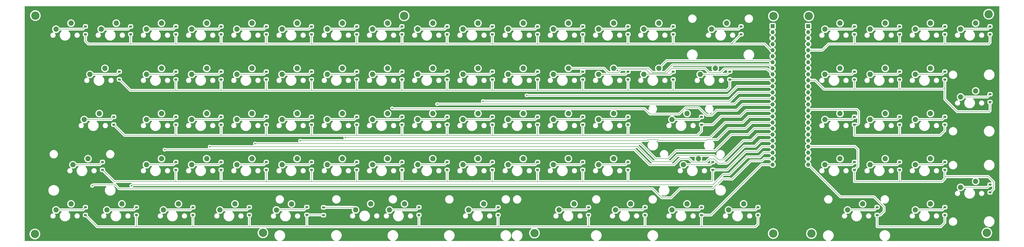
<source format=gbr>
%TF.GenerationSoftware,KiCad,Pcbnew,9.0.0*%
%TF.CreationDate,2025-04-11T18:17:40-05:00*%
%TF.ProjectId,AbbyNormal,41626279-4e6f-4726-9d61-6c2e6b696361,rev?*%
%TF.SameCoordinates,Original*%
%TF.FileFunction,Copper,L2,Bot*%
%TF.FilePolarity,Positive*%
%FSLAX46Y46*%
G04 Gerber Fmt 4.6, Leading zero omitted, Abs format (unit mm)*
G04 Created by KiCad (PCBNEW 9.0.0) date 2025-04-11 18:17:40*
%MOMM*%
%LPD*%
G01*
G04 APERTURE LIST*
G04 Aperture macros list*
%AMRoundRect*
0 Rectangle with rounded corners*
0 $1 Rounding radius*
0 $2 $3 $4 $5 $6 $7 $8 $9 X,Y pos of 4 corners*
0 Add a 4 corners polygon primitive as box body*
4,1,4,$2,$3,$4,$5,$6,$7,$8,$9,$2,$3,0*
0 Add four circle primitives for the rounded corners*
1,1,$1+$1,$2,$3*
1,1,$1+$1,$4,$5*
1,1,$1+$1,$6,$7*
1,1,$1+$1,$8,$9*
0 Add four rect primitives between the rounded corners*
20,1,$1+$1,$2,$3,$4,$5,0*
20,1,$1+$1,$4,$5,$6,$7,0*
20,1,$1+$1,$6,$7,$8,$9,0*
20,1,$1+$1,$8,$9,$2,$3,0*%
G04 Aperture macros list end*
%TA.AperFunction,ComponentPad*%
%ADD10C,2.600000*%
%TD*%
%TA.AperFunction,ConnectorPad*%
%ADD11C,3.500000*%
%TD*%
%TA.AperFunction,ComponentPad*%
%ADD12R,1.700000X1.700000*%
%TD*%
%TA.AperFunction,ComponentPad*%
%ADD13O,1.700000X1.700000*%
%TD*%
%TA.AperFunction,ComponentPad*%
%ADD14C,2.200000*%
%TD*%
%TA.AperFunction,SMDPad,CuDef*%
%ADD15RoundRect,0.225000X0.375000X-0.225000X0.375000X0.225000X-0.375000X0.225000X-0.375000X-0.225000X0*%
%TD*%
%TA.AperFunction,ViaPad*%
%ADD16C,0.600000*%
%TD*%
%TA.AperFunction,Conductor*%
%ADD17C,0.200000*%
%TD*%
G04 APERTURE END LIST*
D10*
%TO.P,REF\u002A\u002A,1*%
%TO.N,N/C*%
X368000000Y-73200000D03*
D11*
X368000000Y-73200000D03*
%TD*%
D10*
%TO.P,REF\u002A\u002A,1*%
%TO.N,N/C*%
X443800000Y-72400000D03*
D11*
X443800000Y-72400000D03*
%TD*%
D10*
%TO.P,REF\u002A\u002A,1*%
%TO.N,N/C*%
X369100000Y-164900000D03*
D11*
X369100000Y-164900000D03*
%TD*%
D10*
%TO.P,REF\u002A\u002A,1*%
%TO.N,N/C*%
X443000000Y-164600000D03*
D11*
X443000000Y-164600000D03*
%TD*%
D10*
%TO.P,REF\u002A\u002A,1*%
%TO.N,N/C*%
X252400000Y-164700000D03*
D11*
X252400000Y-164700000D03*
%TD*%
D10*
%TO.P,REF\u002A\u002A,1*%
%TO.N,N/C*%
X138000000Y-164600000D03*
D11*
X138000000Y-164600000D03*
%TD*%
D10*
%TO.P,REF\u002A\u002A,1*%
%TO.N,N/C*%
X197500000Y-73100000D03*
D11*
X197500000Y-73100000D03*
%TD*%
D10*
%TO.P,REF\u002A\u002A,1*%
%TO.N,N/C*%
X353000000Y-164900000D03*
D11*
X353000000Y-164900000D03*
%TD*%
D10*
%TO.P,REF\u002A\u002A,1*%
%TO.N,N/C*%
X353100000Y-73200000D03*
D11*
X353100000Y-73200000D03*
%TD*%
D10*
%TO.P,REF\u002A\u002A,1*%
%TO.N,N/C*%
X41900000Y-165100000D03*
D11*
X41900000Y-165100000D03*
%TD*%
D10*
%TO.P,REF\u002A\u002A,1*%
%TO.N,N/C*%
X42100000Y-73000000D03*
D11*
X42100000Y-73000000D03*
%TD*%
D12*
%TO.P,J2,1,Pin_1*%
%TO.N,C18*%
X367720000Y-77400000D03*
D13*
%TO.P,J2,2,Pin_2*%
%TO.N,C17*%
X367720000Y-79940000D03*
%TO.P,J2,3,Pin_3*%
%TO.N,C16*%
X367720000Y-82480000D03*
%TO.P,J2,4,Pin_4*%
%TO.N,C15*%
X367720000Y-85020000D03*
%TO.P,J2,5,Pin_5*%
%TO.N,R0*%
X367720000Y-87560000D03*
%TO.P,J2,6,Pin_6*%
%TO.N,C14*%
X367720000Y-90100000D03*
%TO.P,J2,7,Pin_7*%
%TO.N,C13*%
X367720000Y-92640000D03*
%TO.P,J2,8,Pin_8*%
%TO.N,C12*%
X367720000Y-95180000D03*
%TO.P,J2,9,Pin_9*%
%TO.N,C11*%
X367720000Y-97720000D03*
%TO.P,J2,10,Pin_10*%
%TO.N,R1*%
X367720000Y-100260000D03*
%TO.P,J2,11,Pin_11*%
%TO.N,C10*%
X367720000Y-102800000D03*
%TO.P,J2,12,Pin_12*%
%TO.N,C9*%
X367720000Y-105340000D03*
%TO.P,J2,13,Pin_13*%
%TO.N,C8*%
X367720000Y-107880000D03*
%TO.P,J2,14,Pin_14*%
%TO.N,C7*%
X367720000Y-110420000D03*
%TO.P,J2,15,Pin_15*%
%TO.N,R2*%
X367720000Y-112960000D03*
%TO.P,J2,16,Pin_16*%
%TO.N,C6*%
X367720000Y-115500000D03*
%TO.P,J2,17,Pin_17*%
%TO.N,C5*%
X367720000Y-118040000D03*
%TO.P,J2,18,Pin_18*%
%TO.N,C4*%
X367720000Y-120580000D03*
%TO.P,J2,19,Pin_19*%
%TO.N,C3*%
X367720000Y-123120000D03*
%TO.P,J2,20,Pin_20*%
%TO.N,C2*%
X367720000Y-125660000D03*
%TO.P,J2,21,Pin_21*%
%TO.N,R3*%
X367720000Y-128200000D03*
%TO.P,J2,22,Pin_22*%
%TO.N,C1*%
X367720000Y-130740000D03*
%TO.P,J2,23,Pin_23*%
%TO.N,C0*%
X367720000Y-133280000D03*
%TO.P,J2,24,Pin_24*%
%TO.N,R4*%
X367720000Y-135820000D03*
%TD*%
D14*
%TO.P,SW81,1,1*%
%TO.N,C17*%
X419250000Y-152400000D03*
%TO.P,SW81,2,2*%
%TO.N,Net-(D81-A)*%
X412900000Y-154940000D03*
%TD*%
%TO.P,SW84,1,1*%
%TO.N,C9*%
X230981250Y-152400000D03*
%TO.P,SW84,2,2*%
%TO.N,Net-(D84-A)*%
X224631250Y-154940000D03*
%TD*%
D12*
%TO.P,J1,1,Pin_1*%
%TO.N,C18*%
X352740000Y-77420000D03*
D13*
%TO.P,J1,2,Pin_2*%
%TO.N,C17*%
X352740000Y-79960000D03*
%TO.P,J1,3,Pin_3*%
%TO.N,C16*%
X352740000Y-82500000D03*
%TO.P,J1,4,Pin_4*%
%TO.N,C15*%
X352740000Y-85040000D03*
%TO.P,J1,5,Pin_5*%
%TO.N,R0*%
X352740000Y-87580000D03*
%TO.P,J1,6,Pin_6*%
%TO.N,C14*%
X352740000Y-90120000D03*
%TO.P,J1,7,Pin_7*%
%TO.N,C13*%
X352740000Y-92660000D03*
%TO.P,J1,8,Pin_8*%
%TO.N,C12*%
X352740000Y-95200000D03*
%TO.P,J1,9,Pin_9*%
%TO.N,C11*%
X352740000Y-97740000D03*
%TO.P,J1,10,Pin_10*%
%TO.N,R1*%
X352740000Y-100280000D03*
%TO.P,J1,11,Pin_11*%
%TO.N,C10*%
X352740000Y-102820000D03*
%TO.P,J1,12,Pin_12*%
%TO.N,C9*%
X352740000Y-105360000D03*
%TO.P,J1,13,Pin_13*%
%TO.N,C8*%
X352740000Y-107900000D03*
%TO.P,J1,14,Pin_14*%
%TO.N,C7*%
X352740000Y-110440000D03*
%TO.P,J1,15,Pin_15*%
%TO.N,R2*%
X352740000Y-112980000D03*
%TO.P,J1,16,Pin_16*%
%TO.N,C6*%
X352740000Y-115520000D03*
%TO.P,J1,17,Pin_17*%
%TO.N,C5*%
X352740000Y-118060000D03*
%TO.P,J1,18,Pin_18*%
%TO.N,C4*%
X352740000Y-120600000D03*
%TO.P,J1,19,Pin_19*%
%TO.N,C3*%
X352740000Y-123140000D03*
%TO.P,J1,20,Pin_20*%
%TO.N,C2*%
X352740000Y-125680000D03*
%TO.P,J1,21,Pin_21*%
%TO.N,R3*%
X352740000Y-128220000D03*
%TO.P,J1,22,Pin_22*%
%TO.N,C1*%
X352740000Y-130760000D03*
%TO.P,J1,23,Pin_23*%
%TO.N,C0*%
X352740000Y-133300000D03*
%TO.P,J1,24,Pin_24*%
%TO.N,R4*%
X352740000Y-135840000D03*
%TD*%
D14*
%TO.P,SW75,1,1*%
%TO.N,C7*%
X197643750Y-152400000D03*
%TO.P,SW75,2,2*%
%TO.N,Net-(D75-A)*%
X191293750Y-154940000D03*
%TD*%
%TO.P,SW83,1,1*%
%TO.N,C6*%
X183396750Y-152391050D03*
%TO.P,SW83,2,2*%
%TO.N,Net-(D83-A)*%
X177046750Y-154931050D03*
%TD*%
%TO.P,SW82,1,1*%
%TO.N,C5*%
X150024750Y-152420000D03*
%TO.P,SW82,2,2*%
%TO.N,Net-(D82-A)*%
X143674750Y-154960000D03*
%TD*%
%TO.P,SW80,1,1*%
%TO.N,C15*%
X390675000Y-152400000D03*
%TO.P,SW80,2,2*%
%TO.N,Net-(D80-A)*%
X384325000Y-154940000D03*
%TD*%
%TO.P,SW78,1,1*%
%TO.N,C13*%
X316706250Y-152400000D03*
%TO.P,SW78,2,2*%
%TO.N,Net-(D78-A)*%
X310356250Y-154940000D03*
%TD*%
%TO.P,SW77,1,1*%
%TO.N,C12*%
X292893750Y-152400000D03*
%TO.P,SW77,2,2*%
%TO.N,Net-(D77-A)*%
X286543750Y-154940000D03*
%TD*%
%TO.P,SW16,2,2*%
%TO.N,Net-(D16-A)*%
X374800000Y-78740000D03*
%TO.P,SW16,1,1*%
%TO.N,C15*%
X381150000Y-76200000D03*
%TD*%
%TO.P,SW37,2,2*%
%TO.N,Net-(D37-A)*%
X431950000Y-107315000D03*
%TO.P,SW37,1,1*%
%TO.N,C18*%
X438300000Y-104775000D03*
%TD*%
%TO.P,SW17,2,2*%
%TO.N,Net-(D17-A)*%
X393850000Y-78740000D03*
%TO.P,SW17,1,1*%
%TO.N,C16*%
X400200000Y-76200000D03*
%TD*%
%TO.P,SW36,2,2*%
%TO.N,Net-(D36-A)*%
X412900000Y-97790000D03*
%TO.P,SW36,1,1*%
%TO.N,C17*%
X419250000Y-95250000D03*
%TD*%
%TO.P,SW18,2,2*%
%TO.N,Net-(D18-A)*%
X412900000Y-78740000D03*
%TO.P,SW18,1,1*%
%TO.N,C17*%
X419250000Y-76200000D03*
%TD*%
D15*
%TO.P,D36,2,A*%
%TO.N,Net-(D36-A)*%
X425330000Y-96630000D03*
%TO.P,D36,1,K*%
%TO.N,R1*%
X425330000Y-99930000D03*
%TD*%
%TO.P,D80,2,A*%
%TO.N,Net-(D80-A)*%
X396755000Y-153780000D03*
%TO.P,D80,1,K*%
%TO.N,R4*%
X396755000Y-157080000D03*
%TD*%
%TO.P,D16,2,A*%
%TO.N,Net-(D16-A)*%
X387230000Y-77580000D03*
%TO.P,D16,1,K*%
%TO.N,R0*%
X387230000Y-80880000D03*
%TD*%
D14*
%TO.P,SW68,2,2*%
%TO.N,Net-(D68-A)*%
X393850000Y-135890000D03*
%TO.P,SW68,1,1*%
%TO.N,C16*%
X400200000Y-133350000D03*
%TD*%
%TO.P,SW70,2,2*%
%TO.N,Net-(D70-A)*%
X431950000Y-145415000D03*
%TO.P,SW70,1,1*%
%TO.N,C18*%
X438300000Y-142875000D03*
%TD*%
%TO.P,SW69,2,2*%
%TO.N,Net-(D69-A)*%
X412900000Y-135890000D03*
%TO.P,SW69,1,1*%
%TO.N,C17*%
X419250000Y-133350000D03*
%TD*%
%TO.P,SW52,2,2*%
%TO.N,Net-(D52-A)*%
X393850000Y-116840000D03*
%TO.P,SW52,1,1*%
%TO.N,C16*%
X400200000Y-114300000D03*
%TD*%
%TO.P,SW53,2,2*%
%TO.N,Net-(D53-A)*%
X412900000Y-116840000D03*
%TO.P,SW53,1,1*%
%TO.N,C17*%
X419250000Y-114300000D03*
%TD*%
%TO.P,SW67,2,2*%
%TO.N,Net-(D67-A)*%
X374800000Y-135890000D03*
%TO.P,SW67,1,1*%
%TO.N,C15*%
X381150000Y-133350000D03*
%TD*%
%TO.P,SW34,2,2*%
%TO.N,Net-(D34-A)*%
X374800000Y-97790000D03*
%TO.P,SW34,1,1*%
%TO.N,C15*%
X381150000Y-95250000D03*
%TD*%
%TO.P,SW19,2,2*%
%TO.N,Net-(D19-A)*%
X431950000Y-78740000D03*
%TO.P,SW19,1,1*%
%TO.N,C18*%
X438300000Y-76200000D03*
%TD*%
%TO.P,SW51,2,2*%
%TO.N,Net-(D51-A)*%
X374800000Y-116840000D03*
%TO.P,SW51,1,1*%
%TO.N,C15*%
X381150000Y-114300000D03*
%TD*%
%TO.P,SW35,2,2*%
%TO.N,Net-(D35-A)*%
X393850000Y-97790000D03*
%TO.P,SW35,1,1*%
%TO.N,C16*%
X400200000Y-95250000D03*
%TD*%
D15*
%TO.P,D34,2,A*%
%TO.N,Net-(D34-A)*%
X387230000Y-96630000D03*
%TO.P,D34,1,K*%
%TO.N,R1*%
X387230000Y-99930000D03*
%TD*%
%TO.P,D51,2,A*%
%TO.N,Net-(D51-A)*%
X387230000Y-115680000D03*
%TO.P,D51,1,K*%
%TO.N,R2*%
X387230000Y-118980000D03*
%TD*%
%TO.P,D19,2,A*%
%TO.N,Net-(D19-A)*%
X444380000Y-77580000D03*
%TO.P,D19,1,K*%
%TO.N,R0*%
X444380000Y-80880000D03*
%TD*%
%TO.P,D70,2,A*%
%TO.N,Net-(D70-A)*%
X444380000Y-144255000D03*
%TO.P,D70,1,K*%
%TO.N,R3*%
X444380000Y-147555000D03*
%TD*%
%TO.P,D37,2,A*%
%TO.N,Net-(D37-A)*%
X444380000Y-106155000D03*
%TO.P,D37,1,K*%
%TO.N,R1*%
X444380000Y-109455000D03*
%TD*%
%TO.P,D68,2,A*%
%TO.N,Net-(D68-A)*%
X406280000Y-134730000D03*
%TO.P,D68,1,K*%
%TO.N,R3*%
X406280000Y-138030000D03*
%TD*%
%TO.P,D35,2,A*%
%TO.N,Net-(D35-A)*%
X406280000Y-96630000D03*
%TO.P,D35,1,K*%
%TO.N,R1*%
X406280000Y-99930000D03*
%TD*%
%TO.P,D81,2,A*%
%TO.N,Net-(D81-A)*%
X425330000Y-153780000D03*
%TO.P,D81,1,K*%
%TO.N,R4*%
X425330000Y-157080000D03*
%TD*%
%TO.P,D53,2,A*%
%TO.N,Net-(D53-A)*%
X425330000Y-115680000D03*
%TO.P,D53,1,K*%
%TO.N,R2*%
X425330000Y-118980000D03*
%TD*%
%TO.P,D67,2,A*%
%TO.N,Net-(D67-A)*%
X387230000Y-134730000D03*
%TO.P,D67,1,K*%
%TO.N,R3*%
X387230000Y-138030000D03*
%TD*%
%TO.P,D69,2,A*%
%TO.N,Net-(D69-A)*%
X425330000Y-134730000D03*
%TO.P,D69,1,K*%
%TO.N,R3*%
X425330000Y-138030000D03*
%TD*%
%TO.P,D17,2,A*%
%TO.N,Net-(D17-A)*%
X406280000Y-77580000D03*
%TO.P,D17,1,K*%
%TO.N,R0*%
X406280000Y-80880000D03*
%TD*%
%TO.P,D18,2,A*%
%TO.N,Net-(D18-A)*%
X425330000Y-77580000D03*
%TO.P,D18,1,K*%
%TO.N,R0*%
X425330000Y-80880000D03*
%TD*%
%TO.P,D52,2,A*%
%TO.N,Net-(D52-A)*%
X406280000Y-115680000D03*
%TO.P,D52,1,K*%
%TO.N,R2*%
X406280000Y-118980000D03*
%TD*%
D14*
%TO.P,SW30,1,1*%
%TO.N,C11*%
X266700000Y-95250000D03*
%TO.P,SW30,2,2*%
%TO.N,Net-(D30-A)*%
X260350000Y-97790000D03*
%TD*%
%TO.P,SW39,1,1*%
%TO.N,C2*%
X95250000Y-114300000D03*
%TO.P,SW39,2,2*%
%TO.N,Net-(D39-A)*%
X88900000Y-116840000D03*
%TD*%
%TO.P,SW48,1,1*%
%TO.N,C11*%
X266700000Y-114300000D03*
%TO.P,SW48,2,2*%
%TO.N,Net-(D48-A)*%
X260350000Y-116840000D03*
%TD*%
%TO.P,SW40,1,1*%
%TO.N,C3*%
X114300000Y-114300000D03*
%TO.P,SW40,2,2*%
%TO.N,Net-(D40-A)*%
X107950000Y-116840000D03*
%TD*%
%TO.P,SW57,1,1*%
%TO.N,C4*%
X133350000Y-133350000D03*
%TO.P,SW57,2,2*%
%TO.N,Net-(D57-A)*%
X127000000Y-135890000D03*
%TD*%
%TO.P,SW74,1,1*%
%TO.N,C3*%
X126206250Y-152400000D03*
%TO.P,SW74,2,2*%
%TO.N,Net-(D74-A)*%
X119856250Y-154940000D03*
%TD*%
%TO.P,SW26,1,1*%
%TO.N,C7*%
X190500000Y-95250000D03*
%TO.P,SW26,2,2*%
%TO.N,Net-(D26-A)*%
X184150000Y-97790000D03*
%TD*%
%TO.P,SW79,1,1*%
%TO.N,C14*%
X340518750Y-152400000D03*
%TO.P,SW79,2,2*%
%TO.N,Net-(D79-A)*%
X334168750Y-154940000D03*
%TD*%
%TO.P,SW7,1,1*%
%TO.N,C6*%
X171450000Y-76200000D03*
%TO.P,SW7,2,2*%
%TO.N,Net-(D7-A)*%
X165100000Y-78740000D03*
%TD*%
%TO.P,SW2,1,1*%
%TO.N,C1*%
X76200000Y-76200000D03*
%TO.P,SW2,2,2*%
%TO.N,Net-(D2-A)*%
X69850000Y-78740000D03*
%TD*%
%TO.P,SW32,1,1*%
%TO.N,C13*%
X304800000Y-95250000D03*
%TO.P,SW32,2,2*%
%TO.N,Net-(D32-A)*%
X298450000Y-97790000D03*
%TD*%
%TO.P,SW25,1,1*%
%TO.N,C6*%
X171450000Y-95250000D03*
%TO.P,SW25,2,2*%
%TO.N,Net-(D25-A)*%
X165100000Y-97790000D03*
%TD*%
%TO.P,SW38,1,1*%
%TO.N,C0*%
X69056250Y-114300000D03*
%TO.P,SW38,2,2*%
%TO.N,Net-(D38-A)*%
X62706250Y-116840000D03*
%TD*%
%TO.P,SW1,1,1*%
%TO.N,C0*%
X57150000Y-76200000D03*
%TO.P,SW1,2,2*%
%TO.N,Net-(D1-A)*%
X50800000Y-78740000D03*
%TD*%
%TO.P,SW55,1,1*%
%TO.N,C2*%
X95250000Y-133350000D03*
%TO.P,SW55,2,2*%
%TO.N,Net-(D55-A)*%
X88900000Y-135890000D03*
%TD*%
%TO.P,SW71,1,1*%
%TO.N,C0*%
X57150000Y-152400000D03*
%TO.P,SW71,2,2*%
%TO.N,Net-(D71-A)*%
X50800000Y-154940000D03*
%TD*%
%TO.P,SW23,1,1*%
%TO.N,C4*%
X133350000Y-95250000D03*
%TO.P,SW23,2,2*%
%TO.N,Net-(D23-A)*%
X127000000Y-97790000D03*
%TD*%
%TO.P,SW44,1,1*%
%TO.N,C7*%
X190500000Y-114300000D03*
%TO.P,SW44,2,2*%
%TO.N,Net-(D44-A)*%
X184150000Y-116840000D03*
%TD*%
%TO.P,SW58,1,1*%
%TO.N,C5*%
X152400000Y-133350000D03*
%TO.P,SW58,2,2*%
%TO.N,Net-(D58-A)*%
X146050000Y-135890000D03*
%TD*%
%TO.P,SW5,1,1*%
%TO.N,C4*%
X133350000Y-76200000D03*
%TO.P,SW5,2,2*%
%TO.N,Net-(D5-A)*%
X127000000Y-78740000D03*
%TD*%
%TO.P,SW4,1,1*%
%TO.N,C3*%
X114300000Y-76200000D03*
%TO.P,SW4,2,2*%
%TO.N,Net-(D4-A)*%
X107950000Y-78740000D03*
%TD*%
%TO.P,SW46,1,1*%
%TO.N,C9*%
X228600000Y-114300000D03*
%TO.P,SW46,2,2*%
%TO.N,Net-(D46-A)*%
X222250000Y-116840000D03*
%TD*%
%TO.P,SW31,1,1*%
%TO.N,C12*%
X285750000Y-95250000D03*
%TO.P,SW31,2,2*%
%TO.N,Net-(D31-A)*%
X279400000Y-97790000D03*
%TD*%
%TO.P,SW6,1,1*%
%TO.N,C5*%
X152400000Y-76200000D03*
%TO.P,SW6,2,2*%
%TO.N,Net-(D6-A)*%
X146050000Y-78740000D03*
%TD*%
%TO.P,SW50,1,1*%
%TO.N,C13*%
X316706250Y-114300000D03*
%TO.P,SW50,2,2*%
%TO.N,Net-(D50-A)*%
X310356250Y-116840000D03*
%TD*%
%TO.P,SW3,1,1*%
%TO.N,C2*%
X95250000Y-76200000D03*
%TO.P,SW3,2,2*%
%TO.N,Net-(D3-A)*%
X88900000Y-78740000D03*
%TD*%
%TO.P,SW15,1,1*%
%TO.N,C14*%
X333375000Y-76200000D03*
%TO.P,SW15,2,2*%
%TO.N,Net-(D15-A)*%
X327025000Y-78740000D03*
%TD*%
%TO.P,SW41,1,1*%
%TO.N,C4*%
X133350000Y-114300000D03*
%TO.P,SW41,2,2*%
%TO.N,Net-(D41-A)*%
X127000000Y-116840000D03*
%TD*%
%TO.P,SW60,1,1*%
%TO.N,C7*%
X190500000Y-133350000D03*
%TO.P,SW60,2,2*%
%TO.N,Net-(D60-A)*%
X184150000Y-135890000D03*
%TD*%
%TO.P,SW22,1,1*%
%TO.N,C3*%
X114300000Y-95250000D03*
%TO.P,SW22,2,2*%
%TO.N,Net-(D22-A)*%
X107950000Y-97790000D03*
%TD*%
%TO.P,SW10,1,1*%
%TO.N,C9*%
X228600000Y-76200000D03*
%TO.P,SW10,2,2*%
%TO.N,Net-(D10-A)*%
X222250000Y-78740000D03*
%TD*%
%TO.P,SW33,1,1*%
%TO.N,C14*%
X328612500Y-95250000D03*
%TO.P,SW33,2,2*%
%TO.N,Net-(D33-A)*%
X322262500Y-97790000D03*
%TD*%
%TO.P,SW20,1,1*%
%TO.N,C0*%
X71437500Y-95250000D03*
%TO.P,SW20,2,2*%
%TO.N,Net-(D20-A)*%
X65087500Y-97790000D03*
%TD*%
%TO.P,SW29,1,1*%
%TO.N,C10*%
X247650000Y-95250000D03*
%TO.P,SW29,2,2*%
%TO.N,Net-(D29-A)*%
X241300000Y-97790000D03*
%TD*%
%TO.P,SW43,1,1*%
%TO.N,C6*%
X171450000Y-114300000D03*
%TO.P,SW43,2,2*%
%TO.N,Net-(D43-A)*%
X165100000Y-116840000D03*
%TD*%
%TO.P,SW59,1,1*%
%TO.N,C6*%
X171450000Y-133350000D03*
%TO.P,SW59,2,2*%
%TO.N,Net-(D59-A)*%
X165100000Y-135890000D03*
%TD*%
%TO.P,SW13,1,1*%
%TO.N,C12*%
X285750000Y-76200000D03*
%TO.P,SW13,2,2*%
%TO.N,Net-(D13-A)*%
X279400000Y-78740000D03*
%TD*%
%TO.P,SW72,1,1*%
%TO.N,C1*%
X78581250Y-152400000D03*
%TO.P,SW72,2,2*%
%TO.N,Net-(D72-A)*%
X72231250Y-154940000D03*
%TD*%
%TO.P,SW21,1,1*%
%TO.N,C2*%
X95250000Y-95250000D03*
%TO.P,SW21,2,2*%
%TO.N,Net-(D21-A)*%
X88900000Y-97790000D03*
%TD*%
%TO.P,SW76,1,1*%
%TO.N,C11*%
X269081250Y-152400000D03*
%TO.P,SW76,2,2*%
%TO.N,Net-(D76-A)*%
X262731250Y-154940000D03*
%TD*%
%TO.P,SW9,1,1*%
%TO.N,C8*%
X209550000Y-76200000D03*
%TO.P,SW9,2,2*%
%TO.N,Net-(D9-A)*%
X203200000Y-78740000D03*
%TD*%
%TO.P,SW63,1,1*%
%TO.N,C10*%
X247650000Y-133350000D03*
%TO.P,SW63,2,2*%
%TO.N,Net-(D63-A)*%
X241300000Y-135890000D03*
%TD*%
%TO.P,SW45,1,1*%
%TO.N,C8*%
X209550000Y-114300000D03*
%TO.P,SW45,2,2*%
%TO.N,Net-(D45-A)*%
X203200000Y-116840000D03*
%TD*%
%TO.P,SW56,1,1*%
%TO.N,C3*%
X114300000Y-133350000D03*
%TO.P,SW56,2,2*%
%TO.N,Net-(D56-A)*%
X107950000Y-135890000D03*
%TD*%
%TO.P,SW64,1,1*%
%TO.N,C11*%
X266700000Y-133350000D03*
%TO.P,SW64,2,2*%
%TO.N,Net-(D64-A)*%
X260350000Y-135890000D03*
%TD*%
%TO.P,SW27,1,1*%
%TO.N,C8*%
X209550000Y-95250000D03*
%TO.P,SW27,2,2*%
%TO.N,Net-(D27-A)*%
X203200000Y-97790000D03*
%TD*%
%TO.P,SW47,1,1*%
%TO.N,C10*%
X247650000Y-114300000D03*
%TO.P,SW47,2,2*%
%TO.N,Net-(D47-A)*%
X241300000Y-116840000D03*
%TD*%
%TO.P,SW54,1,1*%
%TO.N,C0*%
X64293750Y-133350000D03*
%TO.P,SW54,2,2*%
%TO.N,Net-(D54-A)*%
X57943750Y-135890000D03*
%TD*%
%TO.P,SW73,1,1*%
%TO.N,C2*%
X102393750Y-152400000D03*
%TO.P,SW73,2,2*%
%TO.N,Net-(D73-A)*%
X96043750Y-154940000D03*
%TD*%
%TO.P,SW65,1,1*%
%TO.N,C12*%
X285750000Y-133350000D03*
%TO.P,SW65,2,2*%
%TO.N,Net-(D65-A)*%
X279400000Y-135890000D03*
%TD*%
%TO.P,SW11,1,1*%
%TO.N,C10*%
X247650000Y-76200000D03*
%TO.P,SW11,2,2*%
%TO.N,Net-(D11-A)*%
X241300000Y-78740000D03*
%TD*%
%TO.P,SW62,1,1*%
%TO.N,C9*%
X228600000Y-133350000D03*
%TO.P,SW62,2,2*%
%TO.N,Net-(D62-A)*%
X222250000Y-135890000D03*
%TD*%
%TO.P,SW12,1,1*%
%TO.N,C11*%
X266700000Y-76200000D03*
%TO.P,SW12,2,2*%
%TO.N,Net-(D12-A)*%
X260350000Y-78740000D03*
%TD*%
%TO.P,SW14,1,1*%
%TO.N,C13*%
X304800000Y-76200000D03*
%TO.P,SW14,2,2*%
%TO.N,Net-(D14-A)*%
X298450000Y-78740000D03*
%TD*%
%TO.P,SW8,1,1*%
%TO.N,C7*%
X190500000Y-76200000D03*
%TO.P,SW8,2,2*%
%TO.N,Net-(D8-A)*%
X184150000Y-78740000D03*
%TD*%
%TO.P,SW24,1,1*%
%TO.N,C5*%
X152400000Y-95250000D03*
%TO.P,SW24,2,2*%
%TO.N,Net-(D24-A)*%
X146050000Y-97790000D03*
%TD*%
%TO.P,SW28,1,1*%
%TO.N,C9*%
X228600000Y-95250000D03*
%TO.P,SW28,2,2*%
%TO.N,Net-(D28-A)*%
X222250000Y-97790000D03*
%TD*%
%TO.P,SW61,1,1*%
%TO.N,C8*%
X209550000Y-133350000D03*
%TO.P,SW61,2,2*%
%TO.N,Net-(D61-A)*%
X203200000Y-135890000D03*
%TD*%
%TO.P,SW42,1,1*%
%TO.N,C5*%
X152400000Y-114300000D03*
%TO.P,SW42,2,2*%
%TO.N,Net-(D42-A)*%
X146050000Y-116840000D03*
%TD*%
%TO.P,SW49,1,1*%
%TO.N,C12*%
X285750000Y-114300000D03*
%TO.P,SW49,2,2*%
%TO.N,Net-(D49-A)*%
X279400000Y-116840000D03*
%TD*%
D15*
%TO.P,D79,1,K*%
%TO.N,R4*%
X346598750Y-157080000D03*
%TO.P,D79,2,A*%
%TO.N,Net-(D79-A)*%
X346598750Y-153780000D03*
%TD*%
%TO.P,D32,1,K*%
%TO.N,R1*%
X310880000Y-99930000D03*
%TO.P,D32,2,A*%
%TO.N,Net-(D32-A)*%
X310880000Y-96630000D03*
%TD*%
%TO.P,D20,1,K*%
%TO.N,R1*%
X77517500Y-99930000D03*
%TO.P,D20,2,A*%
%TO.N,Net-(D20-A)*%
X77517500Y-96630000D03*
%TD*%
%TO.P,D21,1,K*%
%TO.N,R1*%
X101330000Y-99930000D03*
%TO.P,D21,2,A*%
%TO.N,Net-(D21-A)*%
X101330000Y-96630000D03*
%TD*%
%TO.P,D66,1,K*%
%TO.N,R3*%
X327548750Y-138030000D03*
%TO.P,D66,2,A*%
%TO.N,Net-(D66-A)*%
X327548750Y-134730000D03*
%TD*%
%TO.P,D15,1,K*%
%TO.N,R0*%
X339455000Y-80880000D03*
%TO.P,D15,2,A*%
%TO.N,Net-(D15-A)*%
X339455000Y-77580000D03*
%TD*%
%TO.P,D29,1,K*%
%TO.N,R1*%
X253730000Y-99930000D03*
%TO.P,D29,2,A*%
%TO.N,Net-(D29-A)*%
X253730000Y-96630000D03*
%TD*%
%TO.P,D73,1,K*%
%TO.N,R4*%
X108473750Y-157080000D03*
%TO.P,D73,2,A*%
%TO.N,Net-(D73-A)*%
X108473750Y-153780000D03*
%TD*%
%TO.P,D22,1,K*%
%TO.N,R1*%
X120380000Y-99930000D03*
%TO.P,D22,2,A*%
%TO.N,Net-(D22-A)*%
X120380000Y-96630000D03*
%TD*%
%TO.P,D12,1,K*%
%TO.N,R0*%
X272780000Y-80880000D03*
%TO.P,D12,2,A*%
%TO.N,Net-(D12-A)*%
X272780000Y-77580000D03*
%TD*%
%TO.P,D4,1,K*%
%TO.N,R0*%
X120380000Y-80880000D03*
%TO.P,D4,2,A*%
%TO.N,Net-(D4-A)*%
X120380000Y-77580000D03*
%TD*%
%TO.P,D47,1,K*%
%TO.N,R2*%
X253730000Y-118980000D03*
%TO.P,D47,2,A*%
%TO.N,Net-(D47-A)*%
X253730000Y-115680000D03*
%TD*%
%TO.P,D11,1,K*%
%TO.N,R0*%
X253730000Y-80880000D03*
%TO.P,D11,2,A*%
%TO.N,Net-(D11-A)*%
X253730000Y-77580000D03*
%TD*%
%TO.P,D1,1,K*%
%TO.N,R0*%
X63230000Y-80880000D03*
%TO.P,D1,2,A*%
%TO.N,Net-(D1-A)*%
X63230000Y-77580000D03*
%TD*%
%TO.P,D13,1,K*%
%TO.N,R0*%
X291830000Y-80880000D03*
%TO.P,D13,2,A*%
%TO.N,Net-(D13-A)*%
X291830000Y-77580000D03*
%TD*%
%TO.P,D57,1,K*%
%TO.N,R3*%
X139430000Y-138030000D03*
%TO.P,D57,2,A*%
%TO.N,Net-(D57-A)*%
X139430000Y-134730000D03*
%TD*%
%TO.P,D14,1,K*%
%TO.N,R0*%
X310880000Y-80880000D03*
%TO.P,D14,2,A*%
%TO.N,Net-(D14-A)*%
X310880000Y-77580000D03*
%TD*%
%TO.P,D61,1,K*%
%TO.N,R3*%
X215630000Y-138030000D03*
%TO.P,D61,2,A*%
%TO.N,Net-(D61-A)*%
X215630000Y-134730000D03*
%TD*%
%TO.P,D28,1,K*%
%TO.N,R1*%
X234680000Y-99930000D03*
%TO.P,D28,2,A*%
%TO.N,Net-(D28-A)*%
X234680000Y-96630000D03*
%TD*%
%TO.P,D9,1,K*%
%TO.N,R0*%
X215630000Y-80880000D03*
%TO.P,D9,2,A*%
%TO.N,Net-(D9-A)*%
X215630000Y-77580000D03*
%TD*%
%TO.P,D54,1,K*%
%TO.N,R3*%
X70373750Y-138030000D03*
%TO.P,D54,2,A*%
%TO.N,Net-(D54-A)*%
X70373750Y-134730000D03*
%TD*%
%TO.P,D8,1,K*%
%TO.N,R0*%
X196580000Y-80880000D03*
%TO.P,D8,2,A*%
%TO.N,Net-(D8-A)*%
X196580000Y-77580000D03*
%TD*%
%TO.P,D42,1,K*%
%TO.N,R2*%
X158480000Y-118980000D03*
%TO.P,D42,2,A*%
%TO.N,Net-(D42-A)*%
X158480000Y-115680000D03*
%TD*%
%TO.P,D78,1,K*%
%TO.N,R4*%
X322786250Y-157080000D03*
%TO.P,D78,2,A*%
%TO.N,Net-(D78-A)*%
X322786250Y-153780000D03*
%TD*%
%TO.P,D82,1,K*%
%TO.N,R4*%
X156500000Y-157000000D03*
%TO.P,D82,2,A*%
%TO.N,Net-(D82-A)*%
X156500000Y-153700000D03*
%TD*%
%TO.P,D46,1,K*%
%TO.N,R2*%
X234680000Y-118980000D03*
%TO.P,D46,2,A*%
%TO.N,Net-(D46-A)*%
X234680000Y-115680000D03*
%TD*%
%TO.P,D49,1,K*%
%TO.N,R2*%
X291830000Y-118980000D03*
%TO.P,D49,2,A*%
%TO.N,Net-(D49-A)*%
X291830000Y-115680000D03*
%TD*%
%TO.P,D63,1,K*%
%TO.N,R3*%
X253730000Y-138030000D03*
%TO.P,D63,2,A*%
%TO.N,Net-(D63-A)*%
X253730000Y-134730000D03*
%TD*%
%TO.P,D75,1,K*%
%TO.N,R4*%
X203723750Y-157080000D03*
%TO.P,D75,2,A*%
%TO.N,Net-(D75-A)*%
X203723750Y-153780000D03*
%TD*%
%TO.P,D60,1,K*%
%TO.N,R3*%
X196580000Y-138030000D03*
%TO.P,D60,2,A*%
%TO.N,Net-(D60-A)*%
X196580000Y-134730000D03*
%TD*%
%TO.P,D3,1,K*%
%TO.N,R0*%
X101330000Y-80880000D03*
%TO.P,D3,2,A*%
%TO.N,Net-(D3-A)*%
X101330000Y-77580000D03*
%TD*%
%TO.P,D41,1,K*%
%TO.N,R2*%
X139430000Y-118980000D03*
%TO.P,D41,2,A*%
%TO.N,Net-(D41-A)*%
X139430000Y-115680000D03*
%TD*%
%TO.P,D10,1,K*%
%TO.N,R0*%
X234680000Y-80880000D03*
%TO.P,D10,2,A*%
%TO.N,Net-(D10-A)*%
X234680000Y-77580000D03*
%TD*%
%TO.P,D6,1,K*%
%TO.N,R0*%
X158480000Y-80880000D03*
%TO.P,D6,2,A*%
%TO.N,Net-(D6-A)*%
X158480000Y-77580000D03*
%TD*%
%TO.P,D83,1,K*%
%TO.N,R4*%
X163500000Y-157150000D03*
%TO.P,D83,2,A*%
%TO.N,Net-(D83-A)*%
X163500000Y-153850000D03*
%TD*%
%TO.P,D23,1,K*%
%TO.N,R1*%
X139430000Y-99930000D03*
%TO.P,D23,2,A*%
%TO.N,Net-(D23-A)*%
X139430000Y-96630000D03*
%TD*%
%TO.P,D27,1,K*%
%TO.N,R1*%
X215630000Y-99930000D03*
%TO.P,D27,2,A*%
%TO.N,Net-(D27-A)*%
X215630000Y-96630000D03*
%TD*%
%TO.P,D62,1,K*%
%TO.N,R3*%
X234680000Y-138030000D03*
%TO.P,D62,2,A*%
%TO.N,Net-(D62-A)*%
X234680000Y-134730000D03*
%TD*%
%TO.P,D25,1,K*%
%TO.N,R1*%
X177530000Y-99930000D03*
%TO.P,D25,2,A*%
%TO.N,Net-(D25-A)*%
X177530000Y-96630000D03*
%TD*%
%TO.P,D72,1,K*%
%TO.N,R4*%
X84661250Y-157080000D03*
%TO.P,D72,2,A*%
%TO.N,Net-(D72-A)*%
X84661250Y-153780000D03*
%TD*%
%TO.P,D74,1,K*%
%TO.N,R4*%
X132286250Y-157080000D03*
%TO.P,D74,2,A*%
%TO.N,Net-(D74-A)*%
X132286250Y-153780000D03*
%TD*%
%TO.P,D64,1,K*%
%TO.N,R3*%
X272780000Y-138030000D03*
%TO.P,D64,2,A*%
%TO.N,Net-(D64-A)*%
X272780000Y-134730000D03*
%TD*%
%TO.P,D31,1,K*%
%TO.N,R1*%
X291830000Y-99930000D03*
%TO.P,D31,2,A*%
%TO.N,Net-(D31-A)*%
X291830000Y-96630000D03*
%TD*%
%TO.P,D65,1,K*%
%TO.N,R3*%
X291830000Y-138030000D03*
%TO.P,D65,2,A*%
%TO.N,Net-(D65-A)*%
X291830000Y-134730000D03*
%TD*%
%TO.P,D24,1,K*%
%TO.N,R1*%
X158480000Y-99930000D03*
%TO.P,D24,2,A*%
%TO.N,Net-(D24-A)*%
X158480000Y-96630000D03*
%TD*%
%TO.P,D84,1,K*%
%TO.N,R4*%
X237061250Y-157080000D03*
%TO.P,D84,2,A*%
%TO.N,Net-(D84-A)*%
X237061250Y-153780000D03*
%TD*%
%TO.P,D30,1,K*%
%TO.N,R1*%
X272780000Y-99930000D03*
%TO.P,D30,2,A*%
%TO.N,Net-(D30-A)*%
X272780000Y-96630000D03*
%TD*%
%TO.P,D2,1,K*%
%TO.N,R0*%
X82280000Y-80880000D03*
%TO.P,D2,2,A*%
%TO.N,Net-(D2-A)*%
X82280000Y-77580000D03*
%TD*%
%TO.P,D59,1,K*%
%TO.N,R3*%
X177530000Y-138030000D03*
%TO.P,D59,2,A*%
%TO.N,Net-(D59-A)*%
X177530000Y-134730000D03*
%TD*%
%TO.P,D40,1,K*%
%TO.N,R2*%
X120380000Y-118980000D03*
%TO.P,D40,2,A*%
%TO.N,Net-(D40-A)*%
X120380000Y-115680000D03*
%TD*%
%TO.P,D71,1,K*%
%TO.N,R4*%
X63230000Y-157080000D03*
%TO.P,D71,2,A*%
%TO.N,Net-(D71-A)*%
X63230000Y-153780000D03*
%TD*%
%TO.P,D5,1,K*%
%TO.N,R0*%
X139430000Y-80880000D03*
%TO.P,D5,2,A*%
%TO.N,Net-(D5-A)*%
X139430000Y-77580000D03*
%TD*%
%TO.P,D38,1,K*%
%TO.N,R2*%
X75136250Y-118980000D03*
%TO.P,D38,2,A*%
%TO.N,Net-(D38-A)*%
X75136250Y-115680000D03*
%TD*%
%TO.P,D45,1,K*%
%TO.N,R2*%
X215630000Y-118980000D03*
%TO.P,D45,2,A*%
%TO.N,Net-(D45-A)*%
X215630000Y-115680000D03*
%TD*%
%TO.P,D39,1,K*%
%TO.N,R2*%
X101330000Y-118980000D03*
%TO.P,D39,2,A*%
%TO.N,Net-(D39-A)*%
X101330000Y-115680000D03*
%TD*%
%TO.P,D44,1,K*%
%TO.N,R2*%
X196580000Y-118980000D03*
%TO.P,D44,2,A*%
%TO.N,Net-(D44-A)*%
X196580000Y-115680000D03*
%TD*%
%TO.P,D77,1,K*%
%TO.N,R4*%
X298973750Y-157080000D03*
%TO.P,D77,2,A*%
%TO.N,Net-(D77-A)*%
X298973750Y-153780000D03*
%TD*%
%TO.P,D50,1,K*%
%TO.N,R2*%
X322786250Y-118980000D03*
%TO.P,D50,2,A*%
%TO.N,Net-(D50-A)*%
X322786250Y-115680000D03*
%TD*%
%TO.P,D26,1,K*%
%TO.N,R1*%
X196580000Y-99930000D03*
%TO.P,D26,2,A*%
%TO.N,Net-(D26-A)*%
X196580000Y-96630000D03*
%TD*%
%TO.P,D7,1,K*%
%TO.N,R0*%
X177530000Y-80880000D03*
%TO.P,D7,2,A*%
%TO.N,Net-(D7-A)*%
X177530000Y-77580000D03*
%TD*%
%TO.P,D58,1,K*%
%TO.N,R3*%
X158480000Y-138030000D03*
%TO.P,D58,2,A*%
%TO.N,Net-(D58-A)*%
X158480000Y-134730000D03*
%TD*%
%TO.P,D76,1,K*%
%TO.N,R4*%
X275161250Y-157080000D03*
%TO.P,D76,2,A*%
%TO.N,Net-(D76-A)*%
X275161250Y-153780000D03*
%TD*%
%TO.P,D48,1,K*%
%TO.N,R2*%
X272780000Y-118980000D03*
%TO.P,D48,2,A*%
%TO.N,Net-(D48-A)*%
X272780000Y-115680000D03*
%TD*%
%TO.P,D33,1,K*%
%TO.N,R1*%
X334692500Y-99930000D03*
%TO.P,D33,2,A*%
%TO.N,Net-(D33-A)*%
X334692500Y-96630000D03*
%TD*%
%TO.P,D43,1,K*%
%TO.N,R2*%
X177530000Y-118980000D03*
%TO.P,D43,2,A*%
%TO.N,Net-(D43-A)*%
X177530000Y-115680000D03*
%TD*%
%TO.P,D56,1,K*%
%TO.N,R3*%
X120380000Y-138030000D03*
%TO.P,D56,2,A*%
%TO.N,Net-(D56-A)*%
X120380000Y-134730000D03*
%TD*%
%TO.P,D55,1,K*%
%TO.N,R3*%
X101330000Y-138030000D03*
%TO.P,D55,2,A*%
%TO.N,Net-(D55-A)*%
X101330000Y-134730000D03*
%TD*%
D14*
%TO.P,SW66,1,1*%
%TO.N,C13*%
X321468750Y-133350000D03*
%TO.P,SW66,2,2*%
%TO.N,Net-(D66-A)*%
X315118750Y-135890000D03*
%TD*%
D16*
%TO.N,C1*%
X82550000Y-144780000D03*
%TO.N,C0*%
X66040000Y-144780000D03*
%TO.N,C2*%
X96520000Y-129540000D03*
%TO.N,C3*%
X115570000Y-128270000D03*
%TO.N,C4*%
X134620000Y-127000000D03*
%TO.N,C5*%
X153670000Y-125730000D03*
%TO.N,C6*%
X172720000Y-124460000D03*
%TO.N,C7*%
X192390000Y-112100000D03*
%TO.N,C8*%
X211400000Y-110310000D03*
%TO.N,C9*%
X230670000Y-109060000D03*
%TO.N,C10*%
X249080000Y-106630000D03*
%TD*%
D17*
%TO.N,R4*%
X367720000Y-135820000D02*
X381280000Y-149380000D01*
X395430000Y-149380000D02*
X399730000Y-153680000D01*
X381280000Y-149380000D02*
X395430000Y-149380000D01*
X399730000Y-153680000D02*
X399730000Y-155520000D01*
X399730000Y-155520000D02*
X398170000Y-157080000D01*
X398170000Y-157080000D02*
X396755000Y-157080000D01*
%TO.N,R2*%
X367720000Y-112960000D02*
X368130000Y-112550000D01*
X389010000Y-113400000D02*
X389010000Y-118330000D01*
X388160000Y-112550000D02*
X389010000Y-113400000D01*
X368130000Y-112550000D02*
X388160000Y-112550000D01*
X389010000Y-118330000D02*
X388360000Y-118980000D01*
X388360000Y-118980000D02*
X387230000Y-118980000D01*
%TO.N,R1*%
X387260000Y-104000000D02*
X374370000Y-104000000D01*
X374370000Y-104000000D02*
X370630000Y-100260000D01*
X370630000Y-100260000D02*
X367720000Y-100260000D01*
%TO.N,R3*%
X367720000Y-128200000D02*
X387490000Y-128200000D01*
X387490000Y-128200000D02*
X388690000Y-129400000D01*
X388690000Y-129400000D02*
X388690000Y-136570000D01*
X388690000Y-136570000D02*
X387230000Y-138030000D01*
X425330000Y-140890000D02*
X425330000Y-138030000D01*
X445900000Y-146035000D02*
X445900000Y-143160000D01*
X444380000Y-147555000D02*
X445900000Y-146035000D01*
X445900000Y-143160000D02*
X443630000Y-140890000D01*
X443630000Y-140890000D02*
X425330000Y-140890000D01*
%TO.N,R0*%
X387500000Y-85000000D02*
X376270000Y-85000000D01*
X373710000Y-87560000D02*
X367720000Y-87560000D01*
X376270000Y-85000000D02*
X373710000Y-87560000D01*
%TO.N,R3*%
X272780000Y-143000000D02*
X291830000Y-143000000D01*
X291830000Y-138030000D02*
X291830000Y-143000000D01*
X253730000Y-143000000D02*
X272780000Y-143000000D01*
X272780000Y-138030000D02*
X272780000Y-143000000D01*
X234710000Y-143000000D02*
X253730000Y-143000000D01*
X253730000Y-138030000D02*
X253730000Y-143000000D01*
X215640000Y-143000000D02*
X234710000Y-143000000D01*
X234680000Y-138030000D02*
X234680000Y-142970000D01*
X234680000Y-142970000D02*
X234710000Y-143000000D01*
X196590000Y-143000000D02*
X215640000Y-143000000D01*
X215630000Y-138030000D02*
X215630000Y-142990000D01*
X215630000Y-142990000D02*
X215640000Y-143000000D01*
X177540000Y-143000000D02*
X196590000Y-143000000D01*
X196580000Y-138030000D02*
X196580000Y-142990000D01*
X196580000Y-142990000D02*
X196590000Y-143000000D01*
X158500000Y-143000000D02*
X177540000Y-143000000D01*
X177530000Y-138030000D02*
X177530000Y-142990000D01*
X177530000Y-142990000D02*
X177540000Y-143000000D01*
X139460000Y-143000000D02*
X158500000Y-143000000D01*
X158480000Y-138030000D02*
X158480000Y-142980000D01*
X158480000Y-142980000D02*
X158500000Y-143000000D01*
X120380000Y-143000000D02*
X139460000Y-143000000D01*
X139430000Y-138030000D02*
X139430000Y-142970000D01*
X139430000Y-142970000D02*
X139460000Y-143000000D01*
X101350000Y-143000000D02*
X120380000Y-143000000D01*
X120380000Y-138030000D02*
X120380000Y-143000000D01*
X75343750Y-143000000D02*
X101350000Y-143000000D01*
X101330000Y-138030000D02*
X101330000Y-142980000D01*
X101330000Y-142980000D02*
X101350000Y-143000000D01*
%TO.N,R4*%
X352740000Y-135840000D02*
X348030000Y-135840000D01*
X348030000Y-135840000D02*
X326790000Y-157080000D01*
X326790000Y-157080000D02*
X322786250Y-157080000D01*
%TO.N,C0*%
X348240000Y-134250000D02*
X349190000Y-133300000D01*
X327450000Y-146050000D02*
X331670000Y-141830000D01*
X335750000Y-141950000D02*
X343450000Y-134250000D01*
X331670000Y-141830000D02*
X334620000Y-141830000D01*
X334620000Y-141830000D02*
X334740000Y-141950000D01*
X334740000Y-141950000D02*
X335750000Y-141950000D01*
X343450000Y-134250000D02*
X348240000Y-134250000D01*
X349190000Y-133300000D02*
X352740000Y-133300000D01*
%TO.N,C1*%
X352740000Y-130760000D02*
X349720000Y-130760000D01*
X349720000Y-130760000D02*
X349700000Y-130740000D01*
X349700000Y-130740000D02*
X349010000Y-130740000D01*
X331940000Y-139950000D02*
X327571000Y-144319000D01*
X349010000Y-130740000D02*
X347180000Y-132570000D01*
X347180000Y-132570000D02*
X341880000Y-132570000D01*
X341880000Y-132570000D02*
X334475000Y-139975000D01*
X334475000Y-139975000D02*
X334450000Y-139950000D01*
X83011000Y-144319000D02*
X82550000Y-144780000D01*
X334450000Y-139950000D02*
X331940000Y-139950000D01*
X327571000Y-144319000D02*
X83011000Y-144319000D01*
%TO.N,R3*%
X352740000Y-128220000D02*
X348370000Y-128220000D01*
X348370000Y-128220000D02*
X348360000Y-128210000D01*
X348360000Y-128210000D02*
X346310000Y-130260000D01*
X346310000Y-130260000D02*
X341350000Y-130260000D01*
X333580000Y-138030000D02*
X327548750Y-138030000D01*
X341350000Y-130260000D02*
X333580000Y-138030000D01*
%TO.N,C3*%
X352740000Y-123140000D02*
X346380000Y-123140000D01*
X309880000Y-134620000D02*
X302260000Y-134620000D01*
X343790000Y-125730000D02*
X340360000Y-125730000D01*
X346380000Y-123140000D02*
X343790000Y-125730000D01*
X332225000Y-133865000D02*
X329935000Y-133865000D01*
X340360000Y-125730000D02*
X332225000Y-133865000D01*
X329935000Y-133865000D02*
X328019000Y-131949000D01*
X302260000Y-134620000D02*
X295910000Y-128270000D01*
X328019000Y-131949000D02*
X312551000Y-131949000D01*
X312551000Y-131949000D02*
X309880000Y-134620000D01*
X295910000Y-128270000D02*
X115570000Y-128270000D01*
%TO.N,C2*%
X347710000Y-125680000D02*
X345310000Y-128080000D01*
X324719000Y-134751000D02*
X318901000Y-134751000D01*
X328140000Y-133390000D02*
X326080000Y-133390000D01*
X345310000Y-128080000D02*
X340750000Y-128080000D01*
X333610000Y-135220000D02*
X331860000Y-135220000D01*
X331840000Y-135240000D02*
X329990000Y-135240000D01*
X352740000Y-125680000D02*
X347710000Y-125680000D01*
X326080000Y-133390000D02*
X324719000Y-134751000D01*
X313690000Y-133350000D02*
X311150000Y-135890000D01*
X340750000Y-128080000D02*
X333610000Y-135220000D01*
X317500000Y-133350000D02*
X313690000Y-133350000D01*
X331860000Y-135220000D02*
X331840000Y-135240000D01*
X329990000Y-135240000D02*
X328140000Y-133390000D01*
X318901000Y-134751000D02*
X317500000Y-133350000D01*
X311150000Y-135890000D02*
X300990000Y-135890000D01*
X300990000Y-135890000D02*
X294640000Y-129540000D01*
X294640000Y-129540000D02*
X96520000Y-129540000D01*
%TO.N,C4*%
X335280000Y-123190000D02*
X342410000Y-123190000D01*
X352740000Y-120600000D02*
X345000000Y-120600000D01*
X345000000Y-120600000D02*
X342410000Y-123190000D01*
%TO.N,C5*%
X334010000Y-120650000D02*
X341330000Y-120650000D01*
X352740000Y-118060000D02*
X343920000Y-118060000D01*
X343920000Y-118060000D02*
X341330000Y-120650000D01*
%TO.N,C6*%
X352740000Y-115520000D02*
X342730000Y-115520000D01*
X342730000Y-115520000D02*
X340140000Y-118110000D01*
%TO.N,R2*%
X339270000Y-115320000D02*
X339130000Y-115460000D01*
X339270000Y-115310000D02*
X339270000Y-115320000D01*
X331040000Y-115460000D02*
X339130000Y-115460000D01*
X352740000Y-112980000D02*
X341600000Y-112980000D01*
X341600000Y-112980000D02*
X339270000Y-115310000D01*
%TO.N,C7*%
X329130000Y-112930000D02*
X337640000Y-112930000D01*
X352740000Y-110440000D02*
X340130000Y-110440000D01*
X340130000Y-110440000D02*
X337640000Y-112930000D01*
%TO.N,C8*%
X211400000Y-110310000D02*
X336670000Y-110310000D01*
X352740000Y-107900000D02*
X339080000Y-107900000D01*
X339080000Y-107900000D02*
X336670000Y-110310000D01*
%TO.N,C9*%
X334550000Y-109050000D02*
X334550000Y-109070000D01*
X352740000Y-105360000D02*
X340390000Y-105360000D01*
X340390000Y-105360000D02*
X340380000Y-105350000D01*
X340380000Y-105350000D02*
X338250000Y-105350000D01*
X338250000Y-105350000D02*
X334550000Y-109050000D01*
%TO.N,C10*%
X352740000Y-102820000D02*
X337820000Y-102820000D01*
X337820000Y-102820000D02*
X334010000Y-106630000D01*
X334010000Y-106630000D02*
X249080000Y-106630000D01*
%TO.N,R1*%
X334692500Y-99930000D02*
X352390000Y-99930000D01*
X352390000Y-99930000D02*
X352740000Y-100280000D01*
%TO.N,C0*%
X306070000Y-149860000D02*
X309880000Y-149860000D01*
X66040000Y-144780000D02*
X66501000Y-144319000D01*
X75739000Y-144319000D02*
X77470000Y-146050000D01*
X309880000Y-149860000D02*
X313690000Y-146050000D01*
X66501000Y-144319000D02*
X75739000Y-144319000D01*
X77470000Y-146050000D02*
X302260000Y-146050000D01*
X302260000Y-146050000D02*
X306070000Y-149860000D01*
X313690000Y-146050000D02*
X327450000Y-146050000D01*
%TO.N,C4*%
X303530000Y-133350000D02*
X308610000Y-133350000D01*
X308610000Y-133350000D02*
X311989000Y-129971000D01*
X311989000Y-129971000D02*
X328499000Y-129971000D01*
X297180000Y-127000000D02*
X303530000Y-133350000D01*
X134620000Y-127000000D02*
X297180000Y-127000000D01*
X328499000Y-129971000D02*
X335280000Y-123190000D01*
%TO.N,C5*%
X329391000Y-125269000D02*
X334010000Y-120650000D01*
X304800000Y-125730000D02*
X324631434Y-125730000D01*
X304339000Y-125269000D02*
X304800000Y-125730000D01*
X324631434Y-125730000D02*
X325092434Y-125269000D01*
X325092434Y-125269000D02*
X329391000Y-125269000D01*
X153670000Y-125730000D02*
X299720000Y-125730000D01*
X299720000Y-125730000D02*
X300181000Y-125269000D01*
X300181000Y-125269000D02*
X304339000Y-125269000D01*
%TO.N,C6*%
X326390000Y-124460000D02*
X332740000Y-118110000D01*
X332740000Y-118110000D02*
X340140000Y-118110000D01*
X172720000Y-124460000D02*
X326390000Y-124460000D01*
%TO.N,R2*%
X322786250Y-118980000D02*
X327520000Y-118980000D01*
X327520000Y-118980000D02*
X331040000Y-115460000D01*
X272820000Y-123500000D02*
X291870000Y-123500000D01*
X291830000Y-118980000D02*
X291830000Y-123460000D01*
X291830000Y-123460000D02*
X291870000Y-123500000D01*
X253750000Y-123500000D02*
X272820000Y-123500000D01*
X272780000Y-118980000D02*
X272780000Y-123460000D01*
X272780000Y-123460000D02*
X272820000Y-123500000D01*
X234760000Y-123500000D02*
X253750000Y-123500000D01*
X253730000Y-118980000D02*
X253730000Y-123480000D01*
X253730000Y-123480000D02*
X253750000Y-123500000D01*
X215680000Y-123500000D02*
X234760000Y-123500000D01*
X234680000Y-118980000D02*
X234680000Y-123420000D01*
X234680000Y-123420000D02*
X234760000Y-123500000D01*
X196670000Y-123500000D02*
X215680000Y-123500000D01*
X215630000Y-118980000D02*
X215630000Y-123450000D01*
X215630000Y-123450000D02*
X215680000Y-123500000D01*
X177620000Y-123500000D02*
X196670000Y-123500000D01*
X196580000Y-118980000D02*
X196580000Y-123410000D01*
X196580000Y-123410000D02*
X196670000Y-123500000D01*
X158510000Y-123500000D02*
X177620000Y-123500000D01*
X177530000Y-123410000D02*
X177620000Y-123500000D01*
X177530000Y-118980000D02*
X177530000Y-123410000D01*
X139480000Y-123500000D02*
X158510000Y-123500000D01*
X158480000Y-123470000D02*
X158510000Y-123500000D01*
X158480000Y-118980000D02*
X158480000Y-123470000D01*
X120400000Y-123500000D02*
X139480000Y-123500000D01*
X139430000Y-118980000D02*
X139430000Y-123450000D01*
X139430000Y-123450000D02*
X139480000Y-123500000D01*
X101410000Y-123500000D02*
X120400000Y-123500000D01*
X120380000Y-118980000D02*
X120380000Y-123480000D01*
X120380000Y-123480000D02*
X120400000Y-123500000D01*
X79656250Y-123500000D02*
X101410000Y-123500000D01*
X101330000Y-118980000D02*
X101330000Y-123420000D01*
X101330000Y-123420000D02*
X101410000Y-123500000D01*
%TO.N,C7*%
X316060000Y-111830000D02*
X321690000Y-111830000D01*
X298860000Y-112280000D02*
X301110000Y-114530000D01*
X313360000Y-114530000D02*
X316060000Y-111830000D01*
X327080000Y-114980000D02*
X329130000Y-112930000D01*
X321690000Y-111830000D02*
X324840000Y-114980000D01*
X192570000Y-112280000D02*
X298860000Y-112280000D01*
X301110000Y-114530000D02*
X313360000Y-114530000D01*
X192390000Y-112100000D02*
X192570000Y-112280000D01*
X324840000Y-114980000D02*
X327080000Y-114980000D01*
%TO.N,C9*%
X297220000Y-109070000D02*
X334550000Y-109070000D01*
X230670000Y-109060000D02*
X297210000Y-109060000D01*
X297210000Y-109060000D02*
X297220000Y-109070000D01*
%TO.N,C11*%
X281800000Y-95250000D02*
X283530000Y-96980000D01*
X287640000Y-96980000D02*
X288900000Y-95720000D01*
X266700000Y-95250000D02*
X281800000Y-95250000D01*
X283530000Y-96980000D02*
X287640000Y-96980000D01*
X350500000Y-95500000D02*
X352740000Y-97740000D01*
X288900000Y-95720000D02*
X299420000Y-95720000D01*
X299420000Y-95720000D02*
X301050000Y-97350000D01*
X301050000Y-97350000D02*
X308150000Y-97350000D01*
X324320000Y-95310000D02*
X325970000Y-96960000D01*
X308150000Y-97350000D02*
X310190000Y-95310000D01*
X325970000Y-96960000D02*
X330900000Y-96960000D01*
X310190000Y-95310000D02*
X324320000Y-95310000D01*
X330900000Y-96960000D02*
X332360000Y-95500000D01*
X332360000Y-95500000D02*
X350500000Y-95500000D01*
%TO.N,C12*%
X300450000Y-95250000D02*
X302110000Y-96910000D01*
X310530000Y-93780000D02*
X351320000Y-93780000D01*
X307370000Y-96940000D02*
X310530000Y-93780000D01*
X285750000Y-95250000D02*
X300450000Y-95250000D01*
X307340000Y-96910000D02*
X307370000Y-96940000D01*
X302110000Y-96910000D02*
X307340000Y-96910000D01*
X351320000Y-93780000D02*
X352740000Y-95200000D01*
%TO.N,C13*%
X304800000Y-95250000D02*
X308060000Y-91990000D01*
X350760000Y-91980000D02*
X351370000Y-91980000D01*
X351370000Y-91980000D02*
X352050000Y-92660000D01*
X350750000Y-91990000D02*
X350760000Y-91980000D01*
X308060000Y-91990000D02*
X350750000Y-91990000D01*
X352050000Y-92660000D02*
X352740000Y-92660000D01*
%TO.N,R0*%
X335170000Y-85000000D02*
X349450000Y-85000000D01*
X349450000Y-85000000D02*
X351670000Y-87220000D01*
X351670000Y-87220000D02*
X351670000Y-87300000D01*
X351670000Y-87300000D02*
X352460000Y-87300000D01*
X352460000Y-87300000D02*
X352740000Y-87580000D01*
X335170000Y-85000000D02*
X335335000Y-85000000D01*
X335335000Y-85000000D02*
X339455000Y-80880000D01*
%TO.N,R4*%
X298990000Y-162000000D02*
X322800000Y-162000000D01*
X322786250Y-157080000D02*
X322786250Y-161986250D01*
X322786250Y-161986250D02*
X322800000Y-162000000D01*
X275180000Y-162000000D02*
X298990000Y-162000000D01*
X298973750Y-157080000D02*
X298973750Y-161983750D01*
X298973750Y-161983750D02*
X298990000Y-162000000D01*
X237030000Y-162000000D02*
X275180000Y-162000000D01*
X275161250Y-157080000D02*
X275161250Y-161981250D01*
X275161250Y-161981250D02*
X275180000Y-162000000D01*
X203760000Y-162000000D02*
X237030000Y-162000000D01*
X237061250Y-157080000D02*
X237061250Y-161968750D01*
X237061250Y-161968750D02*
X237030000Y-162000000D01*
X156470000Y-162000000D02*
X203760000Y-162000000D01*
X203723750Y-157080000D02*
X203723750Y-161963750D01*
X203723750Y-161963750D02*
X203760000Y-162000000D01*
X156500000Y-157000000D02*
X163350000Y-157000000D01*
X163350000Y-157000000D02*
X163500000Y-157150000D01*
X132310000Y-162000000D02*
X156470000Y-162000000D01*
X156500000Y-157000000D02*
X156500000Y-161970000D01*
X156500000Y-161970000D02*
X156470000Y-162000000D01*
X108490000Y-162000000D02*
X132310000Y-162000000D01*
X132286250Y-157080000D02*
X132286250Y-161976250D01*
X132286250Y-161976250D02*
X132310000Y-162000000D01*
X84620000Y-162000000D02*
X108490000Y-162000000D01*
X108473750Y-157080000D02*
X108473750Y-161983750D01*
X108473750Y-161983750D02*
X108490000Y-162000000D01*
X68150000Y-162000000D02*
X84620000Y-162000000D01*
X84661250Y-157080000D02*
X84661250Y-161958750D01*
X84661250Y-161958750D02*
X84620000Y-162000000D01*
%TO.N,R1*%
X387230000Y-99930000D02*
X387230000Y-103970000D01*
X387230000Y-103970000D02*
X387260000Y-104000000D01*
%TO.N,R4*%
X396755000Y-157080000D02*
X396755000Y-161955000D01*
X396755000Y-161955000D02*
X396800000Y-162000000D01*
X396800000Y-162000000D02*
X423620000Y-162000000D01*
X423620000Y-162000000D02*
X425330000Y-160290000D01*
X425330000Y-160290000D02*
X425330000Y-157080000D01*
%TO.N,R3*%
X387230000Y-138030000D02*
X387230000Y-143000000D01*
X387230000Y-143000000D02*
X406290000Y-143000000D01*
X406280000Y-138030000D02*
X406280000Y-142990000D01*
X406280000Y-142990000D02*
X406290000Y-143000000D01*
%TO.N,R2*%
X387240000Y-123500000D02*
X406300000Y-123500000D01*
X406280000Y-118980000D02*
X406280000Y-123480000D01*
X406280000Y-123480000D02*
X406300000Y-123500000D01*
X387230000Y-118980000D02*
X387230000Y-123490000D01*
X387230000Y-123490000D02*
X387240000Y-123500000D01*
X291870000Y-123500000D02*
X321000000Y-123500000D01*
X423320000Y-123500000D02*
X425330000Y-121490000D01*
X425330000Y-121490000D02*
X425330000Y-118980000D01*
X406300000Y-123500000D02*
X423320000Y-123500000D01*
%TO.N,R3*%
X406290000Y-143000000D02*
X424110000Y-143000000D01*
X424110000Y-143000000D02*
X425330000Y-141780000D01*
X425330000Y-141780000D02*
X425330000Y-140890000D01*
%TO.N,R1*%
X387260000Y-104000000D02*
X406290000Y-104000000D01*
X406280000Y-99930000D02*
X406280000Y-103990000D01*
X406280000Y-103990000D02*
X406290000Y-104000000D01*
X291830000Y-104500000D02*
X310920000Y-104500000D01*
X310880000Y-99930000D02*
X310880000Y-104460000D01*
X310880000Y-104460000D02*
X310920000Y-104500000D01*
X272810000Y-104500000D02*
X291830000Y-104500000D01*
X291830000Y-99930000D02*
X291830000Y-104500000D01*
X253750000Y-104500000D02*
X272810000Y-104500000D01*
X272780000Y-99930000D02*
X272780000Y-104470000D01*
X272780000Y-104470000D02*
X272810000Y-104500000D01*
X234690000Y-104500000D02*
X253750000Y-104500000D01*
X253730000Y-104480000D02*
X253750000Y-104500000D01*
X253730000Y-99930000D02*
X253730000Y-104480000D01*
X215650000Y-104500000D02*
X234690000Y-104500000D01*
X234680000Y-99930000D02*
X234680000Y-104490000D01*
X234680000Y-104490000D02*
X234690000Y-104500000D01*
X196600000Y-104500000D02*
X215650000Y-104500000D01*
X215630000Y-99930000D02*
X215630000Y-104480000D01*
X215630000Y-104480000D02*
X215650000Y-104500000D01*
X177520000Y-104500000D02*
X196600000Y-104500000D01*
X196580000Y-104480000D02*
X196600000Y-104500000D01*
X196580000Y-99930000D02*
X196580000Y-104480000D01*
X158490000Y-104500000D02*
X177520000Y-104500000D01*
X177530000Y-99930000D02*
X177530000Y-104490000D01*
X177530000Y-104490000D02*
X177520000Y-104500000D01*
X139440000Y-104500000D02*
X158490000Y-104500000D01*
X158480000Y-99930000D02*
X158480000Y-104490000D01*
X158480000Y-104490000D02*
X158490000Y-104500000D01*
X120380000Y-104500000D02*
X139440000Y-104500000D01*
X139430000Y-104490000D02*
X139440000Y-104500000D01*
X139430000Y-99930000D02*
X139430000Y-104490000D01*
X101330000Y-104500000D02*
X120380000Y-104500000D01*
X120380000Y-99930000D02*
X120380000Y-104500000D01*
X82087500Y-104500000D02*
X101330000Y-104500000D01*
X101330000Y-99930000D02*
X101330000Y-104500000D01*
%TO.N,R4*%
X322800000Y-162000000D02*
X345500000Y-162000000D01*
X63230000Y-157080000D02*
X68150000Y-162000000D01*
X345500000Y-162000000D02*
X346598750Y-160901250D01*
X346598750Y-160901250D02*
X346598750Y-157080000D01*
%TO.N,R3*%
X70373750Y-138030000D02*
X75343750Y-143000000D01*
X327000000Y-143000000D02*
X327548750Y-142451250D01*
X291830000Y-143000000D02*
X327000000Y-143000000D01*
X327548750Y-142451250D02*
X327548750Y-138030000D01*
%TO.N,R2*%
X75136250Y-118980000D02*
X79656250Y-123500000D01*
X321000000Y-123500000D02*
X322786250Y-121713750D01*
X322786250Y-121713750D02*
X322786250Y-118980000D01*
%TO.N,R1*%
X77517500Y-99930000D02*
X82087500Y-104500000D01*
X310920000Y-104500000D02*
X333500000Y-104500000D01*
X334692500Y-103307500D02*
X334692500Y-99930000D01*
X333500000Y-104500000D02*
X334692500Y-103307500D01*
X444000000Y-113500000D02*
X430500000Y-113500000D01*
X444380000Y-109455000D02*
X444380000Y-113120000D01*
X444380000Y-113120000D02*
X444000000Y-113500000D01*
X425330000Y-108330000D02*
X425330000Y-103330000D01*
X430500000Y-113500000D02*
X425330000Y-108330000D01*
X425330000Y-103330000D02*
X424660000Y-104000000D01*
X406290000Y-104000000D02*
X424660000Y-104000000D01*
X425330000Y-103330000D02*
X425330000Y-99930000D01*
%TO.N,R0*%
X406500000Y-85000000D02*
X425500000Y-85000000D01*
X425330000Y-80880000D02*
X425330000Y-84830000D01*
X425330000Y-84830000D02*
X425500000Y-85000000D01*
X387500000Y-85000000D02*
X406500000Y-85000000D01*
X406280000Y-84780000D02*
X406500000Y-85000000D01*
X406280000Y-80880000D02*
X406280000Y-84780000D01*
X425500000Y-85000000D02*
X443760000Y-85000000D01*
X444380000Y-84380000D02*
X443760000Y-85000000D01*
X387230000Y-80880000D02*
X387230000Y-84730000D01*
X387230000Y-84730000D02*
X387500000Y-85000000D01*
X444380000Y-84380000D02*
X444380000Y-80880000D01*
X292000000Y-85000000D02*
X311000000Y-85000000D01*
X310880000Y-80880000D02*
X310880000Y-84880000D01*
X310880000Y-84880000D02*
X311000000Y-85000000D01*
X273000000Y-85000000D02*
X292000000Y-85000000D01*
X291830000Y-80880000D02*
X291830000Y-84830000D01*
X291830000Y-84830000D02*
X292000000Y-85000000D01*
X254000000Y-85000000D02*
X273000000Y-85000000D01*
X272780000Y-80880000D02*
X272780000Y-84780000D01*
X272780000Y-84780000D02*
X273000000Y-85000000D01*
X234500000Y-85000000D02*
X254000000Y-85000000D01*
X253730000Y-80880000D02*
X253730000Y-84730000D01*
X253730000Y-84730000D02*
X254000000Y-85000000D01*
X215500000Y-85000000D02*
X234500000Y-85000000D01*
X234680000Y-80880000D02*
X234680000Y-84820000D01*
X234680000Y-84820000D02*
X234500000Y-85000000D01*
X196500000Y-85000000D02*
X215500000Y-85000000D01*
X215630000Y-80880000D02*
X215630000Y-84870000D01*
X215630000Y-84870000D02*
X215500000Y-85000000D01*
X177500000Y-85000000D02*
X196500000Y-85000000D01*
X196580000Y-84920000D02*
X196500000Y-85000000D01*
X196580000Y-80880000D02*
X196580000Y-84920000D01*
X158500000Y-85000000D02*
X177500000Y-85000000D01*
X177530000Y-84970000D02*
X177500000Y-85000000D01*
X177530000Y-80880000D02*
X177530000Y-84970000D01*
X139500000Y-85000000D02*
X158500000Y-85000000D01*
X158480000Y-80880000D02*
X158480000Y-84980000D01*
X158480000Y-84980000D02*
X158500000Y-85000000D01*
X120500000Y-85000000D02*
X139500000Y-85000000D01*
X139430000Y-80880000D02*
X139430000Y-84930000D01*
X139430000Y-84930000D02*
X139500000Y-85000000D01*
X101500000Y-85000000D02*
X120500000Y-85000000D01*
X120380000Y-84880000D02*
X120500000Y-85000000D01*
X120380000Y-80880000D02*
X120380000Y-84880000D01*
X82500000Y-85000000D02*
X101500000Y-85000000D01*
X101330000Y-80880000D02*
X101330000Y-84830000D01*
X101330000Y-84830000D02*
X101500000Y-85000000D01*
X64500000Y-85000000D02*
X82500000Y-85000000D01*
X82280000Y-80880000D02*
X82280000Y-84780000D01*
X82280000Y-84780000D02*
X82500000Y-85000000D01*
X311000000Y-85000000D02*
X335170000Y-85000000D01*
X63230000Y-83730000D02*
X64500000Y-85000000D01*
X63230000Y-80880000D02*
X63230000Y-83730000D01*
%TO.N,Net-(D19-A)*%
X431950000Y-78740000D02*
X443220000Y-78740000D01*
X443220000Y-78740000D02*
X444380000Y-77580000D01*
%TO.N,Net-(D18-A)*%
X412900000Y-78740000D02*
X424170000Y-78740000D01*
X424170000Y-78740000D02*
X425330000Y-77580000D01*
%TO.N,Net-(D17-A)*%
X393850000Y-78740000D02*
X405120000Y-78740000D01*
X405120000Y-78740000D02*
X406280000Y-77580000D01*
%TO.N,Net-(D16-A)*%
X386070000Y-78740000D02*
X387230000Y-77580000D01*
X374800000Y-78740000D02*
X386070000Y-78740000D01*
%TO.N,Net-(D52-A)*%
X405120000Y-116840000D02*
X406280000Y-115680000D01*
%TO.N,Net-(D51-A)*%
X374800000Y-116840000D02*
X386070000Y-116840000D01*
X386070000Y-116840000D02*
X387230000Y-115680000D01*
%TO.N,Net-(D52-A)*%
X393850000Y-116840000D02*
X405120000Y-116840000D01*
%TO.N,Net-(D37-A)*%
X431950000Y-107315000D02*
X443220000Y-107315000D01*
X443220000Y-107315000D02*
X444380000Y-106155000D01*
%TO.N,Net-(D36-A)*%
X424170000Y-97790000D02*
X425330000Y-96630000D01*
X412900000Y-97790000D02*
X424170000Y-97790000D01*
%TO.N,Net-(D35-A)*%
X393850000Y-97790000D02*
X405120000Y-97790000D01*
X405120000Y-97790000D02*
X406280000Y-96630000D01*
%TO.N,Net-(D34-A)*%
X386070000Y-97790000D02*
X387230000Y-96630000D01*
X374800000Y-97790000D02*
X386070000Y-97790000D01*
%TO.N,Net-(D70-A)*%
X443220000Y-145415000D02*
X444380000Y-144255000D01*
X431950000Y-145415000D02*
X443220000Y-145415000D01*
%TO.N,Net-(D69-A)*%
X424170000Y-135890000D02*
X425330000Y-134730000D01*
X412900000Y-135890000D02*
X424170000Y-135890000D01*
%TO.N,Net-(D68-A)*%
X393850000Y-135890000D02*
X405120000Y-135890000D01*
X405120000Y-135890000D02*
X406280000Y-134730000D01*
%TO.N,Net-(D67-A)*%
X386070000Y-135890000D02*
X387230000Y-134730000D01*
X374800000Y-135890000D02*
X386070000Y-135890000D01*
%TO.N,Net-(D81-A)*%
X424170000Y-154940000D02*
X425330000Y-153780000D01*
X412900000Y-154940000D02*
X424170000Y-154940000D01*
%TO.N,Net-(D53-A)*%
X424170000Y-116840000D02*
X425330000Y-115680000D01*
X412900000Y-116840000D02*
X424170000Y-116840000D01*
%TO.N,Net-(D80-A)*%
X395595000Y-154940000D02*
X396755000Y-153780000D01*
X384325000Y-154940000D02*
X395595000Y-154940000D01*
%TO.N,Net-(D1-A)*%
X62070000Y-78740000D02*
X63230000Y-77580000D01*
X50800000Y-78740000D02*
X62070000Y-78740000D01*
%TO.N,Net-(D2-A)*%
X69850000Y-78740000D02*
X81120000Y-78740000D01*
X81120000Y-78740000D02*
X82280000Y-77580000D01*
%TO.N,Net-(D3-A)*%
X100170000Y-78740000D02*
X101330000Y-77580000D01*
X88900000Y-78740000D02*
X100170000Y-78740000D01*
%TO.N,Net-(D4-A)*%
X107950000Y-78740000D02*
X119220000Y-78740000D01*
X119220000Y-78740000D02*
X120380000Y-77580000D01*
%TO.N,Net-(D5-A)*%
X127000000Y-78740000D02*
X138270000Y-78740000D01*
X138270000Y-78740000D02*
X139430000Y-77580000D01*
%TO.N,Net-(D6-A)*%
X157320000Y-78740000D02*
X158480000Y-77580000D01*
X146050000Y-78740000D02*
X157320000Y-78740000D01*
%TO.N,Net-(D7-A)*%
X165100000Y-78740000D02*
X176370000Y-78740000D01*
X176370000Y-78740000D02*
X177530000Y-77580000D01*
%TO.N,Net-(D8-A)*%
X195420000Y-78740000D02*
X196580000Y-77580000D01*
X184150000Y-78740000D02*
X195420000Y-78740000D01*
%TO.N,Net-(D9-A)*%
X214470000Y-78740000D02*
X215630000Y-77580000D01*
X203200000Y-78740000D02*
X214470000Y-78740000D01*
%TO.N,Net-(D10-A)*%
X233520000Y-78740000D02*
X234680000Y-77580000D01*
X222250000Y-78740000D02*
X233520000Y-78740000D01*
%TO.N,Net-(D11-A)*%
X241300000Y-78740000D02*
X252570000Y-78740000D01*
X252570000Y-78740000D02*
X253730000Y-77580000D01*
%TO.N,Net-(D12-A)*%
X271620000Y-78740000D02*
X272780000Y-77580000D01*
X260350000Y-78740000D02*
X271620000Y-78740000D01*
%TO.N,Net-(D13-A)*%
X279400000Y-78740000D02*
X290670000Y-78740000D01*
X290670000Y-78740000D02*
X291830000Y-77580000D01*
%TO.N,Net-(D14-A)*%
X298450000Y-78740000D02*
X309720000Y-78740000D01*
X309720000Y-78740000D02*
X310880000Y-77580000D01*
%TO.N,Net-(D15-A)*%
X338295000Y-78740000D02*
X339455000Y-77580000D01*
X327025000Y-78740000D02*
X338295000Y-78740000D01*
%TO.N,Net-(D20-A)*%
X65087500Y-97790000D02*
X76357500Y-97790000D01*
X76357500Y-97790000D02*
X77517500Y-96630000D01*
%TO.N,Net-(D22-A)*%
X119220000Y-97790000D02*
X120380000Y-96630000D01*
X107950000Y-97790000D02*
X119220000Y-97790000D01*
%TO.N,Net-(D23-A)*%
X127000000Y-97790000D02*
X138270000Y-97790000D01*
X138270000Y-97790000D02*
X139430000Y-96630000D01*
%TO.N,Net-(D24-A)*%
X146050000Y-97790000D02*
X157320000Y-97790000D01*
X157320000Y-97790000D02*
X158480000Y-96630000D01*
%TO.N,Net-(D25-A)*%
X176370000Y-97790000D02*
X177530000Y-96630000D01*
X165100000Y-97790000D02*
X176370000Y-97790000D01*
%TO.N,Net-(D26-A)*%
X184150000Y-97790000D02*
X195420000Y-97790000D01*
X195420000Y-97790000D02*
X196580000Y-96630000D01*
%TO.N,Net-(D27-A)*%
X203200000Y-97790000D02*
X214470000Y-97790000D01*
X214470000Y-97790000D02*
X215630000Y-96630000D01*
%TO.N,Net-(D28-A)*%
X233520000Y-97790000D02*
X234680000Y-96630000D01*
X222250000Y-97790000D02*
X233520000Y-97790000D01*
%TO.N,Net-(D29-A)*%
X241300000Y-97790000D02*
X252570000Y-97790000D01*
X252570000Y-97790000D02*
X253730000Y-96630000D01*
%TO.N,Net-(D30-A)*%
X260350000Y-97790000D02*
X271620000Y-97790000D01*
X271620000Y-97790000D02*
X272780000Y-96630000D01*
%TO.N,Net-(D31-A)*%
X279400000Y-97790000D02*
X290670000Y-97790000D01*
X290670000Y-97790000D02*
X291830000Y-96630000D01*
%TO.N,Net-(D32-A)*%
X309720000Y-97790000D02*
X310880000Y-96630000D01*
X298450000Y-97790000D02*
X309720000Y-97790000D01*
%TO.N,Net-(D33-A)*%
X333532500Y-97790000D02*
X334692500Y-96630000D01*
X322262500Y-97790000D02*
X333532500Y-97790000D01*
%TO.N,Net-(D38-A)*%
X62706250Y-116840000D02*
X73976250Y-116840000D01*
X73976250Y-116840000D02*
X75136250Y-115680000D01*
%TO.N,Net-(D39-A)*%
X88900000Y-116840000D02*
X100170000Y-116840000D01*
X100170000Y-116840000D02*
X101330000Y-115680000D01*
%TO.N,Net-(D41-A)*%
X127000000Y-116840000D02*
X138270000Y-116840000D01*
X138270000Y-116840000D02*
X139430000Y-115680000D01*
%TO.N,Net-(D42-A)*%
X146050000Y-116840000D02*
X157320000Y-116840000D01*
X157320000Y-116840000D02*
X158480000Y-115680000D01*
%TO.N,Net-(D43-A)*%
X176370000Y-116840000D02*
X177530000Y-115680000D01*
X165100000Y-116840000D02*
X176370000Y-116840000D01*
%TO.N,Net-(D44-A)*%
X184150000Y-116840000D02*
X195420000Y-116840000D01*
X195420000Y-116840000D02*
X196580000Y-115680000D01*
%TO.N,Net-(D45-A)*%
X203200000Y-116840000D02*
X214470000Y-116840000D01*
X214470000Y-116840000D02*
X215630000Y-115680000D01*
%TO.N,Net-(D46-A)*%
X222250000Y-116840000D02*
X233520000Y-116840000D01*
X233520000Y-116840000D02*
X234680000Y-115680000D01*
%TO.N,Net-(D47-A)*%
X241300000Y-116840000D02*
X252570000Y-116840000D01*
X252570000Y-116840000D02*
X253730000Y-115680000D01*
%TO.N,Net-(D48-A)*%
X271620000Y-116840000D02*
X272780000Y-115680000D01*
X260350000Y-116840000D02*
X271620000Y-116840000D01*
%TO.N,Net-(D49-A)*%
X290670000Y-116840000D02*
X291830000Y-115680000D01*
X279400000Y-116840000D02*
X290670000Y-116840000D01*
%TO.N,Net-(D50-A)*%
X310356250Y-116840000D02*
X321626250Y-116840000D01*
X321626250Y-116840000D02*
X322786250Y-115680000D01*
%TO.N,Net-(D54-A)*%
X57943750Y-135890000D02*
X69213750Y-135890000D01*
X69213750Y-135890000D02*
X70373750Y-134730000D01*
%TO.N,Net-(D55-A)*%
X88900000Y-135890000D02*
X100170000Y-135890000D01*
X100170000Y-135890000D02*
X101330000Y-134730000D01*
%TO.N,Net-(D56-A)*%
X107950000Y-135890000D02*
X119220000Y-135890000D01*
X119220000Y-135890000D02*
X120380000Y-134730000D01*
%TO.N,Net-(D58-A)*%
X157320000Y-135890000D02*
X158480000Y-134730000D01*
X146050000Y-135890000D02*
X157320000Y-135890000D01*
%TO.N,Net-(D60-A)*%
X195420000Y-135890000D02*
X196580000Y-134730000D01*
X184150000Y-135890000D02*
X195420000Y-135890000D01*
%TO.N,Net-(D61-A)*%
X214470000Y-135890000D02*
X215630000Y-134730000D01*
X203200000Y-135890000D02*
X214470000Y-135890000D01*
%TO.N,Net-(D62-A)*%
X222250000Y-135890000D02*
X233520000Y-135890000D01*
X233520000Y-135890000D02*
X234680000Y-134730000D01*
%TO.N,Net-(D63-A)*%
X252570000Y-135890000D02*
X253730000Y-134730000D01*
X241300000Y-135890000D02*
X252570000Y-135890000D01*
%TO.N,Net-(D64-A)*%
X260350000Y-135890000D02*
X271620000Y-135890000D01*
X271620000Y-135890000D02*
X272780000Y-134730000D01*
%TO.N,Net-(D65-A)*%
X290670000Y-135890000D02*
X291830000Y-134730000D01*
X279400000Y-135890000D02*
X290670000Y-135890000D01*
%TO.N,Net-(D66-A)*%
X326388750Y-135890000D02*
X327548750Y-134730000D01*
X315118750Y-135890000D02*
X326388750Y-135890000D01*
%TO.N,Net-(D71-A)*%
X50800000Y-154940000D02*
X62070000Y-154940000D01*
X62070000Y-154940000D02*
X63230000Y-153780000D01*
%TO.N,Net-(D73-A)*%
X96043750Y-154940000D02*
X107313750Y-154940000D01*
X107313750Y-154940000D02*
X108473750Y-153780000D01*
%TO.N,Net-(D74-A)*%
X119856250Y-154940000D02*
X131126250Y-154940000D01*
X131126250Y-154940000D02*
X132286250Y-153780000D01*
%TO.N,Net-(D75-A)*%
X191293750Y-154940000D02*
X202563750Y-154940000D01*
X202563750Y-154940000D02*
X203723750Y-153780000D01*
%TO.N,Net-(D76-A)*%
X274001250Y-154940000D02*
X275161250Y-153780000D01*
X262731250Y-154940000D02*
X274001250Y-154940000D01*
%TO.N,Net-(D77-A)*%
X286543750Y-154940000D02*
X297813750Y-154940000D01*
X297813750Y-154940000D02*
X298973750Y-153780000D01*
%TO.N,Net-(D78-A)*%
X310356250Y-154940000D02*
X321626250Y-154940000D01*
X321626250Y-154940000D02*
X322786250Y-153780000D01*
%TO.N,Net-(D79-A)*%
X345438750Y-154940000D02*
X346598750Y-153780000D01*
X334168750Y-154940000D02*
X345438750Y-154940000D01*
%TO.N,Net-(D82-A)*%
X144070000Y-154860000D02*
X155340000Y-154860000D01*
X155340000Y-154860000D02*
X156500000Y-153700000D01*
%TO.N,Net-(D83-A)*%
X176108950Y-153850000D02*
X177190000Y-154931050D01*
X163500000Y-153850000D02*
X176108950Y-153850000D01*
%TO.N,Net-(D84-A)*%
X235901250Y-154940000D02*
X237061250Y-153780000D01*
X224631250Y-154940000D02*
X235901250Y-154940000D01*
%TO.N,Net-(D21-A)*%
X100170000Y-97790000D02*
X101330000Y-96630000D01*
X88900000Y-97790000D02*
X100170000Y-97790000D01*
%TO.N,Net-(D40-A)*%
X119220000Y-116840000D02*
X120380000Y-115680000D01*
X107950000Y-116840000D02*
X119220000Y-116840000D01*
%TO.N,Net-(D57-A)*%
X127000000Y-135890000D02*
X138270000Y-135890000D01*
X138270000Y-135890000D02*
X139430000Y-134730000D01*
%TO.N,Net-(D59-A)*%
X176370000Y-135890000D02*
X177530000Y-134730000D01*
X165100000Y-135890000D02*
X176370000Y-135890000D01*
%TO.N,Net-(D72-A)*%
X83501250Y-154940000D02*
X84661250Y-153780000D01*
X72231250Y-154940000D02*
X83501250Y-154940000D01*
%TD*%
%TA.AperFunction,NonConductor*%
G36*
X448232539Y-69040185D02*
G01*
X448278294Y-69092989D01*
X448289500Y-69144500D01*
X448289500Y-167865500D01*
X448269815Y-167932539D01*
X448217011Y-167978294D01*
X448165500Y-167989500D01*
X401060174Y-167989500D01*
X400993135Y-167969815D01*
X400947380Y-167917011D01*
X400937436Y-167847853D01*
X400966461Y-167784297D01*
X401012721Y-167750939D01*
X401032500Y-167742746D01*
X401032501Y-167742745D01*
X401032507Y-167742743D01*
X401287994Y-167595238D01*
X401522042Y-167415646D01*
X401730646Y-167207042D01*
X401910238Y-166972994D01*
X402057743Y-166717507D01*
X402170639Y-166444952D01*
X402246993Y-166159993D01*
X402285500Y-165867506D01*
X402285500Y-165572494D01*
X402284322Y-165563550D01*
X402281220Y-165539984D01*
X402246993Y-165280007D01*
X402170639Y-164995048D01*
X402057743Y-164722493D01*
X402057741Y-164722489D01*
X401935312Y-164510435D01*
X401910238Y-164467006D01*
X401899096Y-164452486D01*
X440749500Y-164452486D01*
X440749500Y-164747513D01*
X440762664Y-164847499D01*
X440788007Y-165039993D01*
X440864361Y-165324951D01*
X440864364Y-165324961D01*
X440977254Y-165597500D01*
X440977258Y-165597510D01*
X441124761Y-165852993D01*
X441304352Y-166087040D01*
X441304358Y-166087047D01*
X441512952Y-166295641D01*
X441512959Y-166295647D01*
X441747006Y-166475238D01*
X442002489Y-166622741D01*
X442002490Y-166622741D01*
X442002493Y-166622743D01*
X442209649Y-166708550D01*
X442231256Y-166717500D01*
X442275048Y-166735639D01*
X442560007Y-166811993D01*
X442852494Y-166850500D01*
X442852501Y-166850500D01*
X443147499Y-166850500D01*
X443147506Y-166850500D01*
X443439993Y-166811993D01*
X443724952Y-166735639D01*
X443997507Y-166622743D01*
X444252994Y-166475238D01*
X444487042Y-166295646D01*
X444695646Y-166087042D01*
X444875238Y-165852994D01*
X445022743Y-165597507D01*
X445135639Y-165324952D01*
X445211993Y-165039993D01*
X445250500Y-164747506D01*
X445250500Y-164452494D01*
X445211993Y-164160007D01*
X445135639Y-163875048D01*
X445119386Y-163835811D01*
X445064164Y-163702493D01*
X445022743Y-163602493D01*
X445012276Y-163584364D01*
X444875238Y-163347006D01*
X444695647Y-163112959D01*
X444695641Y-163112952D01*
X444487047Y-162904358D01*
X444487040Y-162904352D01*
X444252993Y-162724761D01*
X443997510Y-162577258D01*
X443997500Y-162577254D01*
X443724961Y-162464364D01*
X443724954Y-162464362D01*
X443724952Y-162464361D01*
X443439993Y-162388007D01*
X443391113Y-162381571D01*
X443147513Y-162349500D01*
X443147506Y-162349500D01*
X442852494Y-162349500D01*
X442852486Y-162349500D01*
X442574085Y-162386153D01*
X442560007Y-162388007D01*
X442382685Y-162435520D01*
X442275048Y-162464361D01*
X442275038Y-162464364D01*
X442002499Y-162577254D01*
X442002489Y-162577258D01*
X441747006Y-162724761D01*
X441512959Y-162904352D01*
X441512952Y-162904358D01*
X441304358Y-163112952D01*
X441304352Y-163112959D01*
X441124761Y-163347006D01*
X440977258Y-163602489D01*
X440977254Y-163602499D01*
X440864364Y-163875038D01*
X440864361Y-163875048D01*
X440788008Y-164160004D01*
X440788006Y-164160015D01*
X440749500Y-164452486D01*
X401899096Y-164452486D01*
X401730647Y-164232959D01*
X401730641Y-164232952D01*
X401522047Y-164024358D01*
X401522040Y-164024352D01*
X401287993Y-163844761D01*
X401032510Y-163697258D01*
X401032500Y-163697254D01*
X400759961Y-163584364D01*
X400759954Y-163584362D01*
X400759952Y-163584361D01*
X400474993Y-163508007D01*
X400426113Y-163501571D01*
X400182513Y-163469500D01*
X400182506Y-163469500D01*
X399887494Y-163469500D01*
X399887486Y-163469500D01*
X399609085Y-163506153D01*
X399595007Y-163508007D01*
X399343450Y-163575411D01*
X399310048Y-163584361D01*
X399310038Y-163584364D01*
X399037499Y-163697254D01*
X399037489Y-163697258D01*
X398782006Y-163844761D01*
X398547959Y-164024352D01*
X398547952Y-164024358D01*
X398339358Y-164232952D01*
X398339352Y-164232959D01*
X398159761Y-164467006D01*
X398012258Y-164722489D01*
X398012254Y-164722499D01*
X397899364Y-164995038D01*
X397899361Y-164995048D01*
X397831718Y-165247499D01*
X397823008Y-165280004D01*
X397823006Y-165280015D01*
X397784500Y-165572486D01*
X397784500Y-165867513D01*
X397813402Y-166087040D01*
X397823007Y-166159993D01*
X397899361Y-166444951D01*
X397899364Y-166444961D01*
X398012254Y-166717500D01*
X398012258Y-166717510D01*
X398159761Y-166972993D01*
X398339352Y-167207040D01*
X398339358Y-167207047D01*
X398547952Y-167415641D01*
X398547959Y-167415647D01*
X398782006Y-167595238D01*
X399037489Y-167742741D01*
X399037499Y-167742746D01*
X399057279Y-167750939D01*
X399111682Y-167794780D01*
X399133747Y-167861074D01*
X399116468Y-167928774D01*
X399065330Y-167976384D01*
X399009826Y-167989500D01*
X377260174Y-167989500D01*
X377193135Y-167969815D01*
X377147380Y-167917011D01*
X377137436Y-167847853D01*
X377166461Y-167784297D01*
X377212721Y-167750939D01*
X377232500Y-167742746D01*
X377232501Y-167742745D01*
X377232507Y-167742743D01*
X377487994Y-167595238D01*
X377722042Y-167415646D01*
X377930646Y-167207042D01*
X378110238Y-166972994D01*
X378257743Y-166717507D01*
X378370639Y-166444952D01*
X378446993Y-166159993D01*
X378485500Y-165867506D01*
X378485500Y-165572494D01*
X378484322Y-165563550D01*
X378481220Y-165539984D01*
X378446993Y-165280007D01*
X378370639Y-164995048D01*
X378257743Y-164722493D01*
X378252573Y-164713539D01*
X378110238Y-164467006D01*
X377930647Y-164232959D01*
X377930641Y-164232952D01*
X377722047Y-164024358D01*
X377722040Y-164024352D01*
X377487993Y-163844761D01*
X377232510Y-163697258D01*
X377232500Y-163697254D01*
X376959961Y-163584364D01*
X376959954Y-163584362D01*
X376959952Y-163584361D01*
X376674993Y-163508007D01*
X376626113Y-163501571D01*
X376382513Y-163469500D01*
X376382506Y-163469500D01*
X376087494Y-163469500D01*
X376087486Y-163469500D01*
X375809085Y-163506153D01*
X375795007Y-163508007D01*
X375543450Y-163575411D01*
X375510048Y-163584361D01*
X375510038Y-163584364D01*
X375237499Y-163697254D01*
X375237489Y-163697258D01*
X374982006Y-163844761D01*
X374747959Y-164024352D01*
X374747952Y-164024358D01*
X374539358Y-164232952D01*
X374539352Y-164232959D01*
X374359761Y-164467006D01*
X374212258Y-164722489D01*
X374212254Y-164722499D01*
X374099364Y-164995038D01*
X374099361Y-164995048D01*
X374031718Y-165247499D01*
X374023008Y-165280004D01*
X374023006Y-165280015D01*
X373984500Y-165572486D01*
X373984500Y-165867513D01*
X374013402Y-166087040D01*
X374023007Y-166159993D01*
X374099361Y-166444951D01*
X374099364Y-166444961D01*
X374212254Y-166717500D01*
X374212258Y-166717510D01*
X374359761Y-166972993D01*
X374539352Y-167207040D01*
X374539358Y-167207047D01*
X374747952Y-167415641D01*
X374747959Y-167415647D01*
X374982006Y-167595238D01*
X375237489Y-167742741D01*
X375237499Y-167742746D01*
X375257279Y-167750939D01*
X375311682Y-167794780D01*
X375333747Y-167861074D01*
X375316468Y-167928774D01*
X375265330Y-167976384D01*
X375209826Y-167989500D01*
X303278924Y-167989500D01*
X303211885Y-167969815D01*
X303166130Y-167917011D01*
X303156186Y-167847853D01*
X303185211Y-167784297D01*
X303231471Y-167750939D01*
X303251250Y-167742746D01*
X303251251Y-167742745D01*
X303251257Y-167742743D01*
X303506744Y-167595238D01*
X303740792Y-167415646D01*
X303949396Y-167207042D01*
X304128988Y-166972994D01*
X304276493Y-166717507D01*
X304389389Y-166444952D01*
X304465743Y-166159993D01*
X304504250Y-165867506D01*
X304504250Y-165572494D01*
X304503072Y-165563550D01*
X304499970Y-165539984D01*
X304465743Y-165280007D01*
X304389389Y-164995048D01*
X304371763Y-164952494D01*
X304306895Y-164795888D01*
X304288917Y-164752486D01*
X350749500Y-164752486D01*
X350749500Y-165047513D01*
X350778931Y-165271054D01*
X350788007Y-165339993D01*
X350857007Y-165597507D01*
X350864361Y-165624951D01*
X350864364Y-165624961D01*
X350977254Y-165897500D01*
X350977258Y-165897510D01*
X351124761Y-166152993D01*
X351304352Y-166387040D01*
X351304358Y-166387047D01*
X351512952Y-166595641D01*
X351512959Y-166595647D01*
X351747006Y-166775238D01*
X352002489Y-166922741D01*
X352002490Y-166922741D01*
X352002493Y-166922743D01*
X352275048Y-167035639D01*
X352560007Y-167111993D01*
X352852494Y-167150500D01*
X352852501Y-167150500D01*
X353147499Y-167150500D01*
X353147506Y-167150500D01*
X353439993Y-167111993D01*
X353724952Y-167035639D01*
X353997507Y-166922743D01*
X354252994Y-166775238D01*
X354487042Y-166595646D01*
X354695646Y-166387042D01*
X354875238Y-166152994D01*
X355022743Y-165897507D01*
X355135639Y-165624952D01*
X355211993Y-165339993D01*
X355250500Y-165047506D01*
X355250500Y-164752494D01*
X355250499Y-164752486D01*
X366849500Y-164752486D01*
X366849500Y-165047513D01*
X366878931Y-165271054D01*
X366888007Y-165339993D01*
X366957007Y-165597507D01*
X366964361Y-165624951D01*
X366964364Y-165624961D01*
X367077254Y-165897500D01*
X367077258Y-165897510D01*
X367224761Y-166152993D01*
X367404352Y-166387040D01*
X367404358Y-166387047D01*
X367612952Y-166595641D01*
X367612959Y-166595647D01*
X367847006Y-166775238D01*
X368102489Y-166922741D01*
X368102490Y-166922741D01*
X368102493Y-166922743D01*
X368375048Y-167035639D01*
X368660007Y-167111993D01*
X368952494Y-167150500D01*
X368952501Y-167150500D01*
X369247499Y-167150500D01*
X369247506Y-167150500D01*
X369539993Y-167111993D01*
X369824952Y-167035639D01*
X370097507Y-166922743D01*
X370352994Y-166775238D01*
X370587042Y-166595646D01*
X370795646Y-166387042D01*
X370975238Y-166152994D01*
X371122743Y-165897507D01*
X371235639Y-165624952D01*
X371311993Y-165339993D01*
X371350500Y-165047506D01*
X371350500Y-164752494D01*
X371311993Y-164460007D01*
X371235639Y-164175048D01*
X371122743Y-163902493D01*
X370975238Y-163647006D01*
X370861712Y-163499056D01*
X370795647Y-163412959D01*
X370795641Y-163412952D01*
X370587047Y-163204358D01*
X370587040Y-163204352D01*
X370352993Y-163024761D01*
X370097510Y-162877258D01*
X370097500Y-162877254D01*
X369824961Y-162764364D01*
X369824954Y-162764362D01*
X369824952Y-162764361D01*
X369539993Y-162688007D01*
X369491113Y-162681571D01*
X369247513Y-162649500D01*
X369247506Y-162649500D01*
X368952494Y-162649500D01*
X368952486Y-162649500D01*
X368674085Y-162686153D01*
X368660007Y-162688007D01*
X368375048Y-162764361D01*
X368375038Y-162764364D01*
X368102499Y-162877254D01*
X368102489Y-162877258D01*
X367847006Y-163024761D01*
X367612959Y-163204352D01*
X367612952Y-163204358D01*
X367404358Y-163412952D01*
X367404352Y-163412959D01*
X367224761Y-163647006D01*
X367077258Y-163902489D01*
X367077254Y-163902499D01*
X366964364Y-164175038D01*
X366964361Y-164175048D01*
X366890019Y-164452500D01*
X366888008Y-164460004D01*
X366888006Y-164460015D01*
X366849500Y-164752486D01*
X355250499Y-164752486D01*
X355211993Y-164460007D01*
X355135639Y-164175048D01*
X355022743Y-163902493D01*
X354875238Y-163647006D01*
X354761712Y-163499056D01*
X354695647Y-163412959D01*
X354695641Y-163412952D01*
X354487047Y-163204358D01*
X354487040Y-163204352D01*
X354252993Y-163024761D01*
X353997510Y-162877258D01*
X353997500Y-162877254D01*
X353724961Y-162764364D01*
X353724954Y-162764362D01*
X353724952Y-162764361D01*
X353439993Y-162688007D01*
X353391113Y-162681571D01*
X353147513Y-162649500D01*
X353147506Y-162649500D01*
X352852494Y-162649500D01*
X352852486Y-162649500D01*
X352574085Y-162686153D01*
X352560007Y-162688007D01*
X352275048Y-162764361D01*
X352275038Y-162764364D01*
X352002499Y-162877254D01*
X352002489Y-162877258D01*
X351747006Y-163024761D01*
X351512959Y-163204352D01*
X351512952Y-163204358D01*
X351304358Y-163412952D01*
X351304352Y-163412959D01*
X351124761Y-163647006D01*
X350977258Y-163902489D01*
X350977254Y-163902499D01*
X350864364Y-164175038D01*
X350864361Y-164175048D01*
X350790019Y-164452500D01*
X350788008Y-164460004D01*
X350788006Y-164460015D01*
X350749500Y-164752486D01*
X304288917Y-164752486D01*
X304276496Y-164722499D01*
X304276491Y-164722489D01*
X304128988Y-164467006D01*
X303949397Y-164232959D01*
X303949391Y-164232952D01*
X303740797Y-164024358D01*
X303740790Y-164024352D01*
X303506743Y-163844761D01*
X303251260Y-163697258D01*
X303251250Y-163697254D01*
X302978711Y-163584364D01*
X302978704Y-163584362D01*
X302978702Y-163584361D01*
X302693743Y-163508007D01*
X302644863Y-163501571D01*
X302401263Y-163469500D01*
X302401256Y-163469500D01*
X302106244Y-163469500D01*
X302106236Y-163469500D01*
X301827835Y-163506153D01*
X301813757Y-163508007D01*
X301562200Y-163575411D01*
X301528798Y-163584361D01*
X301528788Y-163584364D01*
X301256249Y-163697254D01*
X301256239Y-163697258D01*
X301000756Y-163844761D01*
X300766709Y-164024352D01*
X300766702Y-164024358D01*
X300558108Y-164232952D01*
X300558102Y-164232959D01*
X300378511Y-164467006D01*
X300231008Y-164722489D01*
X300231004Y-164722499D01*
X300118114Y-164995038D01*
X300118111Y-164995048D01*
X300050468Y-165247499D01*
X300041758Y-165280004D01*
X300041756Y-165280015D01*
X300003250Y-165572486D01*
X300003250Y-165867513D01*
X300032152Y-166087040D01*
X300041757Y-166159993D01*
X300118111Y-166444951D01*
X300118114Y-166444961D01*
X300231004Y-166717500D01*
X300231008Y-166717510D01*
X300378511Y-166972993D01*
X300558102Y-167207040D01*
X300558108Y-167207047D01*
X300766702Y-167415641D01*
X300766709Y-167415647D01*
X301000756Y-167595238D01*
X301256239Y-167742741D01*
X301256249Y-167742746D01*
X301276029Y-167750939D01*
X301330432Y-167794780D01*
X301352497Y-167861074D01*
X301335218Y-167928774D01*
X301284080Y-167976384D01*
X301228576Y-167989500D01*
X279478924Y-167989500D01*
X279411885Y-167969815D01*
X279366130Y-167917011D01*
X279356186Y-167847853D01*
X279385211Y-167784297D01*
X279431471Y-167750939D01*
X279451250Y-167742746D01*
X279451251Y-167742745D01*
X279451257Y-167742743D01*
X279706744Y-167595238D01*
X279940792Y-167415646D01*
X280149396Y-167207042D01*
X280328988Y-166972994D01*
X280476493Y-166717507D01*
X280589389Y-166444952D01*
X280665743Y-166159993D01*
X280704250Y-165867506D01*
X280704250Y-165572494D01*
X280703072Y-165563550D01*
X280699970Y-165539984D01*
X280665743Y-165280007D01*
X280589389Y-164995048D01*
X280476493Y-164722493D01*
X280471323Y-164713539D01*
X280328988Y-164467006D01*
X280149397Y-164232959D01*
X280149391Y-164232952D01*
X279940797Y-164024358D01*
X279940790Y-164024352D01*
X279706743Y-163844761D01*
X279451260Y-163697258D01*
X279451250Y-163697254D01*
X279178711Y-163584364D01*
X279178704Y-163584362D01*
X279178702Y-163584361D01*
X278893743Y-163508007D01*
X278844863Y-163501571D01*
X278601263Y-163469500D01*
X278601256Y-163469500D01*
X278306244Y-163469500D01*
X278306236Y-163469500D01*
X278027835Y-163506153D01*
X278013757Y-163508007D01*
X277762200Y-163575411D01*
X277728798Y-163584361D01*
X277728788Y-163584364D01*
X277456249Y-163697254D01*
X277456239Y-163697258D01*
X277200756Y-163844761D01*
X276966709Y-164024352D01*
X276966702Y-164024358D01*
X276758108Y-164232952D01*
X276758102Y-164232959D01*
X276578511Y-164467006D01*
X276431008Y-164722489D01*
X276431004Y-164722499D01*
X276318114Y-164995038D01*
X276318111Y-164995048D01*
X276250468Y-165247499D01*
X276241758Y-165280004D01*
X276241756Y-165280015D01*
X276203250Y-165572486D01*
X276203250Y-165867513D01*
X276232152Y-166087040D01*
X276241757Y-166159993D01*
X276318111Y-166444951D01*
X276318114Y-166444961D01*
X276431004Y-166717500D01*
X276431008Y-166717510D01*
X276578511Y-166972993D01*
X276758102Y-167207040D01*
X276758108Y-167207047D01*
X276966702Y-167415641D01*
X276966709Y-167415647D01*
X277200756Y-167595238D01*
X277456239Y-167742741D01*
X277456249Y-167742746D01*
X277476029Y-167750939D01*
X277530432Y-167794780D01*
X277552497Y-167861074D01*
X277535218Y-167928774D01*
X277484080Y-167976384D01*
X277428576Y-167989500D01*
X246128924Y-167989500D01*
X246061885Y-167969815D01*
X246016130Y-167917011D01*
X246006186Y-167847853D01*
X246035211Y-167784297D01*
X246081471Y-167750939D01*
X246101250Y-167742746D01*
X246101251Y-167742745D01*
X246101257Y-167742743D01*
X246356744Y-167595238D01*
X246590792Y-167415646D01*
X246799396Y-167207042D01*
X246978988Y-166972994D01*
X247126493Y-166717507D01*
X247239389Y-166444952D01*
X247315743Y-166159993D01*
X247354250Y-165867506D01*
X247354250Y-165572494D01*
X247353072Y-165563550D01*
X247349970Y-165539984D01*
X247315743Y-165280007D01*
X247239389Y-164995048D01*
X247126493Y-164722493D01*
X247121323Y-164713539D01*
X246978988Y-164467006D01*
X246799397Y-164232959D01*
X246799391Y-164232952D01*
X246590797Y-164024358D01*
X246590790Y-164024352D01*
X246356743Y-163844761D01*
X246101260Y-163697258D01*
X246101250Y-163697254D01*
X245828711Y-163584364D01*
X245828704Y-163584362D01*
X245828702Y-163584361D01*
X245543743Y-163508007D01*
X245494863Y-163501571D01*
X245251263Y-163469500D01*
X245251256Y-163469500D01*
X244956244Y-163469500D01*
X244956236Y-163469500D01*
X244677835Y-163506153D01*
X244663757Y-163508007D01*
X244412200Y-163575411D01*
X244378798Y-163584361D01*
X244378788Y-163584364D01*
X244106249Y-163697254D01*
X244106239Y-163697258D01*
X243850756Y-163844761D01*
X243616709Y-164024352D01*
X243616702Y-164024358D01*
X243408108Y-164232952D01*
X243408102Y-164232959D01*
X243228511Y-164467006D01*
X243081008Y-164722489D01*
X243081004Y-164722499D01*
X242968114Y-164995038D01*
X242968111Y-164995048D01*
X242900468Y-165247499D01*
X242891758Y-165280004D01*
X242891756Y-165280015D01*
X242853250Y-165572486D01*
X242853250Y-165867513D01*
X242882152Y-166087040D01*
X242891757Y-166159993D01*
X242968111Y-166444951D01*
X242968114Y-166444961D01*
X243081004Y-166717500D01*
X243081008Y-166717510D01*
X243228511Y-166972993D01*
X243408102Y-167207040D01*
X243408108Y-167207047D01*
X243616702Y-167415641D01*
X243616709Y-167415647D01*
X243850756Y-167595238D01*
X244106239Y-167742741D01*
X244106249Y-167742746D01*
X244126029Y-167750939D01*
X244180432Y-167794780D01*
X244202497Y-167861074D01*
X244185218Y-167928774D01*
X244134080Y-167976384D01*
X244078576Y-167989500D01*
X241366424Y-167989500D01*
X241299385Y-167969815D01*
X241253630Y-167917011D01*
X241243686Y-167847853D01*
X241272711Y-167784297D01*
X241318971Y-167750939D01*
X241338750Y-167742746D01*
X241338751Y-167742745D01*
X241338757Y-167742743D01*
X241594244Y-167595238D01*
X241828292Y-167415646D01*
X242036896Y-167207042D01*
X242216488Y-166972994D01*
X242363993Y-166717507D01*
X242476889Y-166444952D01*
X242553243Y-166159993D01*
X242591750Y-165867506D01*
X242591750Y-165572494D01*
X242590572Y-165563550D01*
X242587470Y-165539984D01*
X242553243Y-165280007D01*
X242476889Y-164995048D01*
X242363993Y-164722493D01*
X242358823Y-164713539D01*
X242216488Y-164467006D01*
X242036897Y-164232959D01*
X242036891Y-164232952D01*
X241828297Y-164024358D01*
X241828290Y-164024352D01*
X241594243Y-163844761D01*
X241338760Y-163697258D01*
X241338750Y-163697254D01*
X241066211Y-163584364D01*
X241066204Y-163584362D01*
X241066202Y-163584361D01*
X240781243Y-163508007D01*
X240732363Y-163501571D01*
X240488763Y-163469500D01*
X240488756Y-163469500D01*
X240193744Y-163469500D01*
X240193736Y-163469500D01*
X239915335Y-163506153D01*
X239901257Y-163508007D01*
X239649700Y-163575411D01*
X239616298Y-163584361D01*
X239616288Y-163584364D01*
X239343749Y-163697254D01*
X239343739Y-163697258D01*
X239088256Y-163844761D01*
X238854209Y-164024352D01*
X238854202Y-164024358D01*
X238645608Y-164232952D01*
X238645602Y-164232959D01*
X238466011Y-164467006D01*
X238318508Y-164722489D01*
X238318504Y-164722499D01*
X238205614Y-164995038D01*
X238205611Y-164995048D01*
X238137968Y-165247499D01*
X238129258Y-165280004D01*
X238129256Y-165280015D01*
X238090750Y-165572486D01*
X238090750Y-165867513D01*
X238119652Y-166087040D01*
X238129257Y-166159993D01*
X238205611Y-166444951D01*
X238205614Y-166444961D01*
X238318504Y-166717500D01*
X238318508Y-166717510D01*
X238466011Y-166972993D01*
X238645602Y-167207040D01*
X238645608Y-167207047D01*
X238854202Y-167415641D01*
X238854209Y-167415647D01*
X239088256Y-167595238D01*
X239343739Y-167742741D01*
X239343749Y-167742746D01*
X239363529Y-167750939D01*
X239417932Y-167794780D01*
X239439997Y-167861074D01*
X239422718Y-167928774D01*
X239371580Y-167976384D01*
X239316076Y-167989500D01*
X217566424Y-167989500D01*
X217499385Y-167969815D01*
X217453630Y-167917011D01*
X217443686Y-167847853D01*
X217472711Y-167784297D01*
X217518971Y-167750939D01*
X217538750Y-167742746D01*
X217538751Y-167742745D01*
X217538757Y-167742743D01*
X217794244Y-167595238D01*
X218028292Y-167415646D01*
X218236896Y-167207042D01*
X218416488Y-166972994D01*
X218563993Y-166717507D01*
X218676889Y-166444952D01*
X218753243Y-166159993D01*
X218791750Y-165867506D01*
X218791750Y-165572494D01*
X218790572Y-165563550D01*
X218787470Y-165539984D01*
X218753243Y-165280007D01*
X218676889Y-164995048D01*
X218563993Y-164722493D01*
X218558823Y-164713539D01*
X218416488Y-164467006D01*
X218236897Y-164232959D01*
X218236891Y-164232952D01*
X218028297Y-164024358D01*
X218028290Y-164024352D01*
X217794243Y-163844761D01*
X217538760Y-163697258D01*
X217538750Y-163697254D01*
X217266211Y-163584364D01*
X217266204Y-163584362D01*
X217266202Y-163584361D01*
X216981243Y-163508007D01*
X216932363Y-163501571D01*
X216688763Y-163469500D01*
X216688756Y-163469500D01*
X216393744Y-163469500D01*
X216393736Y-163469500D01*
X216115335Y-163506153D01*
X216101257Y-163508007D01*
X215849700Y-163575411D01*
X215816298Y-163584361D01*
X215816288Y-163584364D01*
X215543749Y-163697254D01*
X215543739Y-163697258D01*
X215288256Y-163844761D01*
X215054209Y-164024352D01*
X215054202Y-164024358D01*
X214845608Y-164232952D01*
X214845602Y-164232959D01*
X214666011Y-164467006D01*
X214518508Y-164722489D01*
X214518504Y-164722499D01*
X214405614Y-164995038D01*
X214405611Y-164995048D01*
X214337968Y-165247499D01*
X214329258Y-165280004D01*
X214329256Y-165280015D01*
X214290750Y-165572486D01*
X214290750Y-165867513D01*
X214319652Y-166087040D01*
X214329257Y-166159993D01*
X214405611Y-166444951D01*
X214405614Y-166444961D01*
X214518504Y-166717500D01*
X214518508Y-166717510D01*
X214666011Y-166972993D01*
X214845602Y-167207040D01*
X214845608Y-167207047D01*
X215054202Y-167415641D01*
X215054209Y-167415647D01*
X215288256Y-167595238D01*
X215543739Y-167742741D01*
X215543749Y-167742746D01*
X215563529Y-167750939D01*
X215617932Y-167794780D01*
X215639997Y-167861074D01*
X215622718Y-167928774D01*
X215571580Y-167976384D01*
X215516076Y-167989500D01*
X193760317Y-167989500D01*
X193693278Y-167969815D01*
X193647523Y-167917011D01*
X193637579Y-167847853D01*
X193666604Y-167784297D01*
X193712864Y-167750939D01*
X193754250Y-167733796D01*
X193754251Y-167733795D01*
X193754257Y-167733793D01*
X194009744Y-167586288D01*
X194243792Y-167406696D01*
X194452396Y-167198092D01*
X194631988Y-166964044D01*
X194779493Y-166708557D01*
X194892389Y-166436002D01*
X194968743Y-166151043D01*
X195007250Y-165858556D01*
X195007250Y-165563544D01*
X194968743Y-165271057D01*
X194892389Y-164986098D01*
X194878466Y-164952486D01*
X194813601Y-164795888D01*
X194779493Y-164713543D01*
X194748582Y-164660004D01*
X194631988Y-164458056D01*
X194452397Y-164224009D01*
X194452391Y-164224002D01*
X194243797Y-164015408D01*
X194243790Y-164015402D01*
X194009743Y-163835811D01*
X193754260Y-163688308D01*
X193754250Y-163688304D01*
X193481711Y-163575414D01*
X193481704Y-163575412D01*
X193481702Y-163575411D01*
X193196743Y-163499057D01*
X193147863Y-163492621D01*
X192904263Y-163460550D01*
X192904256Y-163460550D01*
X192609244Y-163460550D01*
X192609236Y-163460550D01*
X192330835Y-163497203D01*
X192316757Y-163499057D01*
X192031798Y-163575411D01*
X192031788Y-163575414D01*
X191759249Y-163688304D01*
X191759239Y-163688308D01*
X191503756Y-163835811D01*
X191269709Y-164015402D01*
X191269702Y-164015408D01*
X191061108Y-164224002D01*
X191061102Y-164224009D01*
X190881511Y-164458056D01*
X190734008Y-164713539D01*
X190734004Y-164713549D01*
X190621114Y-164986088D01*
X190621111Y-164986098D01*
X190551068Y-165247506D01*
X190544758Y-165271054D01*
X190544756Y-165271065D01*
X190506250Y-165563536D01*
X190506250Y-165858563D01*
X190518683Y-165952994D01*
X190544757Y-166151043D01*
X190610298Y-166395646D01*
X190621111Y-166436001D01*
X190621114Y-166436011D01*
X190734004Y-166708550D01*
X190734008Y-166708560D01*
X190881511Y-166964043D01*
X191061102Y-167198090D01*
X191061108Y-167198097D01*
X191269702Y-167406691D01*
X191269709Y-167406697D01*
X191503756Y-167586288D01*
X191759239Y-167733791D01*
X191759249Y-167733796D01*
X191800636Y-167750939D01*
X191855039Y-167794780D01*
X191877104Y-167861075D01*
X191859825Y-167928774D01*
X191808687Y-167976384D01*
X191753183Y-167989500D01*
X169960317Y-167989500D01*
X169893278Y-167969815D01*
X169847523Y-167917011D01*
X169837579Y-167847853D01*
X169866604Y-167784297D01*
X169912864Y-167750939D01*
X169954250Y-167733796D01*
X169954251Y-167733795D01*
X169954257Y-167733793D01*
X170209744Y-167586288D01*
X170443792Y-167406696D01*
X170652396Y-167198092D01*
X170831988Y-166964044D01*
X170979493Y-166708557D01*
X171092389Y-166436002D01*
X171168743Y-166151043D01*
X171207250Y-165858556D01*
X171207250Y-165563544D01*
X171168743Y-165271057D01*
X171092389Y-164986098D01*
X171078466Y-164952486D01*
X171013601Y-164795888D01*
X170979493Y-164713543D01*
X170948582Y-164660004D01*
X170831988Y-164458056D01*
X170652397Y-164224009D01*
X170652391Y-164224002D01*
X170443797Y-164015408D01*
X170443790Y-164015402D01*
X170209743Y-163835811D01*
X169954260Y-163688308D01*
X169954250Y-163688304D01*
X169681711Y-163575414D01*
X169681704Y-163575412D01*
X169681702Y-163575411D01*
X169396743Y-163499057D01*
X169347863Y-163492621D01*
X169104263Y-163460550D01*
X169104256Y-163460550D01*
X168809244Y-163460550D01*
X168809236Y-163460550D01*
X168530835Y-163497203D01*
X168516757Y-163499057D01*
X168231798Y-163575411D01*
X168231788Y-163575414D01*
X167959249Y-163688304D01*
X167959239Y-163688308D01*
X167703756Y-163835811D01*
X167469709Y-164015402D01*
X167469702Y-164015408D01*
X167261108Y-164224002D01*
X167261102Y-164224009D01*
X167081511Y-164458056D01*
X166934008Y-164713539D01*
X166934004Y-164713549D01*
X166821114Y-164986088D01*
X166821111Y-164986098D01*
X166751068Y-165247506D01*
X166744758Y-165271054D01*
X166744756Y-165271065D01*
X166706250Y-165563536D01*
X166706250Y-165858563D01*
X166718683Y-165952994D01*
X166744757Y-166151043D01*
X166810298Y-166395646D01*
X166821111Y-166436001D01*
X166821114Y-166436011D01*
X166934004Y-166708550D01*
X166934008Y-166708560D01*
X167081511Y-166964043D01*
X167261102Y-167198090D01*
X167261108Y-167198097D01*
X167469702Y-167406691D01*
X167469709Y-167406697D01*
X167703756Y-167586288D01*
X167959239Y-167733791D01*
X167959249Y-167733796D01*
X168000636Y-167750939D01*
X168055039Y-167794780D01*
X168077104Y-167861075D01*
X168059825Y-167928774D01*
X168008687Y-167976384D01*
X167953183Y-167989500D01*
X146128924Y-167989500D01*
X146061885Y-167969815D01*
X146016130Y-167917011D01*
X146006186Y-167847853D01*
X146035211Y-167784297D01*
X146081471Y-167750939D01*
X146101250Y-167742746D01*
X146101251Y-167742745D01*
X146101257Y-167742743D01*
X146356744Y-167595238D01*
X146590792Y-167415646D01*
X146799396Y-167207042D01*
X146978988Y-166972994D01*
X147126493Y-166717507D01*
X147239389Y-166444952D01*
X147315743Y-166159993D01*
X147354250Y-165867506D01*
X147354250Y-165572494D01*
X147353072Y-165563550D01*
X147349970Y-165539984D01*
X147315743Y-165280007D01*
X147239389Y-164995048D01*
X147126493Y-164722493D01*
X147121323Y-164713539D01*
X146978988Y-164467006D01*
X146799397Y-164232959D01*
X146799391Y-164232952D01*
X146590797Y-164024358D01*
X146590790Y-164024352D01*
X146356743Y-163844761D01*
X146101260Y-163697258D01*
X146101250Y-163697254D01*
X145828711Y-163584364D01*
X145828704Y-163584362D01*
X145828702Y-163584361D01*
X145543743Y-163508007D01*
X145494863Y-163501571D01*
X145251263Y-163469500D01*
X145251256Y-163469500D01*
X144956244Y-163469500D01*
X144956236Y-163469500D01*
X144677835Y-163506153D01*
X144663757Y-163508007D01*
X144412200Y-163575411D01*
X144378798Y-163584361D01*
X144378788Y-163584364D01*
X144106249Y-163697254D01*
X144106239Y-163697258D01*
X143850756Y-163844761D01*
X143616709Y-164024352D01*
X143616702Y-164024358D01*
X143408108Y-164232952D01*
X143408102Y-164232959D01*
X143228511Y-164467006D01*
X143081008Y-164722489D01*
X143081004Y-164722499D01*
X142968114Y-164995038D01*
X142968111Y-164995048D01*
X142900468Y-165247499D01*
X142891758Y-165280004D01*
X142891756Y-165280015D01*
X142853250Y-165572486D01*
X142853250Y-165867513D01*
X142882152Y-166087040D01*
X142891757Y-166159993D01*
X142968111Y-166444951D01*
X142968114Y-166444961D01*
X143081004Y-166717500D01*
X143081008Y-166717510D01*
X143228511Y-166972993D01*
X143408102Y-167207040D01*
X143408108Y-167207047D01*
X143616702Y-167415641D01*
X143616709Y-167415647D01*
X143850756Y-167595238D01*
X144106239Y-167742741D01*
X144106249Y-167742746D01*
X144126029Y-167750939D01*
X144180432Y-167794780D01*
X144202497Y-167861074D01*
X144185218Y-167928774D01*
X144134080Y-167976384D01*
X144078576Y-167989500D01*
X37704500Y-167989500D01*
X37637461Y-167969815D01*
X37591706Y-167917011D01*
X37580500Y-167865500D01*
X37580500Y-164952486D01*
X39649500Y-164952486D01*
X39649500Y-165247513D01*
X39681571Y-165491113D01*
X39688007Y-165539993D01*
X39764361Y-165824951D01*
X39764364Y-165824961D01*
X39877254Y-166097500D01*
X39877258Y-166097510D01*
X40024761Y-166352993D01*
X40204352Y-166587040D01*
X40204358Y-166587047D01*
X40412952Y-166795641D01*
X40412959Y-166795647D01*
X40647006Y-166975238D01*
X40902489Y-167122741D01*
X40902490Y-167122741D01*
X40902493Y-167122743D01*
X41175048Y-167235639D01*
X41460007Y-167311993D01*
X41752494Y-167350500D01*
X41752501Y-167350500D01*
X42047499Y-167350500D01*
X42047506Y-167350500D01*
X42339993Y-167311993D01*
X42624952Y-167235639D01*
X42897507Y-167122743D01*
X43152994Y-166975238D01*
X43387042Y-166795646D01*
X43595646Y-166587042D01*
X43775238Y-166352994D01*
X43922743Y-166097507D01*
X44035639Y-165824952D01*
X44111993Y-165539993D01*
X44150500Y-165247506D01*
X44150500Y-164952494D01*
X44111993Y-164660007D01*
X44035639Y-164375048D01*
X43922743Y-164102493D01*
X43877628Y-164024352D01*
X43775238Y-163847006D01*
X43595647Y-163612959D01*
X43595641Y-163612952D01*
X43387047Y-163404358D01*
X43387040Y-163404352D01*
X43152993Y-163224761D01*
X42897510Y-163077258D01*
X42897500Y-163077254D01*
X42624961Y-162964364D01*
X42624954Y-162964362D01*
X42624952Y-162964361D01*
X42339993Y-162888007D01*
X42291113Y-162881571D01*
X42047513Y-162849500D01*
X42047506Y-162849500D01*
X41752494Y-162849500D01*
X41752486Y-162849500D01*
X41474085Y-162886153D01*
X41460007Y-162888007D01*
X41398999Y-162904354D01*
X41175048Y-162964361D01*
X41175038Y-162964364D01*
X40902499Y-163077254D01*
X40902489Y-163077258D01*
X40647006Y-163224761D01*
X40412959Y-163404352D01*
X40412952Y-163404358D01*
X40204358Y-163612952D01*
X40204352Y-163612959D01*
X40024761Y-163847006D01*
X39877258Y-164102489D01*
X39877254Y-164102499D01*
X39764364Y-164375038D01*
X39764361Y-164375048D01*
X39728085Y-164510435D01*
X39688008Y-164660004D01*
X39688006Y-164660015D01*
X39649500Y-164952486D01*
X37580500Y-164952486D01*
X37580500Y-157393389D01*
X48429500Y-157393389D01*
X48429500Y-157566611D01*
X48435501Y-157604500D01*
X48455179Y-157728747D01*
X48456598Y-157737701D01*
X48506102Y-157890058D01*
X48510128Y-157902447D01*
X48533321Y-157947967D01*
X48588768Y-158056788D01*
X48690586Y-158196928D01*
X48813072Y-158319414D01*
X48953212Y-158421232D01*
X49107555Y-158499873D01*
X49272299Y-158553402D01*
X49443389Y-158580500D01*
X49443390Y-158580500D01*
X49616610Y-158580500D01*
X49616611Y-158580500D01*
X49787701Y-158553402D01*
X49952445Y-158499873D01*
X50106788Y-158421232D01*
X50246928Y-158319414D01*
X50369414Y-158196928D01*
X50471232Y-158056788D01*
X50549873Y-157902445D01*
X50603402Y-157737701D01*
X50630500Y-157566611D01*
X50630500Y-157393389D01*
X50603402Y-157222299D01*
X50549873Y-157057555D01*
X50471232Y-156903212D01*
X50369414Y-156763072D01*
X50317482Y-156711140D01*
X50283997Y-156649817D01*
X50288981Y-156580125D01*
X50330853Y-156524192D01*
X50396317Y-156499775D01*
X50424561Y-156500986D01*
X50425212Y-156501089D01*
X50425215Y-156501090D01*
X50674038Y-156540500D01*
X50674039Y-156540500D01*
X50925961Y-156540500D01*
X50925962Y-156540500D01*
X51174785Y-156501090D01*
X51414379Y-156423241D01*
X51638845Y-156308870D01*
X51842656Y-156160793D01*
X52020793Y-155982656D01*
X52168870Y-155778845D01*
X52255815Y-155608204D01*
X52303789Y-155557409D01*
X52366300Y-155540500D01*
X53075462Y-155540500D01*
X53142501Y-155560185D01*
X53188256Y-155612989D01*
X53198200Y-155682147D01*
X53169175Y-155745703D01*
X53150948Y-155762876D01*
X53122959Y-155784352D01*
X53122956Y-155784355D01*
X52914358Y-155992952D01*
X52914352Y-155992959D01*
X52734761Y-156227006D01*
X52587258Y-156482489D01*
X52587254Y-156482499D01*
X52474364Y-156755038D01*
X52474361Y-156755048D01*
X52441777Y-156876656D01*
X52398008Y-157040004D01*
X52398006Y-157040015D01*
X52359500Y-157332486D01*
X52359500Y-157627513D01*
X52386456Y-157832254D01*
X52398007Y-157919993D01*
X52472212Y-158196930D01*
X52474361Y-158204951D01*
X52474364Y-158204961D01*
X52587254Y-158477500D01*
X52587258Y-158477510D01*
X52734761Y-158732993D01*
X52914352Y-158967040D01*
X52914358Y-158967047D01*
X53122952Y-159175641D01*
X53122959Y-159175647D01*
X53357006Y-159355238D01*
X53612489Y-159502741D01*
X53612490Y-159502741D01*
X53612493Y-159502743D01*
X53885048Y-159615639D01*
X54170007Y-159691993D01*
X54462494Y-159730500D01*
X54462501Y-159730500D01*
X54757499Y-159730500D01*
X54757506Y-159730500D01*
X55049993Y-159691993D01*
X55334952Y-159615639D01*
X55607507Y-159502743D01*
X55862994Y-159355238D01*
X56097042Y-159175646D01*
X56305646Y-158967042D01*
X56485238Y-158732994D01*
X56632743Y-158477507D01*
X56745639Y-158204952D01*
X56821993Y-157919993D01*
X56860500Y-157627506D01*
X56860500Y-157393389D01*
X58589500Y-157393389D01*
X58589500Y-157566611D01*
X58595501Y-157604500D01*
X58615179Y-157728747D01*
X58616598Y-157737701D01*
X58666102Y-157890058D01*
X58670128Y-157902447D01*
X58693321Y-157947967D01*
X58748768Y-158056788D01*
X58850586Y-158196928D01*
X58973072Y-158319414D01*
X59113212Y-158421232D01*
X59267555Y-158499873D01*
X59432299Y-158553402D01*
X59603389Y-158580500D01*
X59603390Y-158580500D01*
X59776610Y-158580500D01*
X59776611Y-158580500D01*
X59947701Y-158553402D01*
X60112445Y-158499873D01*
X60266788Y-158421232D01*
X60406928Y-158319414D01*
X60529414Y-158196928D01*
X60631232Y-158056788D01*
X60709873Y-157902445D01*
X60763402Y-157737701D01*
X60790500Y-157566611D01*
X60790500Y-157393389D01*
X60763402Y-157222299D01*
X60709873Y-157057555D01*
X60631232Y-156903212D01*
X60529414Y-156763072D01*
X60406928Y-156640586D01*
X60266788Y-156538768D01*
X60175273Y-156492139D01*
X60112447Y-156460128D01*
X60112446Y-156460127D01*
X60112445Y-156460127D01*
X59947701Y-156406598D01*
X59947699Y-156406597D01*
X59947698Y-156406597D01*
X59816271Y-156385781D01*
X59776611Y-156379500D01*
X59603389Y-156379500D01*
X59563728Y-156385781D01*
X59432302Y-156406597D01*
X59267552Y-156460128D01*
X59113211Y-156538768D01*
X59056289Y-156580125D01*
X58973072Y-156640586D01*
X58973070Y-156640588D01*
X58973069Y-156640588D01*
X58850588Y-156763069D01*
X58850588Y-156763070D01*
X58850586Y-156763072D01*
X58836057Y-156783070D01*
X58748768Y-156903211D01*
X58670128Y-157057552D01*
X58616597Y-157222302D01*
X58592775Y-157372710D01*
X58589500Y-157393389D01*
X56860500Y-157393389D01*
X56860500Y-157332494D01*
X56859322Y-157323550D01*
X56848625Y-157242299D01*
X56821993Y-157040007D01*
X56745639Y-156755048D01*
X56745255Y-156754122D01*
X56706512Y-156660588D01*
X56632743Y-156482493D01*
X56628629Y-156475368D01*
X56485238Y-156227006D01*
X56305647Y-155992959D01*
X56305641Y-155992952D01*
X56097044Y-155784355D01*
X56097040Y-155784352D01*
X56069052Y-155762876D01*
X56027849Y-155706448D01*
X56023694Y-155636702D01*
X56057906Y-155575782D01*
X56119624Y-155543029D01*
X56144538Y-155540500D01*
X61983331Y-155540500D01*
X61983347Y-155540501D01*
X61990943Y-155540501D01*
X62149054Y-155540501D01*
X62149057Y-155540501D01*
X62301785Y-155499577D01*
X62375085Y-155457257D01*
X62438716Y-155420520D01*
X62550520Y-155308716D01*
X62550520Y-155308714D01*
X62560724Y-155298511D01*
X62560728Y-155298506D01*
X63092416Y-154766818D01*
X63153739Y-154733333D01*
X63180097Y-154730499D01*
X63653338Y-154730499D01*
X63653344Y-154730499D01*
X63653352Y-154730498D01*
X63653355Y-154730498D01*
X63707760Y-154724940D01*
X63752708Y-154720349D01*
X63913697Y-154667003D01*
X64058044Y-154577968D01*
X64177968Y-154458044D01*
X64267003Y-154313697D01*
X64320349Y-154152708D01*
X64330500Y-154053345D01*
X64330499Y-153506656D01*
X64327499Y-153477292D01*
X64320349Y-153407292D01*
X64320348Y-153407289D01*
X64267003Y-153246303D01*
X64266999Y-153246297D01*
X64266998Y-153246294D01*
X64177970Y-153101959D01*
X64177967Y-153101955D01*
X64058044Y-152982032D01*
X64058040Y-152982029D01*
X63913705Y-152893001D01*
X63913699Y-152892998D01*
X63913697Y-152892997D01*
X63913694Y-152892996D01*
X63752709Y-152839651D01*
X63653346Y-152829500D01*
X62806662Y-152829500D01*
X62806644Y-152829501D01*
X62707292Y-152839650D01*
X62707289Y-152839651D01*
X62546305Y-152892996D01*
X62546294Y-152893001D01*
X62401959Y-152982029D01*
X62401955Y-152982032D01*
X62282032Y-153101955D01*
X62282029Y-153101959D01*
X62193001Y-153246294D01*
X62192996Y-153246305D01*
X62139651Y-153407290D01*
X62129500Y-153506647D01*
X62129500Y-153979900D01*
X62109815Y-154046939D01*
X62093182Y-154067581D01*
X62008056Y-154152708D01*
X61901265Y-154259500D01*
X61857584Y-154303181D01*
X61796261Y-154336666D01*
X61769902Y-154339500D01*
X52366300Y-154339500D01*
X52299261Y-154319815D01*
X52255815Y-154271795D01*
X52168870Y-154101155D01*
X52110271Y-154020500D01*
X52020798Y-153897350D01*
X52020794Y-153897345D01*
X51842654Y-153719205D01*
X51842649Y-153719201D01*
X51638848Y-153571132D01*
X51638847Y-153571131D01*
X51638845Y-153571130D01*
X51568747Y-153535413D01*
X51414383Y-153456760D01*
X51174785Y-153378910D01*
X51052236Y-153359500D01*
X50925962Y-153339500D01*
X50674038Y-153339500D01*
X50549626Y-153359205D01*
X50425214Y-153378910D01*
X50185616Y-153456760D01*
X49961151Y-153571132D01*
X49757350Y-153719201D01*
X49757345Y-153719205D01*
X49579205Y-153897345D01*
X49579201Y-153897350D01*
X49431132Y-154101151D01*
X49316760Y-154325616D01*
X49238910Y-154565214D01*
X49211702Y-154736998D01*
X49199500Y-154814038D01*
X49199500Y-155065962D01*
X49230084Y-155259058D01*
X49238910Y-155314785D01*
X49316760Y-155554383D01*
X49373481Y-155665703D01*
X49426571Y-155769898D01*
X49431132Y-155778848D01*
X49579201Y-155982649D01*
X49579205Y-155982654D01*
X49579207Y-155982656D01*
X49757344Y-156160793D01*
X49757345Y-156160794D01*
X49757344Y-156160794D01*
X49763661Y-156165383D01*
X49806327Y-156220714D01*
X49812305Y-156290327D01*
X49779699Y-156352122D01*
X49718860Y-156386479D01*
X49671378Y-156388174D01*
X49616611Y-156379500D01*
X49443389Y-156379500D01*
X49403728Y-156385781D01*
X49272302Y-156406597D01*
X49107552Y-156460128D01*
X48953211Y-156538768D01*
X48896289Y-156580125D01*
X48813072Y-156640586D01*
X48813070Y-156640588D01*
X48813069Y-156640588D01*
X48690588Y-156763069D01*
X48690588Y-156763070D01*
X48690586Y-156763072D01*
X48676057Y-156783070D01*
X48588768Y-156903211D01*
X48510128Y-157057552D01*
X48456597Y-157222302D01*
X48432775Y-157372710D01*
X48429500Y-157393389D01*
X37580500Y-157393389D01*
X37580500Y-152274038D01*
X55549500Y-152274038D01*
X55549500Y-152525961D01*
X55588910Y-152774785D01*
X55666760Y-153014383D01*
X55711383Y-153101959D01*
X55776571Y-153229898D01*
X55781132Y-153238848D01*
X55929201Y-153442649D01*
X55929205Y-153442654D01*
X56107345Y-153620794D01*
X56107350Y-153620798D01*
X56270327Y-153739207D01*
X56311155Y-153768870D01*
X56454184Y-153841747D01*
X56535616Y-153883239D01*
X56535618Y-153883239D01*
X56535621Y-153883241D01*
X56775215Y-153961090D01*
X57024038Y-154000500D01*
X57024039Y-154000500D01*
X57275961Y-154000500D01*
X57275962Y-154000500D01*
X57524785Y-153961090D01*
X57764379Y-153883241D01*
X57988845Y-153768870D01*
X58192656Y-153620793D01*
X58370793Y-153442656D01*
X58518870Y-153238845D01*
X58633241Y-153014379D01*
X58711090Y-152774785D01*
X58750500Y-152525962D01*
X58750500Y-152274038D01*
X76980750Y-152274038D01*
X76980750Y-152525961D01*
X77020160Y-152774785D01*
X77098010Y-153014383D01*
X77142633Y-153101959D01*
X77207821Y-153229898D01*
X77212382Y-153238848D01*
X77360451Y-153442649D01*
X77360455Y-153442654D01*
X77538595Y-153620794D01*
X77538600Y-153620798D01*
X77701577Y-153739207D01*
X77742405Y-153768870D01*
X77885434Y-153841747D01*
X77966866Y-153883239D01*
X77966868Y-153883239D01*
X77966871Y-153883241D01*
X78206465Y-153961090D01*
X78455288Y-154000500D01*
X78455289Y-154000500D01*
X78707211Y-154000500D01*
X78707212Y-154000500D01*
X78956035Y-153961090D01*
X79195629Y-153883241D01*
X79420095Y-153768870D01*
X79623906Y-153620793D01*
X79802043Y-153442656D01*
X79950120Y-153238845D01*
X80064491Y-153014379D01*
X80142340Y-152774785D01*
X80181750Y-152525962D01*
X80181750Y-152274038D01*
X100793250Y-152274038D01*
X100793250Y-152525961D01*
X100832660Y-152774785D01*
X100910510Y-153014383D01*
X100955133Y-153101959D01*
X101020321Y-153229898D01*
X101024882Y-153238848D01*
X101172951Y-153442649D01*
X101172955Y-153442654D01*
X101351095Y-153620794D01*
X101351100Y-153620798D01*
X101514077Y-153739207D01*
X101554905Y-153768870D01*
X101697934Y-153841747D01*
X101779366Y-153883239D01*
X101779368Y-153883239D01*
X101779371Y-153883241D01*
X102018965Y-153961090D01*
X102267788Y-154000500D01*
X102267789Y-154000500D01*
X102519711Y-154000500D01*
X102519712Y-154000500D01*
X102768535Y-153961090D01*
X103008129Y-153883241D01*
X103232595Y-153768870D01*
X103436406Y-153620793D01*
X103614543Y-153442656D01*
X103762620Y-153238845D01*
X103876991Y-153014379D01*
X103954840Y-152774785D01*
X103994250Y-152525962D01*
X103994250Y-152274038D01*
X124605750Y-152274038D01*
X124605750Y-152525961D01*
X124645160Y-152774785D01*
X124723010Y-153014383D01*
X124767633Y-153101959D01*
X124832821Y-153229898D01*
X124837382Y-153238848D01*
X124985451Y-153442649D01*
X124985455Y-153442654D01*
X125163595Y-153620794D01*
X125163600Y-153620798D01*
X125326577Y-153739207D01*
X125367405Y-153768870D01*
X125510434Y-153841747D01*
X125591866Y-153883239D01*
X125591868Y-153883239D01*
X125591871Y-153883241D01*
X125831465Y-153961090D01*
X126080288Y-154000500D01*
X126080289Y-154000500D01*
X126332211Y-154000500D01*
X126332212Y-154000500D01*
X126581035Y-153961090D01*
X126820629Y-153883241D01*
X127045095Y-153768870D01*
X127248906Y-153620793D01*
X127427043Y-153442656D01*
X127575120Y-153238845D01*
X127689491Y-153014379D01*
X127767340Y-152774785D01*
X127806750Y-152525962D01*
X127806750Y-152274038D01*
X127767340Y-152025215D01*
X127689491Y-151785621D01*
X127689489Y-151785618D01*
X127689489Y-151785616D01*
X127622012Y-151653186D01*
X127575120Y-151561155D01*
X127556202Y-151535117D01*
X127427048Y-151357350D01*
X127427044Y-151357345D01*
X127248904Y-151179205D01*
X127248899Y-151179201D01*
X127045098Y-151031132D01*
X127045097Y-151031131D01*
X127045095Y-151031130D01*
X126974997Y-150995413D01*
X126820633Y-150916760D01*
X126581035Y-150838910D01*
X126458486Y-150819500D01*
X126332212Y-150799500D01*
X126080288Y-150799500D01*
X125962399Y-150818172D01*
X125831464Y-150838910D01*
X125591866Y-150916760D01*
X125367401Y-151031132D01*
X125163600Y-151179201D01*
X125163595Y-151179205D01*
X124985455Y-151357345D01*
X124985451Y-151357350D01*
X124837382Y-151561151D01*
X124723010Y-151785616D01*
X124645160Y-152025214D01*
X124605750Y-152274038D01*
X103994250Y-152274038D01*
X103954840Y-152025215D01*
X103876991Y-151785621D01*
X103876989Y-151785618D01*
X103876989Y-151785616D01*
X103809512Y-151653186D01*
X103762620Y-151561155D01*
X103743702Y-151535117D01*
X103614548Y-151357350D01*
X103614544Y-151357345D01*
X103436404Y-151179205D01*
X103436399Y-151179201D01*
X103232598Y-151031132D01*
X103232597Y-151031131D01*
X103232595Y-151031130D01*
X103162497Y-150995413D01*
X103008133Y-150916760D01*
X102768535Y-150838910D01*
X102645986Y-150819500D01*
X102519712Y-150799500D01*
X102267788Y-150799500D01*
X102149899Y-150818172D01*
X102018964Y-150838910D01*
X101779366Y-150916760D01*
X101554901Y-151031132D01*
X101351100Y-151179201D01*
X101351095Y-151179205D01*
X101172955Y-151357345D01*
X101172951Y-151357350D01*
X101024882Y-151561151D01*
X100910510Y-151785616D01*
X100832660Y-152025214D01*
X100793250Y-152274038D01*
X80181750Y-152274038D01*
X80142340Y-152025215D01*
X80064491Y-151785621D01*
X80064489Y-151785618D01*
X80064489Y-151785616D01*
X79997012Y-151653186D01*
X79950120Y-151561155D01*
X79931202Y-151535117D01*
X79802048Y-151357350D01*
X79802044Y-151357345D01*
X79623904Y-151179205D01*
X79623899Y-151179201D01*
X79420098Y-151031132D01*
X79420097Y-151031131D01*
X79420095Y-151031130D01*
X79349997Y-150995413D01*
X79195633Y-150916760D01*
X78956035Y-150838910D01*
X78833486Y-150819500D01*
X78707212Y-150799500D01*
X78455288Y-150799500D01*
X78337399Y-150818172D01*
X78206464Y-150838910D01*
X77966866Y-150916760D01*
X77742401Y-151031132D01*
X77538600Y-151179201D01*
X77538595Y-151179205D01*
X77360455Y-151357345D01*
X77360451Y-151357350D01*
X77212382Y-151561151D01*
X77098010Y-151785616D01*
X77020160Y-152025214D01*
X76980750Y-152274038D01*
X58750500Y-152274038D01*
X58711090Y-152025215D01*
X58633241Y-151785621D01*
X58633239Y-151785618D01*
X58633239Y-151785616D01*
X58565762Y-151653186D01*
X58518870Y-151561155D01*
X58499952Y-151535117D01*
X58370798Y-151357350D01*
X58370794Y-151357345D01*
X58192654Y-151179205D01*
X58192649Y-151179201D01*
X57988848Y-151031132D01*
X57988847Y-151031131D01*
X57988845Y-151031130D01*
X57918747Y-150995413D01*
X57764383Y-150916760D01*
X57524785Y-150838910D01*
X57402236Y-150819500D01*
X57275962Y-150799500D01*
X57024038Y-150799500D01*
X56906149Y-150818172D01*
X56775214Y-150838910D01*
X56535616Y-150916760D01*
X56311151Y-151031132D01*
X56107350Y-151179201D01*
X56107345Y-151179205D01*
X55929205Y-151357345D01*
X55929201Y-151357350D01*
X55781132Y-151561151D01*
X55666760Y-151785616D01*
X55588910Y-152025214D01*
X55549500Y-152274038D01*
X37580500Y-152274038D01*
X37580500Y-150363634D01*
X143328250Y-150363634D01*
X143328250Y-150596365D01*
X143328251Y-150596382D01*
X143357450Y-150818176D01*
X143358629Y-150827126D01*
X143418651Y-151051132D01*
X143418870Y-151051947D01*
X143507930Y-151266960D01*
X143507938Y-151266976D01*
X143624303Y-151468524D01*
X143624314Y-151468540D01*
X143765992Y-151653179D01*
X143765998Y-151653186D01*
X143930563Y-151817751D01*
X143930569Y-151817756D01*
X144115218Y-151959442D01*
X144115225Y-151959446D01*
X144316773Y-152075811D01*
X144316789Y-152075819D01*
X144531802Y-152164879D01*
X144531804Y-152164879D01*
X144531810Y-152164882D01*
X144756624Y-152225121D01*
X144987378Y-152255500D01*
X144987385Y-152255500D01*
X145220115Y-152255500D01*
X145220122Y-152255500D01*
X145450876Y-152225121D01*
X145675690Y-152164882D01*
X145743868Y-152136642D01*
X145890710Y-152075819D01*
X145890713Y-152075817D01*
X145890719Y-152075815D01*
X146092282Y-151959442D01*
X146276931Y-151817756D01*
X146441506Y-151653181D01*
X146583192Y-151468532D01*
X146699565Y-151266969D01*
X146703270Y-151258026D01*
X146788629Y-151051947D01*
X146788628Y-151051947D01*
X146788632Y-151051940D01*
X146848871Y-150827126D01*
X146879250Y-150596372D01*
X146879250Y-150363628D01*
X146878073Y-150354684D01*
X167181250Y-150354684D01*
X167181250Y-150587415D01*
X167181251Y-150587432D01*
X167182429Y-150596382D01*
X167211629Y-150818176D01*
X167266292Y-151022182D01*
X167271870Y-151042997D01*
X167360930Y-151258010D01*
X167360938Y-151258026D01*
X167477303Y-151459574D01*
X167477314Y-151459590D01*
X167618992Y-151644229D01*
X167618998Y-151644236D01*
X167783563Y-151808801D01*
X167783569Y-151808806D01*
X167968218Y-151950492D01*
X167968225Y-151950496D01*
X168169773Y-152066861D01*
X168169789Y-152066869D01*
X168384802Y-152155929D01*
X168384804Y-152155929D01*
X168384810Y-152155932D01*
X168609624Y-152216171D01*
X168840378Y-152246550D01*
X168840385Y-152246550D01*
X169073115Y-152246550D01*
X169073122Y-152246550D01*
X169303876Y-152216171D01*
X169528690Y-152155932D01*
X169531894Y-152154605D01*
X169553503Y-152145655D01*
X169743710Y-152066869D01*
X169743713Y-152066867D01*
X169743719Y-152066865D01*
X169945282Y-151950492D01*
X170129931Y-151808806D01*
X170294506Y-151644231D01*
X170436192Y-151459582D01*
X170552565Y-151258019D01*
X170565617Y-151226510D01*
X170637925Y-151051940D01*
X170641632Y-151042990D01*
X170701871Y-150818176D01*
X170732250Y-150587422D01*
X170732250Y-150354684D01*
X190981250Y-150354684D01*
X190981250Y-150587415D01*
X190981251Y-150587432D01*
X190982429Y-150596382D01*
X191011629Y-150818176D01*
X191066292Y-151022182D01*
X191071870Y-151042997D01*
X191160930Y-151258010D01*
X191160938Y-151258026D01*
X191277303Y-151459574D01*
X191277314Y-151459590D01*
X191418992Y-151644229D01*
X191418998Y-151644236D01*
X191583563Y-151808801D01*
X191583569Y-151808806D01*
X191768218Y-151950492D01*
X191768225Y-151950496D01*
X191969773Y-152066861D01*
X191969789Y-152066869D01*
X192184802Y-152155929D01*
X192184804Y-152155929D01*
X192184810Y-152155932D01*
X192409624Y-152216171D01*
X192640378Y-152246550D01*
X192640385Y-152246550D01*
X192873115Y-152246550D01*
X192873122Y-152246550D01*
X193103876Y-152216171D01*
X193328690Y-152155932D01*
X193328697Y-152155929D01*
X193331892Y-152154606D01*
X193331894Y-152154605D01*
X193331895Y-152154605D01*
X193543710Y-152066869D01*
X193543713Y-152066867D01*
X193543719Y-152066865D01*
X193745282Y-151950492D01*
X193929931Y-151808806D01*
X194094506Y-151644231D01*
X194236192Y-151459582D01*
X194352565Y-151258019D01*
X194365617Y-151226510D01*
X194437925Y-151051940D01*
X194441632Y-151042990D01*
X194501871Y-150818176D01*
X194532250Y-150587422D01*
X194532250Y-150363634D01*
X214765750Y-150363634D01*
X214765750Y-150596365D01*
X214765751Y-150596382D01*
X214794950Y-150818176D01*
X214796129Y-150827126D01*
X214856151Y-151051132D01*
X214856370Y-151051947D01*
X214945430Y-151266960D01*
X214945438Y-151266976D01*
X215061803Y-151468524D01*
X215061814Y-151468540D01*
X215203492Y-151653179D01*
X215203498Y-151653186D01*
X215368063Y-151817751D01*
X215368069Y-151817756D01*
X215552718Y-151959442D01*
X215552725Y-151959446D01*
X215754273Y-152075811D01*
X215754289Y-152075819D01*
X215969302Y-152164879D01*
X215969304Y-152164879D01*
X215969310Y-152164882D01*
X216194124Y-152225121D01*
X216424878Y-152255500D01*
X216424885Y-152255500D01*
X216657615Y-152255500D01*
X216657622Y-152255500D01*
X216888376Y-152225121D01*
X217113190Y-152164882D01*
X217116048Y-152163697D01*
X217138003Y-152154605D01*
X217328210Y-152075819D01*
X217328213Y-152075817D01*
X217328219Y-152075815D01*
X217529782Y-151959442D01*
X217714431Y-151817756D01*
X217879006Y-151653181D01*
X218020692Y-151468532D01*
X218137065Y-151266969D01*
X218140770Y-151258026D01*
X218226129Y-151051947D01*
X218226128Y-151051947D01*
X218226132Y-151051940D01*
X218286371Y-150827126D01*
X218316750Y-150596372D01*
X218316750Y-150363634D01*
X238565750Y-150363634D01*
X238565750Y-150596365D01*
X238565751Y-150596382D01*
X238594950Y-150818176D01*
X238596129Y-150827126D01*
X238656151Y-151051132D01*
X238656370Y-151051947D01*
X238745430Y-151266960D01*
X238745438Y-151266976D01*
X238861803Y-151468524D01*
X238861814Y-151468540D01*
X239003492Y-151653179D01*
X239003498Y-151653186D01*
X239168063Y-151817751D01*
X239168069Y-151817756D01*
X239352718Y-151959442D01*
X239352725Y-151959446D01*
X239554273Y-152075811D01*
X239554289Y-152075819D01*
X239769302Y-152164879D01*
X239769304Y-152164879D01*
X239769310Y-152164882D01*
X239994124Y-152225121D01*
X240224878Y-152255500D01*
X240224885Y-152255500D01*
X240457615Y-152255500D01*
X240457622Y-152255500D01*
X240688376Y-152225121D01*
X240913190Y-152164882D01*
X240981368Y-152136642D01*
X241128210Y-152075819D01*
X241128213Y-152075817D01*
X241128219Y-152075815D01*
X241329782Y-151959442D01*
X241514431Y-151817756D01*
X241679006Y-151653181D01*
X241820692Y-151468532D01*
X241937065Y-151266969D01*
X241940770Y-151258026D01*
X242026129Y-151051947D01*
X242026128Y-151051947D01*
X242026132Y-151051940D01*
X242086371Y-150827126D01*
X242116750Y-150596372D01*
X242116750Y-150363634D01*
X243328250Y-150363634D01*
X243328250Y-150596365D01*
X243328251Y-150596382D01*
X243357450Y-150818176D01*
X243358629Y-150827126D01*
X243418651Y-151051132D01*
X243418870Y-151051947D01*
X243507930Y-151266960D01*
X243507938Y-151266976D01*
X243624303Y-151468524D01*
X243624314Y-151468540D01*
X243765992Y-151653179D01*
X243765998Y-151653186D01*
X243930563Y-151817751D01*
X243930569Y-151817756D01*
X244115218Y-151959442D01*
X244115225Y-151959446D01*
X244316773Y-152075811D01*
X244316789Y-152075819D01*
X244531802Y-152164879D01*
X244531804Y-152164879D01*
X244531810Y-152164882D01*
X244756624Y-152225121D01*
X244987378Y-152255500D01*
X244987385Y-152255500D01*
X245220115Y-152255500D01*
X245220122Y-152255500D01*
X245450876Y-152225121D01*
X245675690Y-152164882D01*
X245678548Y-152163697D01*
X245700503Y-152154605D01*
X245890710Y-152075819D01*
X245890713Y-152075817D01*
X245890719Y-152075815D01*
X246092282Y-151959442D01*
X246276931Y-151817756D01*
X246441506Y-151653181D01*
X246583192Y-151468532D01*
X246699565Y-151266969D01*
X246703270Y-151258026D01*
X246788629Y-151051947D01*
X246788628Y-151051947D01*
X246788632Y-151051940D01*
X246848871Y-150827126D01*
X246879250Y-150596372D01*
X246879250Y-150363634D01*
X276678250Y-150363634D01*
X276678250Y-150596365D01*
X276678251Y-150596382D01*
X276707450Y-150818176D01*
X276708629Y-150827126D01*
X276768651Y-151051132D01*
X276768870Y-151051947D01*
X276857930Y-151266960D01*
X276857938Y-151266976D01*
X276974303Y-151468524D01*
X276974314Y-151468540D01*
X277115992Y-151653179D01*
X277115998Y-151653186D01*
X277280563Y-151817751D01*
X277280569Y-151817756D01*
X277465218Y-151959442D01*
X277465225Y-151959446D01*
X277666773Y-152075811D01*
X277666789Y-152075819D01*
X277881802Y-152164879D01*
X277881804Y-152164879D01*
X277881810Y-152164882D01*
X278106624Y-152225121D01*
X278337378Y-152255500D01*
X278337385Y-152255500D01*
X278570115Y-152255500D01*
X278570122Y-152255500D01*
X278800876Y-152225121D01*
X279025690Y-152164882D01*
X279028548Y-152163697D01*
X279050503Y-152154605D01*
X279240710Y-152075819D01*
X279240713Y-152075817D01*
X279240719Y-152075815D01*
X279442282Y-151959442D01*
X279626931Y-151817756D01*
X279791506Y-151653181D01*
X279933192Y-151468532D01*
X280049565Y-151266969D01*
X280053270Y-151258026D01*
X280138629Y-151051947D01*
X280138628Y-151051947D01*
X280138632Y-151051940D01*
X280198871Y-150827126D01*
X280229250Y-150596372D01*
X280229250Y-150363634D01*
X300478250Y-150363634D01*
X300478250Y-150596365D01*
X300478251Y-150596382D01*
X300507450Y-150818176D01*
X300508629Y-150827126D01*
X300568651Y-151051132D01*
X300568870Y-151051947D01*
X300657930Y-151266960D01*
X300657938Y-151266976D01*
X300774303Y-151468524D01*
X300774314Y-151468540D01*
X300915992Y-151653179D01*
X300915998Y-151653186D01*
X301080563Y-151817751D01*
X301080569Y-151817756D01*
X301265218Y-151959442D01*
X301265225Y-151959446D01*
X301466773Y-152075811D01*
X301466789Y-152075819D01*
X301681802Y-152164879D01*
X301681804Y-152164879D01*
X301681810Y-152164882D01*
X301906624Y-152225121D01*
X302137378Y-152255500D01*
X302137385Y-152255500D01*
X302370115Y-152255500D01*
X302370122Y-152255500D01*
X302600876Y-152225121D01*
X302825690Y-152164882D01*
X302828548Y-152163697D01*
X302850503Y-152154605D01*
X303040710Y-152075819D01*
X303040713Y-152075817D01*
X303040719Y-152075815D01*
X303242282Y-151959442D01*
X303426931Y-151817756D01*
X303591506Y-151653181D01*
X303733192Y-151468532D01*
X303849565Y-151266969D01*
X303853270Y-151258026D01*
X303938629Y-151051947D01*
X303938628Y-151051947D01*
X303938632Y-151051940D01*
X303998871Y-150827126D01*
X304029250Y-150596372D01*
X304029250Y-150363628D01*
X303998871Y-150132874D01*
X303938632Y-149908060D01*
X303934922Y-149899102D01*
X303849569Y-149693039D01*
X303849561Y-149693023D01*
X303733196Y-149491475D01*
X303733192Y-149491468D01*
X303591506Y-149306819D01*
X303591501Y-149306813D01*
X303426936Y-149142248D01*
X303426929Y-149142242D01*
X303242290Y-149000564D01*
X303242288Y-149000562D01*
X303242282Y-149000558D01*
X303242277Y-149000555D01*
X303242274Y-149000553D01*
X303040726Y-148884188D01*
X303040710Y-148884180D01*
X302825697Y-148795120D01*
X302823062Y-148794414D01*
X302600876Y-148734879D01*
X302600875Y-148734878D01*
X302600872Y-148734878D01*
X302370132Y-148704501D01*
X302370127Y-148704500D01*
X302370122Y-148704500D01*
X302137378Y-148704500D01*
X302137372Y-148704500D01*
X302137367Y-148704501D01*
X301906627Y-148734878D01*
X301681802Y-148795120D01*
X301466789Y-148884180D01*
X301466773Y-148884188D01*
X301265225Y-149000553D01*
X301265209Y-149000564D01*
X301080570Y-149142242D01*
X301080563Y-149142248D01*
X300915998Y-149306813D01*
X300915992Y-149306820D01*
X300774314Y-149491459D01*
X300774303Y-149491475D01*
X300657938Y-149693023D01*
X300657930Y-149693039D01*
X300568870Y-149908052D01*
X300508628Y-150132877D01*
X300478251Y-150363617D01*
X300478250Y-150363634D01*
X280229250Y-150363634D01*
X280229250Y-150363628D01*
X280198871Y-150132874D01*
X280138632Y-149908060D01*
X280134922Y-149899102D01*
X280049569Y-149693039D01*
X280049561Y-149693023D01*
X279933196Y-149491475D01*
X279933192Y-149491468D01*
X279791506Y-149306819D01*
X279791501Y-149306813D01*
X279626936Y-149142248D01*
X279626929Y-149142242D01*
X279442290Y-149000564D01*
X279442288Y-149000562D01*
X279442282Y-149000558D01*
X279442277Y-149000555D01*
X279442274Y-149000553D01*
X279240726Y-148884188D01*
X279240710Y-148884180D01*
X279025697Y-148795120D01*
X279023062Y-148794414D01*
X278800876Y-148734879D01*
X278800875Y-148734878D01*
X278800872Y-148734878D01*
X278570132Y-148704501D01*
X278570127Y-148704500D01*
X278570122Y-148704500D01*
X278337378Y-148704500D01*
X278337372Y-148704500D01*
X278337367Y-148704501D01*
X278106627Y-148734878D01*
X277881802Y-148795120D01*
X277666789Y-148884180D01*
X277666773Y-148884188D01*
X277465225Y-149000553D01*
X277465209Y-149000564D01*
X277280570Y-149142242D01*
X277280563Y-149142248D01*
X277115998Y-149306813D01*
X277115992Y-149306820D01*
X276974314Y-149491459D01*
X276974303Y-149491475D01*
X276857938Y-149693023D01*
X276857930Y-149693039D01*
X276768870Y-149908052D01*
X276708628Y-150132877D01*
X276678251Y-150363617D01*
X276678250Y-150363634D01*
X246879250Y-150363634D01*
X246879250Y-150363628D01*
X246848871Y-150132874D01*
X246788632Y-149908060D01*
X246784922Y-149899102D01*
X246699569Y-149693039D01*
X246699561Y-149693023D01*
X246583196Y-149491475D01*
X246583192Y-149491468D01*
X246441506Y-149306819D01*
X246441501Y-149306813D01*
X246276936Y-149142248D01*
X246276929Y-149142242D01*
X246092290Y-149000564D01*
X246092288Y-149000562D01*
X246092282Y-149000558D01*
X246092277Y-149000555D01*
X246092274Y-149000553D01*
X245890726Y-148884188D01*
X245890710Y-148884180D01*
X245675697Y-148795120D01*
X245673062Y-148794414D01*
X245450876Y-148734879D01*
X245450875Y-148734878D01*
X245450872Y-148734878D01*
X245220132Y-148704501D01*
X245220127Y-148704500D01*
X245220122Y-148704500D01*
X244987378Y-148704500D01*
X244987372Y-148704500D01*
X244987367Y-148704501D01*
X244756627Y-148734878D01*
X244531802Y-148795120D01*
X244316789Y-148884180D01*
X244316773Y-148884188D01*
X244115225Y-149000553D01*
X244115209Y-149000564D01*
X243930570Y-149142242D01*
X243930563Y-149142248D01*
X243765998Y-149306813D01*
X243765992Y-149306820D01*
X243624314Y-149491459D01*
X243624303Y-149491475D01*
X243507938Y-149693023D01*
X243507930Y-149693039D01*
X243418870Y-149908052D01*
X243358628Y-150132877D01*
X243328251Y-150363617D01*
X243328250Y-150363634D01*
X242116750Y-150363634D01*
X242116750Y-150363628D01*
X242086371Y-150132874D01*
X242026132Y-149908060D01*
X242022422Y-149899102D01*
X241937069Y-149693039D01*
X241937061Y-149693023D01*
X241820696Y-149491475D01*
X241820692Y-149491468D01*
X241679006Y-149306819D01*
X241679001Y-149306813D01*
X241514436Y-149142248D01*
X241514429Y-149142242D01*
X241329790Y-149000564D01*
X241329788Y-149000562D01*
X241329782Y-149000558D01*
X241329777Y-149000555D01*
X241329774Y-149000553D01*
X241128226Y-148884188D01*
X241128210Y-148884180D01*
X240913197Y-148795120D01*
X240910562Y-148794414D01*
X240688376Y-148734879D01*
X240688375Y-148734878D01*
X240688372Y-148734878D01*
X240457632Y-148704501D01*
X240457627Y-148704500D01*
X240457622Y-148704500D01*
X240224878Y-148704500D01*
X240224872Y-148704500D01*
X240224867Y-148704501D01*
X239994127Y-148734878D01*
X239769302Y-148795120D01*
X239554289Y-148884180D01*
X239554273Y-148884188D01*
X239352725Y-149000553D01*
X239352709Y-149000564D01*
X239168070Y-149142242D01*
X239168063Y-149142248D01*
X239003498Y-149306813D01*
X239003492Y-149306820D01*
X238861814Y-149491459D01*
X238861803Y-149491475D01*
X238745438Y-149693023D01*
X238745430Y-149693039D01*
X238656370Y-149908052D01*
X238596128Y-150132877D01*
X238565751Y-150363617D01*
X238565750Y-150363634D01*
X218316750Y-150363634D01*
X218316750Y-150363628D01*
X218286371Y-150132874D01*
X218226132Y-149908060D01*
X218222422Y-149899102D01*
X218137069Y-149693039D01*
X218137061Y-149693023D01*
X218020696Y-149491475D01*
X218020692Y-149491468D01*
X217879006Y-149306819D01*
X217879001Y-149306813D01*
X217714436Y-149142248D01*
X217714429Y-149142242D01*
X217529790Y-149000564D01*
X217529788Y-149000562D01*
X217529782Y-149000558D01*
X217529777Y-149000555D01*
X217529774Y-149000553D01*
X217328226Y-148884188D01*
X217328210Y-148884180D01*
X217113197Y-148795120D01*
X217110562Y-148794414D01*
X216888376Y-148734879D01*
X216888375Y-148734878D01*
X216888372Y-148734878D01*
X216657632Y-148704501D01*
X216657627Y-148704500D01*
X216657622Y-148704500D01*
X216424878Y-148704500D01*
X216424872Y-148704500D01*
X216424867Y-148704501D01*
X216194127Y-148734878D01*
X215969302Y-148795120D01*
X215754289Y-148884180D01*
X215754273Y-148884188D01*
X215552725Y-149000553D01*
X215552709Y-149000564D01*
X215368070Y-149142242D01*
X215368063Y-149142248D01*
X215203498Y-149306813D01*
X215203492Y-149306820D01*
X215061814Y-149491459D01*
X215061803Y-149491475D01*
X214945438Y-149693023D01*
X214945430Y-149693039D01*
X214856370Y-149908052D01*
X214796128Y-150132877D01*
X214765751Y-150363617D01*
X214765750Y-150363634D01*
X194532250Y-150363634D01*
X194532250Y-150354678D01*
X194501871Y-150123924D01*
X194441632Y-149899110D01*
X194413105Y-149830238D01*
X194352569Y-149684089D01*
X194352561Y-149684073D01*
X194236196Y-149482525D01*
X194236192Y-149482518D01*
X194195397Y-149429353D01*
X194094507Y-149297870D01*
X194094501Y-149297863D01*
X193929936Y-149133298D01*
X193929929Y-149133292D01*
X193745290Y-148991614D01*
X193745288Y-148991612D01*
X193745282Y-148991608D01*
X193745277Y-148991605D01*
X193745274Y-148991603D01*
X193543726Y-148875238D01*
X193543710Y-148875230D01*
X193328697Y-148786170D01*
X193303804Y-148779500D01*
X193103876Y-148725929D01*
X193103875Y-148725928D01*
X193103872Y-148725928D01*
X192873132Y-148695551D01*
X192873127Y-148695550D01*
X192873122Y-148695550D01*
X192640378Y-148695550D01*
X192640372Y-148695550D01*
X192640367Y-148695551D01*
X192409627Y-148725928D01*
X192184802Y-148786170D01*
X191969789Y-148875230D01*
X191969773Y-148875238D01*
X191768225Y-148991603D01*
X191768209Y-148991614D01*
X191583570Y-149133292D01*
X191583563Y-149133298D01*
X191418998Y-149297863D01*
X191418992Y-149297870D01*
X191277314Y-149482509D01*
X191277303Y-149482525D01*
X191160938Y-149684073D01*
X191160930Y-149684089D01*
X191071870Y-149899102D01*
X191011628Y-150123927D01*
X190981251Y-150354667D01*
X190981250Y-150354684D01*
X170732250Y-150354684D01*
X170732250Y-150354678D01*
X170701871Y-150123924D01*
X170641632Y-149899110D01*
X170613105Y-149830238D01*
X170552569Y-149684089D01*
X170552561Y-149684073D01*
X170436196Y-149482525D01*
X170436192Y-149482518D01*
X170395397Y-149429353D01*
X170294507Y-149297870D01*
X170294501Y-149297863D01*
X170129936Y-149133298D01*
X170129929Y-149133292D01*
X169945290Y-148991614D01*
X169945288Y-148991612D01*
X169945282Y-148991608D01*
X169945277Y-148991605D01*
X169945274Y-148991603D01*
X169743726Y-148875238D01*
X169743710Y-148875230D01*
X169528697Y-148786170D01*
X169503804Y-148779500D01*
X169303876Y-148725929D01*
X169303875Y-148725928D01*
X169303872Y-148725928D01*
X169073132Y-148695551D01*
X169073127Y-148695550D01*
X169073122Y-148695550D01*
X168840378Y-148695550D01*
X168840372Y-148695550D01*
X168840367Y-148695551D01*
X168609627Y-148725928D01*
X168384802Y-148786170D01*
X168169789Y-148875230D01*
X168169773Y-148875238D01*
X167968225Y-148991603D01*
X167968209Y-148991614D01*
X167783570Y-149133292D01*
X167783563Y-149133298D01*
X167618998Y-149297863D01*
X167618992Y-149297870D01*
X167477314Y-149482509D01*
X167477303Y-149482525D01*
X167360938Y-149684073D01*
X167360930Y-149684089D01*
X167271870Y-149899102D01*
X167211628Y-150123927D01*
X167181251Y-150354667D01*
X167181250Y-150354684D01*
X146878073Y-150354684D01*
X146848871Y-150132874D01*
X146788632Y-149908060D01*
X146784922Y-149899102D01*
X146699569Y-149693039D01*
X146699561Y-149693023D01*
X146583196Y-149491475D01*
X146583192Y-149491468D01*
X146441506Y-149306819D01*
X146441501Y-149306813D01*
X146276936Y-149142248D01*
X146276929Y-149142242D01*
X146092290Y-149000564D01*
X146092288Y-149000562D01*
X146092282Y-149000558D01*
X146092277Y-149000555D01*
X146092274Y-149000553D01*
X145890726Y-148884188D01*
X145890710Y-148884180D01*
X145675697Y-148795120D01*
X145673062Y-148794414D01*
X145450876Y-148734879D01*
X145450875Y-148734878D01*
X145450872Y-148734878D01*
X145220132Y-148704501D01*
X145220127Y-148704500D01*
X145220122Y-148704500D01*
X144987378Y-148704500D01*
X144987372Y-148704500D01*
X144987367Y-148704501D01*
X144756627Y-148734878D01*
X144531802Y-148795120D01*
X144316789Y-148884180D01*
X144316773Y-148884188D01*
X144115225Y-149000553D01*
X144115209Y-149000564D01*
X143930570Y-149142242D01*
X143930563Y-149142248D01*
X143765998Y-149306813D01*
X143765992Y-149306820D01*
X143624314Y-149491459D01*
X143624303Y-149491475D01*
X143507938Y-149693023D01*
X143507930Y-149693039D01*
X143418870Y-149908052D01*
X143358628Y-150132877D01*
X143328251Y-150363617D01*
X143328250Y-150363634D01*
X37580500Y-150363634D01*
X37580500Y-146522486D01*
X47603250Y-146522486D01*
X47603250Y-146817513D01*
X47630081Y-147021305D01*
X47641757Y-147109993D01*
X47713626Y-147378212D01*
X47718111Y-147394951D01*
X47718114Y-147394961D01*
X47831004Y-147667500D01*
X47831008Y-147667510D01*
X47978511Y-147922993D01*
X48158102Y-148157040D01*
X48158108Y-148157047D01*
X48366702Y-148365641D01*
X48366709Y-148365647D01*
X48600756Y-148545238D01*
X48856239Y-148692741D01*
X48856240Y-148692741D01*
X48856243Y-148692743D01*
X49018169Y-148759815D01*
X49127402Y-148805061D01*
X49128798Y-148805639D01*
X49413757Y-148881993D01*
X49706244Y-148920500D01*
X49706251Y-148920500D01*
X50001249Y-148920500D01*
X50001256Y-148920500D01*
X50293743Y-148881993D01*
X50578702Y-148805639D01*
X50851257Y-148692743D01*
X51106744Y-148545238D01*
X51340792Y-148365646D01*
X51549396Y-148157042D01*
X51728988Y-147922994D01*
X51876493Y-147667507D01*
X51989389Y-147394952D01*
X52065743Y-147109993D01*
X52104250Y-146817506D01*
X52104250Y-146522494D01*
X52065743Y-146230007D01*
X51989389Y-145945048D01*
X51876493Y-145672493D01*
X51823380Y-145580499D01*
X51728988Y-145417006D01*
X51549397Y-145182959D01*
X51549391Y-145182952D01*
X51340797Y-144974358D01*
X51340790Y-144974352D01*
X51106743Y-144794761D01*
X50851260Y-144647258D01*
X50851250Y-144647254D01*
X50578711Y-144534364D01*
X50578704Y-144534362D01*
X50578702Y-144534361D01*
X50293743Y-144458007D01*
X50244863Y-144451571D01*
X50001263Y-144419500D01*
X50001256Y-144419500D01*
X49706244Y-144419500D01*
X49706236Y-144419500D01*
X49437357Y-144454900D01*
X49413757Y-144458007D01*
X49175158Y-144521939D01*
X49128798Y-144534361D01*
X49128788Y-144534364D01*
X48856249Y-144647254D01*
X48856239Y-144647258D01*
X48600756Y-144794761D01*
X48366709Y-144974352D01*
X48366702Y-144974358D01*
X48158108Y-145182952D01*
X48158102Y-145182959D01*
X47978511Y-145417006D01*
X47831008Y-145672489D01*
X47831004Y-145672499D01*
X47718114Y-145945038D01*
X47718111Y-145945048D01*
X47672826Y-146114057D01*
X47641758Y-146230004D01*
X47641756Y-146230015D01*
X47603250Y-146522486D01*
X37580500Y-146522486D01*
X37580500Y-138343389D01*
X55573250Y-138343389D01*
X55573250Y-138516610D01*
X55584806Y-138589576D01*
X55600348Y-138687701D01*
X55653877Y-138852445D01*
X55732518Y-139006788D01*
X55834336Y-139146928D01*
X55956822Y-139269414D01*
X56096962Y-139371232D01*
X56251305Y-139449873D01*
X56416049Y-139503402D01*
X56587139Y-139530500D01*
X56587140Y-139530500D01*
X56760360Y-139530500D01*
X56760361Y-139530500D01*
X56931451Y-139503402D01*
X57096195Y-139449873D01*
X57250538Y-139371232D01*
X57390678Y-139269414D01*
X57513164Y-139146928D01*
X57614982Y-139006788D01*
X57693623Y-138852445D01*
X57747152Y-138687701D01*
X57774250Y-138516611D01*
X57774250Y-138343389D01*
X57747152Y-138172299D01*
X57693623Y-138007555D01*
X57614982Y-137853212D01*
X57513164Y-137713072D01*
X57461232Y-137661140D01*
X57427747Y-137599817D01*
X57432731Y-137530125D01*
X57474603Y-137474192D01*
X57540067Y-137449775D01*
X57568311Y-137450986D01*
X57568962Y-137451089D01*
X57568965Y-137451090D01*
X57817788Y-137490500D01*
X57817789Y-137490500D01*
X58069711Y-137490500D01*
X58069712Y-137490500D01*
X58318535Y-137451090D01*
X58558129Y-137373241D01*
X58782595Y-137258870D01*
X58986406Y-137110793D01*
X59164543Y-136932656D01*
X59312620Y-136728845D01*
X59399565Y-136558204D01*
X59447539Y-136507409D01*
X59510050Y-136490500D01*
X60219212Y-136490500D01*
X60286251Y-136510185D01*
X60332006Y-136562989D01*
X60341950Y-136632147D01*
X60312925Y-136695703D01*
X60294698Y-136712876D01*
X60266709Y-136734352D01*
X60266702Y-136734358D01*
X60058108Y-136942952D01*
X60058102Y-136942959D01*
X59878511Y-137177006D01*
X59731008Y-137432489D01*
X59731004Y-137432499D01*
X59618114Y-137705038D01*
X59618111Y-137705048D01*
X59584497Y-137830500D01*
X59541758Y-137990004D01*
X59541756Y-137990015D01*
X59503250Y-138282486D01*
X59503250Y-138577513D01*
X59535321Y-138821113D01*
X59541757Y-138869993D01*
X59615962Y-139146930D01*
X59618111Y-139154951D01*
X59618114Y-139154961D01*
X59731004Y-139427500D01*
X59731008Y-139427510D01*
X59878511Y-139682993D01*
X60058102Y-139917040D01*
X60058108Y-139917047D01*
X60266702Y-140125641D01*
X60266709Y-140125647D01*
X60500756Y-140305238D01*
X60756239Y-140452741D01*
X60756240Y-140452741D01*
X60756243Y-140452743D01*
X61028798Y-140565639D01*
X61313757Y-140641993D01*
X61606244Y-140680500D01*
X61606251Y-140680500D01*
X61901249Y-140680500D01*
X61901256Y-140680500D01*
X62193743Y-140641993D01*
X62478702Y-140565639D01*
X62751257Y-140452743D01*
X63006744Y-140305238D01*
X63240792Y-140125646D01*
X63449396Y-139917042D01*
X63628988Y-139682994D01*
X63776493Y-139427507D01*
X63889389Y-139154952D01*
X63965743Y-138869993D01*
X64004250Y-138577506D01*
X64004250Y-138343389D01*
X65733250Y-138343389D01*
X65733250Y-138516610D01*
X65744806Y-138589576D01*
X65760348Y-138687701D01*
X65813877Y-138852445D01*
X65892518Y-139006788D01*
X65994336Y-139146928D01*
X66116822Y-139269414D01*
X66256962Y-139371232D01*
X66411305Y-139449873D01*
X66576049Y-139503402D01*
X66747139Y-139530500D01*
X66747140Y-139530500D01*
X66920360Y-139530500D01*
X66920361Y-139530500D01*
X67091451Y-139503402D01*
X67256195Y-139449873D01*
X67410538Y-139371232D01*
X67550678Y-139269414D01*
X67673164Y-139146928D01*
X67774982Y-139006788D01*
X67853623Y-138852445D01*
X67907152Y-138687701D01*
X67934250Y-138516611D01*
X67934250Y-138343389D01*
X67907152Y-138172299D01*
X67853623Y-138007555D01*
X67774982Y-137853212D01*
X67673164Y-137713072D01*
X67550678Y-137590586D01*
X67410538Y-137488768D01*
X67256195Y-137410127D01*
X67091451Y-137356598D01*
X67091449Y-137356597D01*
X67091448Y-137356597D01*
X66960021Y-137335781D01*
X66920361Y-137329500D01*
X66747139Y-137329500D01*
X66707478Y-137335781D01*
X66576052Y-137356597D01*
X66411302Y-137410128D01*
X66256961Y-137488768D01*
X66200039Y-137530125D01*
X66116822Y-137590586D01*
X66116820Y-137590588D01*
X66116819Y-137590588D01*
X65994338Y-137713069D01*
X65994338Y-137713070D01*
X65994336Y-137713072D01*
X65967037Y-137750646D01*
X65892518Y-137853211D01*
X65813878Y-138007552D01*
X65760347Y-138172302D01*
X65733250Y-138343389D01*
X64004250Y-138343389D01*
X64004250Y-138282494D01*
X63965743Y-137990007D01*
X63889389Y-137705048D01*
X63776493Y-137432493D01*
X63753796Y-137393181D01*
X63628988Y-137177006D01*
X63449397Y-136942959D01*
X63449391Y-136942952D01*
X63240797Y-136734358D01*
X63240790Y-136734352D01*
X63212802Y-136712876D01*
X63171599Y-136656448D01*
X63167444Y-136586702D01*
X63201656Y-136525782D01*
X63263374Y-136493029D01*
X63288288Y-136490500D01*
X69127081Y-136490500D01*
X69127097Y-136490501D01*
X69134693Y-136490501D01*
X69292804Y-136490501D01*
X69292807Y-136490501D01*
X69445535Y-136449577D01*
X69532137Y-136399577D01*
X69582466Y-136370520D01*
X69694270Y-136258716D01*
X69694270Y-136258714D01*
X69704474Y-136248511D01*
X69704478Y-136248506D01*
X70236166Y-135716818D01*
X70297489Y-135683333D01*
X70323847Y-135680499D01*
X70797088Y-135680499D01*
X70797094Y-135680499D01*
X70797102Y-135680498D01*
X70797105Y-135680498D01*
X70851510Y-135674940D01*
X70896458Y-135670349D01*
X71057447Y-135617003D01*
X71201794Y-135527968D01*
X71321718Y-135408044D01*
X71410753Y-135263697D01*
X71464099Y-135102708D01*
X71474250Y-135003345D01*
X71474249Y-134456656D01*
X71467711Y-134392656D01*
X71464099Y-134357292D01*
X71464098Y-134357289D01*
X71460198Y-134345520D01*
X71410753Y-134196303D01*
X71410749Y-134196297D01*
X71410748Y-134196294D01*
X71321720Y-134051959D01*
X71321717Y-134051955D01*
X71201794Y-133932032D01*
X71201790Y-133932029D01*
X71057455Y-133843001D01*
X71057449Y-133842998D01*
X71057447Y-133842997D01*
X70983061Y-133818348D01*
X70896459Y-133789651D01*
X70797096Y-133779500D01*
X69950412Y-133779500D01*
X69950394Y-133779501D01*
X69851042Y-133789650D01*
X69851039Y-133789651D01*
X69690055Y-133842996D01*
X69690044Y-133843001D01*
X69545709Y-133932029D01*
X69545705Y-133932032D01*
X69425782Y-134051955D01*
X69425779Y-134051959D01*
X69336751Y-134196294D01*
X69336746Y-134196305D01*
X69283401Y-134357290D01*
X69273250Y-134456647D01*
X69273250Y-134929900D01*
X69253565Y-134996939D01*
X69236932Y-135017581D01*
X69176696Y-135077818D01*
X69045681Y-135208834D01*
X69001334Y-135253181D01*
X68940011Y-135286666D01*
X68913652Y-135289500D01*
X59510050Y-135289500D01*
X59443011Y-135269815D01*
X59399565Y-135221795D01*
X59398905Y-135220500D01*
X59312620Y-135051155D01*
X59261841Y-134981263D01*
X59164548Y-134847350D01*
X59164544Y-134847345D01*
X58986404Y-134669205D01*
X58986399Y-134669201D01*
X58782598Y-134521132D01*
X58782597Y-134521131D01*
X58782595Y-134521130D01*
X58661667Y-134459514D01*
X58558133Y-134406760D01*
X58318535Y-134328910D01*
X58199831Y-134310109D01*
X58069712Y-134289500D01*
X57817788Y-134289500D01*
X57693376Y-134309205D01*
X57568964Y-134328910D01*
X57329366Y-134406760D01*
X57104901Y-134521132D01*
X56901100Y-134669201D01*
X56901095Y-134669205D01*
X56722955Y-134847345D01*
X56722951Y-134847350D01*
X56574882Y-135051151D01*
X56460510Y-135275616D01*
X56382660Y-135515214D01*
X56343250Y-135764037D01*
X56343250Y-136015961D01*
X56382660Y-136264785D01*
X56460510Y-136504383D01*
X56534226Y-136649057D01*
X56570267Y-136719792D01*
X56574882Y-136728848D01*
X56722951Y-136932649D01*
X56722955Y-136932654D01*
X56722957Y-136932656D01*
X56901094Y-137110793D01*
X56901095Y-137110794D01*
X56901094Y-137110794D01*
X56907411Y-137115383D01*
X56950077Y-137170714D01*
X56956055Y-137240327D01*
X56923449Y-137302122D01*
X56862610Y-137336479D01*
X56815128Y-137338174D01*
X56760361Y-137329500D01*
X56587139Y-137329500D01*
X56547478Y-137335781D01*
X56416052Y-137356597D01*
X56251302Y-137410128D01*
X56096961Y-137488768D01*
X56040039Y-137530125D01*
X55956822Y-137590586D01*
X55956820Y-137590588D01*
X55956819Y-137590588D01*
X55834338Y-137713069D01*
X55834338Y-137713070D01*
X55834336Y-137713072D01*
X55807037Y-137750646D01*
X55732518Y-137853211D01*
X55653878Y-138007552D01*
X55600347Y-138172302D01*
X55573250Y-138343389D01*
X37580500Y-138343389D01*
X37580500Y-133224038D01*
X62693250Y-133224038D01*
X62693250Y-133475962D01*
X62722473Y-133660465D01*
X62732660Y-133724785D01*
X62810510Y-133964383D01*
X62868080Y-134077369D01*
X62920267Y-134179792D01*
X62924882Y-134188848D01*
X63072951Y-134392649D01*
X63072955Y-134392654D01*
X63251095Y-134570794D01*
X63251100Y-134570798D01*
X63402071Y-134680484D01*
X63454905Y-134718870D01*
X63594290Y-134789890D01*
X63679366Y-134833239D01*
X63679368Y-134833239D01*
X63679371Y-134833241D01*
X63918965Y-134911090D01*
X64167788Y-134950500D01*
X64167789Y-134950500D01*
X64419711Y-134950500D01*
X64419712Y-134950500D01*
X64668535Y-134911090D01*
X64908129Y-134833241D01*
X65132595Y-134718870D01*
X65336406Y-134570793D01*
X65514543Y-134392656D01*
X65662620Y-134188845D01*
X65776991Y-133964379D01*
X65854840Y-133724785D01*
X65894250Y-133475962D01*
X65894250Y-133224038D01*
X93649500Y-133224038D01*
X93649500Y-133475962D01*
X93678723Y-133660465D01*
X93688910Y-133724785D01*
X93766760Y-133964383D01*
X93824330Y-134077369D01*
X93876517Y-134179792D01*
X93881132Y-134188848D01*
X94029201Y-134392649D01*
X94029205Y-134392654D01*
X94207345Y-134570794D01*
X94207350Y-134570798D01*
X94358321Y-134680484D01*
X94411155Y-134718870D01*
X94550540Y-134789890D01*
X94635616Y-134833239D01*
X94635618Y-134833239D01*
X94635621Y-134833241D01*
X94875215Y-134911090D01*
X95124038Y-134950500D01*
X95124039Y-134950500D01*
X95375961Y-134950500D01*
X95375962Y-134950500D01*
X95624785Y-134911090D01*
X95864379Y-134833241D01*
X96088845Y-134718870D01*
X96292656Y-134570793D01*
X96470793Y-134392656D01*
X96618870Y-134188845D01*
X96733241Y-133964379D01*
X96811090Y-133724785D01*
X96850500Y-133475962D01*
X96850500Y-133224038D01*
X112699500Y-133224038D01*
X112699500Y-133475962D01*
X112728723Y-133660465D01*
X112738910Y-133724785D01*
X112816760Y-133964383D01*
X112874330Y-134077369D01*
X112926517Y-134179792D01*
X112931132Y-134188848D01*
X113079201Y-134392649D01*
X113079205Y-134392654D01*
X113257345Y-134570794D01*
X113257350Y-134570798D01*
X113408321Y-134680484D01*
X113461155Y-134718870D01*
X113600540Y-134789890D01*
X113685616Y-134833239D01*
X113685618Y-134833239D01*
X113685621Y-134833241D01*
X113925215Y-134911090D01*
X114174038Y-134950500D01*
X114174039Y-134950500D01*
X114425961Y-134950500D01*
X114425962Y-134950500D01*
X114674785Y-134911090D01*
X114914379Y-134833241D01*
X115138845Y-134718870D01*
X115342656Y-134570793D01*
X115520793Y-134392656D01*
X115668870Y-134188845D01*
X115783241Y-133964379D01*
X115861090Y-133724785D01*
X115900500Y-133475962D01*
X115900500Y-133224038D01*
X131749500Y-133224038D01*
X131749500Y-133475962D01*
X131778723Y-133660465D01*
X131788910Y-133724785D01*
X131866760Y-133964383D01*
X131924330Y-134077369D01*
X131976517Y-134179792D01*
X131981132Y-134188848D01*
X132129201Y-134392649D01*
X132129205Y-134392654D01*
X132307345Y-134570794D01*
X132307350Y-134570798D01*
X132458321Y-134680484D01*
X132511155Y-134718870D01*
X132650540Y-134789890D01*
X132735616Y-134833239D01*
X132735618Y-134833239D01*
X132735621Y-134833241D01*
X132975215Y-134911090D01*
X133224038Y-134950500D01*
X133224039Y-134950500D01*
X133475961Y-134950500D01*
X133475962Y-134950500D01*
X133724785Y-134911090D01*
X133964379Y-134833241D01*
X134188845Y-134718870D01*
X134392656Y-134570793D01*
X134570793Y-134392656D01*
X134718870Y-134188845D01*
X134833241Y-133964379D01*
X134911090Y-133724785D01*
X134950500Y-133475962D01*
X134950500Y-133224038D01*
X150799500Y-133224038D01*
X150799500Y-133475962D01*
X150828723Y-133660465D01*
X150838910Y-133724785D01*
X150916760Y-133964383D01*
X150974330Y-134077369D01*
X151026517Y-134179792D01*
X151031132Y-134188848D01*
X151179201Y-134392649D01*
X151179205Y-134392654D01*
X151357345Y-134570794D01*
X151357350Y-134570798D01*
X151508321Y-134680484D01*
X151561155Y-134718870D01*
X151700540Y-134789890D01*
X151785616Y-134833239D01*
X151785618Y-134833239D01*
X151785621Y-134833241D01*
X152025215Y-134911090D01*
X152274038Y-134950500D01*
X152274039Y-134950500D01*
X152525961Y-134950500D01*
X152525962Y-134950500D01*
X152774785Y-134911090D01*
X153014379Y-134833241D01*
X153238845Y-134718870D01*
X153442656Y-134570793D01*
X153620793Y-134392656D01*
X153768870Y-134188845D01*
X153883241Y-133964379D01*
X153961090Y-133724785D01*
X154000500Y-133475962D01*
X154000500Y-133224038D01*
X169849500Y-133224038D01*
X169849500Y-133475962D01*
X169878723Y-133660465D01*
X169888910Y-133724785D01*
X169966760Y-133964383D01*
X170024330Y-134077369D01*
X170076517Y-134179792D01*
X170081132Y-134188848D01*
X170229201Y-134392649D01*
X170229205Y-134392654D01*
X170407345Y-134570794D01*
X170407350Y-134570798D01*
X170558321Y-134680484D01*
X170611155Y-134718870D01*
X170750540Y-134789890D01*
X170835616Y-134833239D01*
X170835618Y-134833239D01*
X170835621Y-134833241D01*
X171075215Y-134911090D01*
X171324038Y-134950500D01*
X171324039Y-134950500D01*
X171575961Y-134950500D01*
X171575962Y-134950500D01*
X171824785Y-134911090D01*
X172064379Y-134833241D01*
X172288845Y-134718870D01*
X172492656Y-134570793D01*
X172670793Y-134392656D01*
X172818870Y-134188845D01*
X172933241Y-133964379D01*
X173011090Y-133724785D01*
X173050500Y-133475962D01*
X173050500Y-133224038D01*
X188899500Y-133224038D01*
X188899500Y-133475962D01*
X188928723Y-133660465D01*
X188938910Y-133724785D01*
X189016760Y-133964383D01*
X189074330Y-134077369D01*
X189126517Y-134179792D01*
X189131132Y-134188848D01*
X189279201Y-134392649D01*
X189279205Y-134392654D01*
X189457345Y-134570794D01*
X189457350Y-134570798D01*
X189608321Y-134680484D01*
X189661155Y-134718870D01*
X189800540Y-134789890D01*
X189885616Y-134833239D01*
X189885618Y-134833239D01*
X189885621Y-134833241D01*
X190125215Y-134911090D01*
X190374038Y-134950500D01*
X190374039Y-134950500D01*
X190625961Y-134950500D01*
X190625962Y-134950500D01*
X190874785Y-134911090D01*
X191114379Y-134833241D01*
X191338845Y-134718870D01*
X191542656Y-134570793D01*
X191720793Y-134392656D01*
X191868870Y-134188845D01*
X191983241Y-133964379D01*
X192061090Y-133724785D01*
X192100500Y-133475962D01*
X192100500Y-133224038D01*
X207949500Y-133224038D01*
X207949500Y-133475962D01*
X207978723Y-133660465D01*
X207988910Y-133724785D01*
X208066760Y-133964383D01*
X208124330Y-134077369D01*
X208176517Y-134179792D01*
X208181132Y-134188848D01*
X208329201Y-134392649D01*
X208329205Y-134392654D01*
X208507345Y-134570794D01*
X208507350Y-134570798D01*
X208658321Y-134680484D01*
X208711155Y-134718870D01*
X208850540Y-134789890D01*
X208935616Y-134833239D01*
X208935618Y-134833239D01*
X208935621Y-134833241D01*
X209175215Y-134911090D01*
X209424038Y-134950500D01*
X209424039Y-134950500D01*
X209675961Y-134950500D01*
X209675962Y-134950500D01*
X209924785Y-134911090D01*
X210164379Y-134833241D01*
X210388845Y-134718870D01*
X210592656Y-134570793D01*
X210770793Y-134392656D01*
X210918870Y-134188845D01*
X211033241Y-133964379D01*
X211111090Y-133724785D01*
X211150500Y-133475962D01*
X211150500Y-133224038D01*
X226999500Y-133224038D01*
X226999500Y-133475962D01*
X227028723Y-133660465D01*
X227038910Y-133724785D01*
X227116760Y-133964383D01*
X227174330Y-134077369D01*
X227226517Y-134179792D01*
X227231132Y-134188848D01*
X227379201Y-134392649D01*
X227379205Y-134392654D01*
X227557345Y-134570794D01*
X227557350Y-134570798D01*
X227708321Y-134680484D01*
X227761155Y-134718870D01*
X227900540Y-134789890D01*
X227985616Y-134833239D01*
X227985618Y-134833239D01*
X227985621Y-134833241D01*
X228225215Y-134911090D01*
X228474038Y-134950500D01*
X228474039Y-134950500D01*
X228725961Y-134950500D01*
X228725962Y-134950500D01*
X228974785Y-134911090D01*
X229214379Y-134833241D01*
X229438845Y-134718870D01*
X229642656Y-134570793D01*
X229820793Y-134392656D01*
X229968870Y-134188845D01*
X230083241Y-133964379D01*
X230161090Y-133724785D01*
X230200500Y-133475962D01*
X230200500Y-133224038D01*
X246049500Y-133224038D01*
X246049500Y-133475962D01*
X246078723Y-133660465D01*
X246088910Y-133724785D01*
X246166760Y-133964383D01*
X246224330Y-134077369D01*
X246276517Y-134179792D01*
X246281132Y-134188848D01*
X246429201Y-134392649D01*
X246429205Y-134392654D01*
X246607345Y-134570794D01*
X246607350Y-134570798D01*
X246758321Y-134680484D01*
X246811155Y-134718870D01*
X246950540Y-134789890D01*
X247035616Y-134833239D01*
X247035618Y-134833239D01*
X247035621Y-134833241D01*
X247275215Y-134911090D01*
X247524038Y-134950500D01*
X247524039Y-134950500D01*
X247775961Y-134950500D01*
X247775962Y-134950500D01*
X248024785Y-134911090D01*
X248264379Y-134833241D01*
X248488845Y-134718870D01*
X248692656Y-134570793D01*
X248870793Y-134392656D01*
X249018870Y-134188845D01*
X249133241Y-133964379D01*
X249211090Y-133724785D01*
X249250500Y-133475962D01*
X249250500Y-133224038D01*
X265099500Y-133224038D01*
X265099500Y-133475962D01*
X265128723Y-133660465D01*
X265138910Y-133724785D01*
X265216760Y-133964383D01*
X265274330Y-134077369D01*
X265326517Y-134179792D01*
X265331132Y-134188848D01*
X265479201Y-134392649D01*
X265479205Y-134392654D01*
X265657345Y-134570794D01*
X265657350Y-134570798D01*
X265808321Y-134680484D01*
X265861155Y-134718870D01*
X266000540Y-134789890D01*
X266085616Y-134833239D01*
X266085618Y-134833239D01*
X266085621Y-134833241D01*
X266325215Y-134911090D01*
X266574038Y-134950500D01*
X266574039Y-134950500D01*
X266825961Y-134950500D01*
X266825962Y-134950500D01*
X267074785Y-134911090D01*
X267314379Y-134833241D01*
X267538845Y-134718870D01*
X267742656Y-134570793D01*
X267920793Y-134392656D01*
X268068870Y-134188845D01*
X268183241Y-133964379D01*
X268261090Y-133724785D01*
X268300500Y-133475962D01*
X268300500Y-133224038D01*
X284149500Y-133224038D01*
X284149500Y-133475962D01*
X284178723Y-133660465D01*
X284188910Y-133724785D01*
X284266760Y-133964383D01*
X284324330Y-134077369D01*
X284376517Y-134179792D01*
X284381132Y-134188848D01*
X284529201Y-134392649D01*
X284529205Y-134392654D01*
X284707345Y-134570794D01*
X284707350Y-134570798D01*
X284858321Y-134680484D01*
X284911155Y-134718870D01*
X285050540Y-134789890D01*
X285135616Y-134833239D01*
X285135618Y-134833239D01*
X285135621Y-134833241D01*
X285375215Y-134911090D01*
X285624038Y-134950500D01*
X285624039Y-134950500D01*
X285875961Y-134950500D01*
X285875962Y-134950500D01*
X286124785Y-134911090D01*
X286364379Y-134833241D01*
X286588845Y-134718870D01*
X286792656Y-134570793D01*
X286970793Y-134392656D01*
X287118870Y-134188845D01*
X287233241Y-133964379D01*
X287311090Y-133724785D01*
X287350500Y-133475962D01*
X287350500Y-133224038D01*
X287311090Y-132975215D01*
X287233241Y-132735621D01*
X287233239Y-132735618D01*
X287233239Y-132735616D01*
X287180339Y-132631795D01*
X287118870Y-132511155D01*
X287052797Y-132420213D01*
X286970798Y-132307350D01*
X286970794Y-132307345D01*
X286792654Y-132129205D01*
X286792649Y-132129201D01*
X286588848Y-131981132D01*
X286588847Y-131981131D01*
X286588845Y-131981130D01*
X286494740Y-131933181D01*
X286364383Y-131866760D01*
X286124785Y-131788910D01*
X286050384Y-131777126D01*
X285875962Y-131749500D01*
X285624038Y-131749500D01*
X285499626Y-131769205D01*
X285375214Y-131788910D01*
X285135616Y-131866760D01*
X284911151Y-131981132D01*
X284707350Y-132129201D01*
X284707345Y-132129205D01*
X284529205Y-132307345D01*
X284529201Y-132307350D01*
X284381132Y-132511151D01*
X284266760Y-132735616D01*
X284188910Y-132975214D01*
X284186829Y-132988352D01*
X284149500Y-133224038D01*
X268300500Y-133224038D01*
X268261090Y-132975215D01*
X268183241Y-132735621D01*
X268183239Y-132735618D01*
X268183239Y-132735616D01*
X268130339Y-132631795D01*
X268068870Y-132511155D01*
X268002797Y-132420213D01*
X267920798Y-132307350D01*
X267920794Y-132307345D01*
X267742654Y-132129205D01*
X267742649Y-132129201D01*
X267538848Y-131981132D01*
X267538847Y-131981131D01*
X267538845Y-131981130D01*
X267444740Y-131933181D01*
X267314383Y-131866760D01*
X267074785Y-131788910D01*
X267000384Y-131777126D01*
X266825962Y-131749500D01*
X266574038Y-131749500D01*
X266449626Y-131769205D01*
X266325214Y-131788910D01*
X266085616Y-131866760D01*
X265861151Y-131981132D01*
X265657350Y-132129201D01*
X265657345Y-132129205D01*
X265479205Y-132307345D01*
X265479201Y-132307350D01*
X265331132Y-132511151D01*
X265216760Y-132735616D01*
X265138910Y-132975214D01*
X265136829Y-132988352D01*
X265099500Y-133224038D01*
X249250500Y-133224038D01*
X249211090Y-132975215D01*
X249133241Y-132735621D01*
X249133239Y-132735618D01*
X249133239Y-132735616D01*
X249080339Y-132631795D01*
X249018870Y-132511155D01*
X248952797Y-132420213D01*
X248870798Y-132307350D01*
X248870794Y-132307345D01*
X248692654Y-132129205D01*
X248692649Y-132129201D01*
X248488848Y-131981132D01*
X248488847Y-131981131D01*
X248488845Y-131981130D01*
X248394740Y-131933181D01*
X248264383Y-131866760D01*
X248024785Y-131788910D01*
X247950384Y-131777126D01*
X247775962Y-131749500D01*
X247524038Y-131749500D01*
X247399626Y-131769205D01*
X247275214Y-131788910D01*
X247035616Y-131866760D01*
X246811151Y-131981132D01*
X246607350Y-132129201D01*
X246607345Y-132129205D01*
X246429205Y-132307345D01*
X246429201Y-132307350D01*
X246281132Y-132511151D01*
X246166760Y-132735616D01*
X246088910Y-132975214D01*
X246086829Y-132988352D01*
X246049500Y-133224038D01*
X230200500Y-133224038D01*
X230161090Y-132975215D01*
X230083241Y-132735621D01*
X230083239Y-132735618D01*
X230083239Y-132735616D01*
X230030339Y-132631795D01*
X229968870Y-132511155D01*
X229902797Y-132420213D01*
X229820798Y-132307350D01*
X229820794Y-132307345D01*
X229642654Y-132129205D01*
X229642649Y-132129201D01*
X229438848Y-131981132D01*
X229438847Y-131981131D01*
X229438845Y-131981130D01*
X229344740Y-131933181D01*
X229214383Y-131866760D01*
X228974785Y-131788910D01*
X228900384Y-131777126D01*
X228725962Y-131749500D01*
X228474038Y-131749500D01*
X228349626Y-131769205D01*
X228225214Y-131788910D01*
X227985616Y-131866760D01*
X227761151Y-131981132D01*
X227557350Y-132129201D01*
X227557345Y-132129205D01*
X227379205Y-132307345D01*
X227379201Y-132307350D01*
X227231132Y-132511151D01*
X227116760Y-132735616D01*
X227038910Y-132975214D01*
X227036829Y-132988352D01*
X226999500Y-133224038D01*
X211150500Y-133224038D01*
X211111090Y-132975215D01*
X211033241Y-132735621D01*
X211033239Y-132735618D01*
X211033239Y-132735616D01*
X210980339Y-132631795D01*
X210918870Y-132511155D01*
X210852797Y-132420213D01*
X210770798Y-132307350D01*
X210770794Y-132307345D01*
X210592654Y-132129205D01*
X210592649Y-132129201D01*
X210388848Y-131981132D01*
X210388847Y-131981131D01*
X210388845Y-131981130D01*
X210294740Y-131933181D01*
X210164383Y-131866760D01*
X209924785Y-131788910D01*
X209850384Y-131777126D01*
X209675962Y-131749500D01*
X209424038Y-131749500D01*
X209299626Y-131769205D01*
X209175214Y-131788910D01*
X208935616Y-131866760D01*
X208711151Y-131981132D01*
X208507350Y-132129201D01*
X208507345Y-132129205D01*
X208329205Y-132307345D01*
X208329201Y-132307350D01*
X208181132Y-132511151D01*
X208066760Y-132735616D01*
X207988910Y-132975214D01*
X207986829Y-132988352D01*
X207949500Y-133224038D01*
X192100500Y-133224038D01*
X192061090Y-132975215D01*
X191983241Y-132735621D01*
X191983239Y-132735618D01*
X191983239Y-132735616D01*
X191930339Y-132631795D01*
X191868870Y-132511155D01*
X191802797Y-132420213D01*
X191720798Y-132307350D01*
X191720794Y-132307345D01*
X191542654Y-132129205D01*
X191542649Y-132129201D01*
X191338848Y-131981132D01*
X191338847Y-131981131D01*
X191338845Y-131981130D01*
X191244740Y-131933181D01*
X191114383Y-131866760D01*
X190874785Y-131788910D01*
X190800384Y-131777126D01*
X190625962Y-131749500D01*
X190374038Y-131749500D01*
X190249626Y-131769205D01*
X190125214Y-131788910D01*
X189885616Y-131866760D01*
X189661151Y-131981132D01*
X189457350Y-132129201D01*
X189457345Y-132129205D01*
X189279205Y-132307345D01*
X189279201Y-132307350D01*
X189131132Y-132511151D01*
X189016760Y-132735616D01*
X188938910Y-132975214D01*
X188936829Y-132988352D01*
X188899500Y-133224038D01*
X173050500Y-133224038D01*
X173011090Y-132975215D01*
X172933241Y-132735621D01*
X172933239Y-132735618D01*
X172933239Y-132735616D01*
X172880339Y-132631795D01*
X172818870Y-132511155D01*
X172752797Y-132420213D01*
X172670798Y-132307350D01*
X172670794Y-132307345D01*
X172492654Y-132129205D01*
X172492649Y-132129201D01*
X172288848Y-131981132D01*
X172288847Y-131981131D01*
X172288845Y-131981130D01*
X172194740Y-131933181D01*
X172064383Y-131866760D01*
X171824785Y-131788910D01*
X171750384Y-131777126D01*
X171575962Y-131749500D01*
X171324038Y-131749500D01*
X171199626Y-131769205D01*
X171075214Y-131788910D01*
X170835616Y-131866760D01*
X170611151Y-131981132D01*
X170407350Y-132129201D01*
X170407345Y-132129205D01*
X170229205Y-132307345D01*
X170229201Y-132307350D01*
X170081132Y-132511151D01*
X169966760Y-132735616D01*
X169888910Y-132975214D01*
X169886829Y-132988352D01*
X169849500Y-133224038D01*
X154000500Y-133224038D01*
X153961090Y-132975215D01*
X153883241Y-132735621D01*
X153883239Y-132735618D01*
X153883239Y-132735616D01*
X153830339Y-132631795D01*
X153768870Y-132511155D01*
X153702797Y-132420213D01*
X153620798Y-132307350D01*
X153620794Y-132307345D01*
X153442654Y-132129205D01*
X153442649Y-132129201D01*
X153238848Y-131981132D01*
X153238847Y-131981131D01*
X153238845Y-131981130D01*
X153144740Y-131933181D01*
X153014383Y-131866760D01*
X152774785Y-131788910D01*
X152700384Y-131777126D01*
X152525962Y-131749500D01*
X152274038Y-131749500D01*
X152149626Y-131769205D01*
X152025214Y-131788910D01*
X151785616Y-131866760D01*
X151561151Y-131981132D01*
X151357350Y-132129201D01*
X151357345Y-132129205D01*
X151179205Y-132307345D01*
X151179201Y-132307350D01*
X151031132Y-132511151D01*
X150916760Y-132735616D01*
X150838910Y-132975214D01*
X150836829Y-132988352D01*
X150799500Y-133224038D01*
X134950500Y-133224038D01*
X134911090Y-132975215D01*
X134833241Y-132735621D01*
X134833239Y-132735618D01*
X134833239Y-132735616D01*
X134780339Y-132631795D01*
X134718870Y-132511155D01*
X134652797Y-132420213D01*
X134570798Y-132307350D01*
X134570794Y-132307345D01*
X134392654Y-132129205D01*
X134392649Y-132129201D01*
X134188848Y-131981132D01*
X134188847Y-131981131D01*
X134188845Y-131981130D01*
X134094740Y-131933181D01*
X133964383Y-131866760D01*
X133724785Y-131788910D01*
X133650384Y-131777126D01*
X133475962Y-131749500D01*
X133224038Y-131749500D01*
X133099626Y-131769205D01*
X132975214Y-131788910D01*
X132735616Y-131866760D01*
X132511151Y-131981132D01*
X132307350Y-132129201D01*
X132307345Y-132129205D01*
X132129205Y-132307345D01*
X132129201Y-132307350D01*
X131981132Y-132511151D01*
X131866760Y-132735616D01*
X131788910Y-132975214D01*
X131786829Y-132988352D01*
X131749500Y-133224038D01*
X115900500Y-133224038D01*
X115861090Y-132975215D01*
X115783241Y-132735621D01*
X115783239Y-132735618D01*
X115783239Y-132735616D01*
X115730339Y-132631795D01*
X115668870Y-132511155D01*
X115602797Y-132420213D01*
X115520798Y-132307350D01*
X115520794Y-132307345D01*
X115342654Y-132129205D01*
X115342649Y-132129201D01*
X115138848Y-131981132D01*
X115138847Y-131981131D01*
X115138845Y-131981130D01*
X115044740Y-131933181D01*
X114914383Y-131866760D01*
X114674785Y-131788910D01*
X114600384Y-131777126D01*
X114425962Y-131749500D01*
X114174038Y-131749500D01*
X114049626Y-131769205D01*
X113925214Y-131788910D01*
X113685616Y-131866760D01*
X113461151Y-131981132D01*
X113257350Y-132129201D01*
X113257345Y-132129205D01*
X113079205Y-132307345D01*
X113079201Y-132307350D01*
X112931132Y-132511151D01*
X112816760Y-132735616D01*
X112738910Y-132975214D01*
X112736829Y-132988352D01*
X112699500Y-133224038D01*
X96850500Y-133224038D01*
X96811090Y-132975215D01*
X96733241Y-132735621D01*
X96733239Y-132735618D01*
X96733239Y-132735616D01*
X96680339Y-132631795D01*
X96618870Y-132511155D01*
X96552797Y-132420213D01*
X96470798Y-132307350D01*
X96470794Y-132307345D01*
X96292654Y-132129205D01*
X96292649Y-132129201D01*
X96088848Y-131981132D01*
X96088847Y-131981131D01*
X96088845Y-131981130D01*
X95994740Y-131933181D01*
X95864383Y-131866760D01*
X95624785Y-131788910D01*
X95550384Y-131777126D01*
X95375962Y-131749500D01*
X95124038Y-131749500D01*
X94999626Y-131769205D01*
X94875214Y-131788910D01*
X94635616Y-131866760D01*
X94411151Y-131981132D01*
X94207350Y-132129201D01*
X94207345Y-132129205D01*
X94029205Y-132307345D01*
X94029201Y-132307350D01*
X93881132Y-132511151D01*
X93766760Y-132735616D01*
X93688910Y-132975214D01*
X93686829Y-132988352D01*
X93649500Y-133224038D01*
X65894250Y-133224038D01*
X65854840Y-132975215D01*
X65776991Y-132735621D01*
X65776989Y-132735618D01*
X65776989Y-132735616D01*
X65724089Y-132631795D01*
X65662620Y-132511155D01*
X65596547Y-132420213D01*
X65514548Y-132307350D01*
X65514544Y-132307345D01*
X65336404Y-132129205D01*
X65336399Y-132129201D01*
X65132598Y-131981132D01*
X65132597Y-131981131D01*
X65132595Y-131981130D01*
X65038490Y-131933181D01*
X64908133Y-131866760D01*
X64668535Y-131788910D01*
X64594134Y-131777126D01*
X64419712Y-131749500D01*
X64167788Y-131749500D01*
X64043376Y-131769205D01*
X63918964Y-131788910D01*
X63679366Y-131866760D01*
X63454901Y-131981132D01*
X63251100Y-132129201D01*
X63251095Y-132129205D01*
X63072955Y-132307345D01*
X63072951Y-132307350D01*
X62924882Y-132511151D01*
X62810510Y-132735616D01*
X62732660Y-132975214D01*
X62730579Y-132988352D01*
X62693250Y-133224038D01*
X37580500Y-133224038D01*
X37580500Y-131313634D01*
X48078250Y-131313634D01*
X48078250Y-131546365D01*
X48078251Y-131546382D01*
X48107704Y-131770104D01*
X48108629Y-131777126D01*
X48163292Y-131981132D01*
X48168870Y-132001947D01*
X48257930Y-132216960D01*
X48257938Y-132216976D01*
X48374303Y-132418524D01*
X48374314Y-132418540D01*
X48515992Y-132603179D01*
X48515998Y-132603186D01*
X48680563Y-132767751D01*
X48680569Y-132767756D01*
X48865218Y-132909442D01*
X48865225Y-132909446D01*
X49066773Y-133025811D01*
X49066789Y-133025819D01*
X49281802Y-133114879D01*
X49281804Y-133114879D01*
X49281810Y-133114882D01*
X49506624Y-133175121D01*
X49737378Y-133205500D01*
X49737385Y-133205500D01*
X49970115Y-133205500D01*
X49970122Y-133205500D01*
X50200876Y-133175121D01*
X50425690Y-133114882D01*
X50428548Y-133113697D01*
X50450503Y-133104605D01*
X50640710Y-133025819D01*
X50640713Y-133025817D01*
X50640719Y-133025815D01*
X50842282Y-132909442D01*
X51026931Y-132767756D01*
X51191506Y-132603181D01*
X51333192Y-132418532D01*
X51449565Y-132216969D01*
X51505700Y-132081447D01*
X51533490Y-132014355D01*
X51538632Y-132001940D01*
X51598871Y-131777126D01*
X51629250Y-131546372D01*
X51629250Y-131313634D01*
X71878250Y-131313634D01*
X71878250Y-131546365D01*
X71878251Y-131546382D01*
X71907704Y-131770104D01*
X71908629Y-131777126D01*
X71963292Y-131981132D01*
X71968870Y-132001947D01*
X72057930Y-132216960D01*
X72057938Y-132216976D01*
X72174303Y-132418524D01*
X72174314Y-132418540D01*
X72315992Y-132603179D01*
X72315998Y-132603186D01*
X72480563Y-132767751D01*
X72480569Y-132767756D01*
X72665218Y-132909442D01*
X72665225Y-132909446D01*
X72866773Y-133025811D01*
X72866789Y-133025819D01*
X73081802Y-133114879D01*
X73081804Y-133114879D01*
X73081810Y-133114882D01*
X73306624Y-133175121D01*
X73537378Y-133205500D01*
X73537385Y-133205500D01*
X73770115Y-133205500D01*
X73770122Y-133205500D01*
X74000876Y-133175121D01*
X74225690Y-133114882D01*
X74228548Y-133113697D01*
X74250503Y-133104605D01*
X74440710Y-133025819D01*
X74440713Y-133025817D01*
X74440719Y-133025815D01*
X74642282Y-132909442D01*
X74826931Y-132767756D01*
X74991506Y-132603181D01*
X75133192Y-132418532D01*
X75249565Y-132216969D01*
X75305700Y-132081447D01*
X75333490Y-132014355D01*
X75338632Y-132001940D01*
X75398871Y-131777126D01*
X75429250Y-131546372D01*
X75429250Y-131313628D01*
X75398871Y-131082874D01*
X75338632Y-130858060D01*
X75289946Y-130740520D01*
X75249569Y-130643039D01*
X75249561Y-130643023D01*
X75133196Y-130441475D01*
X75133192Y-130441468D01*
X75055113Y-130339713D01*
X74991507Y-130256820D01*
X74991501Y-130256813D01*
X74826936Y-130092248D01*
X74826929Y-130092242D01*
X74642290Y-129950564D01*
X74642288Y-129950562D01*
X74642282Y-129950558D01*
X74642277Y-129950555D01*
X74642274Y-129950553D01*
X74440726Y-129834188D01*
X74440710Y-129834180D01*
X74225697Y-129745120D01*
X74168858Y-129729890D01*
X74000876Y-129684879D01*
X74000875Y-129684878D01*
X74000872Y-129684878D01*
X73770132Y-129654501D01*
X73770127Y-129654500D01*
X73770122Y-129654500D01*
X73537378Y-129654500D01*
X73537372Y-129654500D01*
X73537367Y-129654501D01*
X73306627Y-129684878D01*
X73081802Y-129745120D01*
X72866789Y-129834180D01*
X72866773Y-129834188D01*
X72665225Y-129950553D01*
X72665209Y-129950564D01*
X72480570Y-130092242D01*
X72480563Y-130092248D01*
X72315998Y-130256813D01*
X72315992Y-130256820D01*
X72174314Y-130441459D01*
X72174303Y-130441475D01*
X72057938Y-130643023D01*
X72057930Y-130643039D01*
X71968870Y-130858052D01*
X71908628Y-131082877D01*
X71878251Y-131313617D01*
X71878250Y-131313634D01*
X51629250Y-131313634D01*
X51629250Y-131313628D01*
X51598871Y-131082874D01*
X51538632Y-130858060D01*
X51489946Y-130740520D01*
X51449569Y-130643039D01*
X51449561Y-130643023D01*
X51333196Y-130441475D01*
X51333192Y-130441468D01*
X51255113Y-130339713D01*
X51191507Y-130256820D01*
X51191501Y-130256813D01*
X51026936Y-130092248D01*
X51026929Y-130092242D01*
X50842290Y-129950564D01*
X50842288Y-129950562D01*
X50842282Y-129950558D01*
X50842277Y-129950555D01*
X50842274Y-129950553D01*
X50640726Y-129834188D01*
X50640710Y-129834180D01*
X50425697Y-129745120D01*
X50368858Y-129729890D01*
X50200876Y-129684879D01*
X50200875Y-129684878D01*
X50200872Y-129684878D01*
X49970132Y-129654501D01*
X49970127Y-129654500D01*
X49970122Y-129654500D01*
X49737378Y-129654500D01*
X49737372Y-129654500D01*
X49737367Y-129654501D01*
X49506627Y-129684878D01*
X49281802Y-129745120D01*
X49066789Y-129834180D01*
X49066773Y-129834188D01*
X48865225Y-129950553D01*
X48865209Y-129950564D01*
X48680570Y-130092242D01*
X48680563Y-130092248D01*
X48515998Y-130256813D01*
X48515992Y-130256820D01*
X48374314Y-130441459D01*
X48374303Y-130441475D01*
X48257938Y-130643023D01*
X48257930Y-130643039D01*
X48168870Y-130858052D01*
X48108628Y-131082877D01*
X48078251Y-131313617D01*
X48078250Y-131313634D01*
X37580500Y-131313634D01*
X37580500Y-119293389D01*
X60335750Y-119293389D01*
X60335750Y-119466610D01*
X60359943Y-119619364D01*
X60362848Y-119637701D01*
X60416377Y-119802445D01*
X60495018Y-119956788D01*
X60596836Y-120096928D01*
X60719322Y-120219414D01*
X60859462Y-120321232D01*
X61013805Y-120399873D01*
X61178549Y-120453402D01*
X61349639Y-120480500D01*
X61349640Y-120480500D01*
X61522860Y-120480500D01*
X61522861Y-120480500D01*
X61693951Y-120453402D01*
X61858695Y-120399873D01*
X62013038Y-120321232D01*
X62153178Y-120219414D01*
X62275664Y-120096928D01*
X62377482Y-119956788D01*
X62456123Y-119802445D01*
X62509652Y-119637701D01*
X62536750Y-119466611D01*
X62536750Y-119293389D01*
X62509652Y-119122299D01*
X62456123Y-118957555D01*
X62377482Y-118803212D01*
X62275664Y-118663072D01*
X62223732Y-118611140D01*
X62190247Y-118549817D01*
X62195231Y-118480125D01*
X62237103Y-118424192D01*
X62302567Y-118399775D01*
X62330811Y-118400986D01*
X62331462Y-118401089D01*
X62331465Y-118401090D01*
X62580288Y-118440500D01*
X62580289Y-118440500D01*
X62832211Y-118440500D01*
X62832212Y-118440500D01*
X63081035Y-118401090D01*
X63320629Y-118323241D01*
X63545095Y-118208870D01*
X63748906Y-118060793D01*
X63927043Y-117882656D01*
X64075120Y-117678845D01*
X64162065Y-117508204D01*
X64210039Y-117457409D01*
X64272550Y-117440500D01*
X64981712Y-117440500D01*
X65048751Y-117460185D01*
X65094506Y-117512989D01*
X65104450Y-117582147D01*
X65075425Y-117645703D01*
X65057198Y-117662876D01*
X65029209Y-117684352D01*
X65029202Y-117684358D01*
X64820608Y-117892952D01*
X64820602Y-117892959D01*
X64641011Y-118127006D01*
X64493508Y-118382489D01*
X64493504Y-118382499D01*
X64380614Y-118655038D01*
X64380611Y-118655048D01*
X64336217Y-118820732D01*
X64304258Y-118940004D01*
X64304256Y-118940015D01*
X64265750Y-119232486D01*
X64265750Y-119527513D01*
X64292706Y-119732254D01*
X64304257Y-119819993D01*
X64378462Y-120096930D01*
X64380611Y-120104951D01*
X64380614Y-120104961D01*
X64493504Y-120377500D01*
X64493508Y-120377510D01*
X64641011Y-120632993D01*
X64820602Y-120867040D01*
X64820608Y-120867047D01*
X65029202Y-121075641D01*
X65029209Y-121075647D01*
X65263256Y-121255238D01*
X65518739Y-121402741D01*
X65518740Y-121402741D01*
X65518743Y-121402743D01*
X65791298Y-121515639D01*
X66076257Y-121591993D01*
X66368744Y-121630500D01*
X66368751Y-121630500D01*
X66663749Y-121630500D01*
X66663756Y-121630500D01*
X66956243Y-121591993D01*
X67241202Y-121515639D01*
X67513757Y-121402743D01*
X67769244Y-121255238D01*
X68003292Y-121075646D01*
X68211896Y-120867042D01*
X68391488Y-120632994D01*
X68538993Y-120377507D01*
X68651889Y-120104952D01*
X68728243Y-119819993D01*
X68766750Y-119527506D01*
X68766750Y-119293389D01*
X70495750Y-119293389D01*
X70495750Y-119466610D01*
X70519943Y-119619364D01*
X70522848Y-119637701D01*
X70576377Y-119802445D01*
X70655018Y-119956788D01*
X70756836Y-120096928D01*
X70879322Y-120219414D01*
X71019462Y-120321232D01*
X71173805Y-120399873D01*
X71338549Y-120453402D01*
X71509639Y-120480500D01*
X71509640Y-120480500D01*
X71682860Y-120480500D01*
X71682861Y-120480500D01*
X71853951Y-120453402D01*
X72018695Y-120399873D01*
X72173038Y-120321232D01*
X72313178Y-120219414D01*
X72435664Y-120096928D01*
X72537482Y-119956788D01*
X72616123Y-119802445D01*
X72669652Y-119637701D01*
X72696750Y-119466611D01*
X72696750Y-119293389D01*
X72669652Y-119122299D01*
X72616123Y-118957555D01*
X72537482Y-118803212D01*
X72435664Y-118663072D01*
X72313178Y-118540586D01*
X72173038Y-118438768D01*
X72018695Y-118360127D01*
X71853951Y-118306598D01*
X71853949Y-118306597D01*
X71853948Y-118306597D01*
X71722521Y-118285781D01*
X71682861Y-118279500D01*
X71509639Y-118279500D01*
X71469978Y-118285781D01*
X71338552Y-118306597D01*
X71173802Y-118360128D01*
X71019461Y-118438768D01*
X70964478Y-118478716D01*
X70879322Y-118540586D01*
X70879320Y-118540588D01*
X70879319Y-118540588D01*
X70756838Y-118663069D01*
X70756838Y-118663070D01*
X70756836Y-118663072D01*
X70722377Y-118710501D01*
X70655018Y-118803211D01*
X70576378Y-118957552D01*
X70522847Y-119122302D01*
X70495750Y-119293389D01*
X68766750Y-119293389D01*
X68766750Y-119232494D01*
X68728243Y-118940007D01*
X68651889Y-118655048D01*
X68538993Y-118382493D01*
X68535382Y-118376239D01*
X68391488Y-118127006D01*
X68211897Y-117892959D01*
X68211891Y-117892952D01*
X68003297Y-117684358D01*
X68003290Y-117684352D01*
X67975302Y-117662876D01*
X67934099Y-117606448D01*
X67929944Y-117536702D01*
X67964156Y-117475782D01*
X68025874Y-117443029D01*
X68050788Y-117440500D01*
X73889581Y-117440500D01*
X73889597Y-117440501D01*
X73897193Y-117440501D01*
X74055304Y-117440501D01*
X74055307Y-117440501D01*
X74208035Y-117399577D01*
X74281335Y-117357257D01*
X74344966Y-117320520D01*
X74456770Y-117208716D01*
X74456770Y-117208714D01*
X74466974Y-117198511D01*
X74466978Y-117198506D01*
X74998666Y-116666818D01*
X75059989Y-116633333D01*
X75086347Y-116630499D01*
X75559588Y-116630499D01*
X75559594Y-116630499D01*
X75559602Y-116630498D01*
X75559605Y-116630498D01*
X75614010Y-116624940D01*
X75658958Y-116620349D01*
X75819947Y-116567003D01*
X75964294Y-116477968D01*
X76084218Y-116358044D01*
X76173253Y-116213697D01*
X76226599Y-116052708D01*
X76236750Y-115953345D01*
X76236749Y-115406656D01*
X76230830Y-115348716D01*
X76226599Y-115307292D01*
X76226598Y-115307289D01*
X76214953Y-115272147D01*
X76173253Y-115146303D01*
X76173249Y-115146297D01*
X76173248Y-115146294D01*
X76084220Y-115001959D01*
X76084217Y-115001955D01*
X75964294Y-114882032D01*
X75964290Y-114882029D01*
X75819955Y-114793001D01*
X75819949Y-114792998D01*
X75819947Y-114792997D01*
X75766909Y-114775422D01*
X75658959Y-114739651D01*
X75559596Y-114729500D01*
X74712912Y-114729500D01*
X74712894Y-114729501D01*
X74613542Y-114739650D01*
X74613539Y-114739651D01*
X74452555Y-114792996D01*
X74452544Y-114793001D01*
X74308209Y-114882029D01*
X74308205Y-114882032D01*
X74188282Y-115001955D01*
X74188279Y-115001959D01*
X74099251Y-115146294D01*
X74099246Y-115146305D01*
X74045901Y-115307290D01*
X74035750Y-115406647D01*
X74035750Y-115879900D01*
X74016065Y-115946939D01*
X73999432Y-115967581D01*
X73928602Y-116038412D01*
X73807657Y-116159358D01*
X73763834Y-116203181D01*
X73702511Y-116236666D01*
X73676152Y-116239500D01*
X64272550Y-116239500D01*
X64205511Y-116219815D01*
X64162065Y-116171795D01*
X64155728Y-116159358D01*
X64075120Y-116001155D01*
X64001990Y-115900500D01*
X63927048Y-115797350D01*
X63927044Y-115797345D01*
X63748904Y-115619205D01*
X63748899Y-115619201D01*
X63545098Y-115471132D01*
X63545097Y-115471131D01*
X63545095Y-115471130D01*
X63432408Y-115413713D01*
X63320633Y-115356760D01*
X63081035Y-115278910D01*
X62893385Y-115249189D01*
X62832212Y-115239500D01*
X62580288Y-115239500D01*
X62519115Y-115249189D01*
X62331464Y-115278910D01*
X62091866Y-115356760D01*
X61867401Y-115471132D01*
X61663600Y-115619201D01*
X61663595Y-115619205D01*
X61485455Y-115797345D01*
X61485451Y-115797350D01*
X61337382Y-116001151D01*
X61223010Y-116225616D01*
X61145160Y-116465214D01*
X61113229Y-116666818D01*
X61105750Y-116714038D01*
X61105750Y-116965962D01*
X61139684Y-117180213D01*
X61145160Y-117214785D01*
X61223010Y-117454383D01*
X61288110Y-117582147D01*
X61329243Y-117662876D01*
X61337382Y-117678848D01*
X61485451Y-117882649D01*
X61485455Y-117882654D01*
X61485457Y-117882656D01*
X61663594Y-118060793D01*
X61663595Y-118060794D01*
X61663594Y-118060794D01*
X61669911Y-118065383D01*
X61712577Y-118120714D01*
X61718555Y-118190327D01*
X61685949Y-118252122D01*
X61625110Y-118286479D01*
X61577628Y-118288174D01*
X61522861Y-118279500D01*
X61349639Y-118279500D01*
X61309978Y-118285781D01*
X61178552Y-118306597D01*
X61013802Y-118360128D01*
X60859461Y-118438768D01*
X60804478Y-118478716D01*
X60719322Y-118540586D01*
X60719320Y-118540588D01*
X60719319Y-118540588D01*
X60596838Y-118663069D01*
X60596838Y-118663070D01*
X60596836Y-118663072D01*
X60562377Y-118710501D01*
X60495018Y-118803211D01*
X60416378Y-118957552D01*
X60362847Y-119122302D01*
X60335750Y-119293389D01*
X37580500Y-119293389D01*
X37580500Y-114174038D01*
X67455750Y-114174038D01*
X67455750Y-114425962D01*
X67489684Y-114640213D01*
X67495160Y-114674785D01*
X67573010Y-114914383D01*
X67687382Y-115138848D01*
X67835451Y-115342649D01*
X67835455Y-115342654D01*
X68013595Y-115520794D01*
X68013600Y-115520798D01*
X68158793Y-115626286D01*
X68217405Y-115668870D01*
X68360434Y-115741747D01*
X68441866Y-115783239D01*
X68441868Y-115783239D01*
X68441871Y-115783241D01*
X68681465Y-115861090D01*
X68930288Y-115900500D01*
X68930289Y-115900500D01*
X69182211Y-115900500D01*
X69182212Y-115900500D01*
X69431035Y-115861090D01*
X69670629Y-115783241D01*
X69895095Y-115668870D01*
X70098906Y-115520793D01*
X70277043Y-115342656D01*
X70425120Y-115138845D01*
X70539491Y-114914379D01*
X70617340Y-114674785D01*
X70656750Y-114425962D01*
X70656750Y-114174038D01*
X93649500Y-114174038D01*
X93649500Y-114425962D01*
X93683434Y-114640213D01*
X93688910Y-114674785D01*
X93766760Y-114914383D01*
X93881132Y-115138848D01*
X94029201Y-115342649D01*
X94029205Y-115342654D01*
X94207345Y-115520794D01*
X94207350Y-115520798D01*
X94352543Y-115626286D01*
X94411155Y-115668870D01*
X94554184Y-115741747D01*
X94635616Y-115783239D01*
X94635618Y-115783239D01*
X94635621Y-115783241D01*
X94875215Y-115861090D01*
X95124038Y-115900500D01*
X95124039Y-115900500D01*
X95375961Y-115900500D01*
X95375962Y-115900500D01*
X95624785Y-115861090D01*
X95864379Y-115783241D01*
X96088845Y-115668870D01*
X96292656Y-115520793D01*
X96470793Y-115342656D01*
X96618870Y-115138845D01*
X96733241Y-114914379D01*
X96811090Y-114674785D01*
X96850500Y-114425962D01*
X96850500Y-114174038D01*
X112699500Y-114174038D01*
X112699500Y-114425962D01*
X112733434Y-114640213D01*
X112738910Y-114674785D01*
X112816760Y-114914383D01*
X112931132Y-115138848D01*
X113079201Y-115342649D01*
X113079205Y-115342654D01*
X113257345Y-115520794D01*
X113257350Y-115520798D01*
X113402543Y-115626286D01*
X113461155Y-115668870D01*
X113604184Y-115741747D01*
X113685616Y-115783239D01*
X113685618Y-115783239D01*
X113685621Y-115783241D01*
X113925215Y-115861090D01*
X114174038Y-115900500D01*
X114174039Y-115900500D01*
X114425961Y-115900500D01*
X114425962Y-115900500D01*
X114674785Y-115861090D01*
X114914379Y-115783241D01*
X115138845Y-115668870D01*
X115342656Y-115520793D01*
X115520793Y-115342656D01*
X115668870Y-115138845D01*
X115783241Y-114914379D01*
X115861090Y-114674785D01*
X115900500Y-114425962D01*
X115900500Y-114174038D01*
X131749500Y-114174038D01*
X131749500Y-114425962D01*
X131783434Y-114640213D01*
X131788910Y-114674785D01*
X131866760Y-114914383D01*
X131981132Y-115138848D01*
X132129201Y-115342649D01*
X132129205Y-115342654D01*
X132307345Y-115520794D01*
X132307350Y-115520798D01*
X132452543Y-115626286D01*
X132511155Y-115668870D01*
X132654184Y-115741747D01*
X132735616Y-115783239D01*
X132735618Y-115783239D01*
X132735621Y-115783241D01*
X132975215Y-115861090D01*
X133224038Y-115900500D01*
X133224039Y-115900500D01*
X133475961Y-115900500D01*
X133475962Y-115900500D01*
X133724785Y-115861090D01*
X133964379Y-115783241D01*
X134188845Y-115668870D01*
X134392656Y-115520793D01*
X134570793Y-115342656D01*
X134718870Y-115138845D01*
X134833241Y-114914379D01*
X134911090Y-114674785D01*
X134950500Y-114425962D01*
X134950500Y-114174038D01*
X150799500Y-114174038D01*
X150799500Y-114425962D01*
X150833434Y-114640213D01*
X150838910Y-114674785D01*
X150916760Y-114914383D01*
X151031132Y-115138848D01*
X151179201Y-115342649D01*
X151179205Y-115342654D01*
X151357345Y-115520794D01*
X151357350Y-115520798D01*
X151502543Y-115626286D01*
X151561155Y-115668870D01*
X151704184Y-115741747D01*
X151785616Y-115783239D01*
X151785618Y-115783239D01*
X151785621Y-115783241D01*
X152025215Y-115861090D01*
X152274038Y-115900500D01*
X152274039Y-115900500D01*
X152525961Y-115900500D01*
X152525962Y-115900500D01*
X152774785Y-115861090D01*
X153014379Y-115783241D01*
X153238845Y-115668870D01*
X153442656Y-115520793D01*
X153620793Y-115342656D01*
X153768870Y-115138845D01*
X153883241Y-114914379D01*
X153961090Y-114674785D01*
X154000500Y-114425962D01*
X154000500Y-114174038D01*
X169849500Y-114174038D01*
X169849500Y-114425962D01*
X169883434Y-114640213D01*
X169888910Y-114674785D01*
X169966760Y-114914383D01*
X170081132Y-115138848D01*
X170229201Y-115342649D01*
X170229205Y-115342654D01*
X170407345Y-115520794D01*
X170407350Y-115520798D01*
X170552543Y-115626286D01*
X170611155Y-115668870D01*
X170754184Y-115741747D01*
X170835616Y-115783239D01*
X170835618Y-115783239D01*
X170835621Y-115783241D01*
X171075215Y-115861090D01*
X171324038Y-115900500D01*
X171324039Y-115900500D01*
X171575961Y-115900500D01*
X171575962Y-115900500D01*
X171824785Y-115861090D01*
X172064379Y-115783241D01*
X172288845Y-115668870D01*
X172492656Y-115520793D01*
X172670793Y-115342656D01*
X172818870Y-115138845D01*
X172933241Y-114914379D01*
X173011090Y-114674785D01*
X173050500Y-114425962D01*
X173050500Y-114174038D01*
X188899500Y-114174038D01*
X188899500Y-114425962D01*
X188933434Y-114640213D01*
X188938910Y-114674785D01*
X189016760Y-114914383D01*
X189131132Y-115138848D01*
X189279201Y-115342649D01*
X189279205Y-115342654D01*
X189457345Y-115520794D01*
X189457350Y-115520798D01*
X189602543Y-115626286D01*
X189661155Y-115668870D01*
X189804184Y-115741747D01*
X189885616Y-115783239D01*
X189885618Y-115783239D01*
X189885621Y-115783241D01*
X190125215Y-115861090D01*
X190374038Y-115900500D01*
X190374039Y-115900500D01*
X190625961Y-115900500D01*
X190625962Y-115900500D01*
X190874785Y-115861090D01*
X191114379Y-115783241D01*
X191338845Y-115668870D01*
X191542656Y-115520793D01*
X191720793Y-115342656D01*
X191868870Y-115138845D01*
X191983241Y-114914379D01*
X192061090Y-114674785D01*
X192100500Y-114425962D01*
X192100500Y-114174038D01*
X192061090Y-113925215D01*
X191983241Y-113685621D01*
X191983239Y-113685618D01*
X191983239Y-113685616D01*
X191915762Y-113553186D01*
X191868870Y-113461155D01*
X191817738Y-113390777D01*
X191720798Y-113257350D01*
X191720794Y-113257345D01*
X191542654Y-113079205D01*
X191542649Y-113079201D01*
X191338848Y-112931132D01*
X191338847Y-112931131D01*
X191338845Y-112931130D01*
X191226158Y-112873713D01*
X191114383Y-112816760D01*
X190874785Y-112738910D01*
X190800384Y-112727126D01*
X190625962Y-112699500D01*
X190374038Y-112699500D01*
X190342028Y-112704570D01*
X190125214Y-112738910D01*
X189885616Y-112816760D01*
X189661151Y-112931132D01*
X189457350Y-113079201D01*
X189457345Y-113079205D01*
X189279205Y-113257345D01*
X189279201Y-113257350D01*
X189131132Y-113461151D01*
X189016760Y-113685616D01*
X188938910Y-113925214D01*
X188908001Y-114120365D01*
X188899500Y-114174038D01*
X173050500Y-114174038D01*
X173011090Y-113925215D01*
X172933241Y-113685621D01*
X172933239Y-113685618D01*
X172933239Y-113685616D01*
X172865762Y-113553186D01*
X172818870Y-113461155D01*
X172767738Y-113390777D01*
X172670798Y-113257350D01*
X172670794Y-113257345D01*
X172492654Y-113079205D01*
X172492649Y-113079201D01*
X172288848Y-112931132D01*
X172288847Y-112931131D01*
X172288845Y-112931130D01*
X172176158Y-112873713D01*
X172064383Y-112816760D01*
X171824785Y-112738910D01*
X171750384Y-112727126D01*
X171575962Y-112699500D01*
X171324038Y-112699500D01*
X171292028Y-112704570D01*
X171075214Y-112738910D01*
X170835616Y-112816760D01*
X170611151Y-112931132D01*
X170407350Y-113079201D01*
X170407345Y-113079205D01*
X170229205Y-113257345D01*
X170229201Y-113257350D01*
X170081132Y-113461151D01*
X169966760Y-113685616D01*
X169888910Y-113925214D01*
X169858001Y-114120365D01*
X169849500Y-114174038D01*
X154000500Y-114174038D01*
X153961090Y-113925215D01*
X153883241Y-113685621D01*
X153883239Y-113685618D01*
X153883239Y-113685616D01*
X153815762Y-113553186D01*
X153768870Y-113461155D01*
X153717738Y-113390777D01*
X153620798Y-113257350D01*
X153620794Y-113257345D01*
X153442654Y-113079205D01*
X153442649Y-113079201D01*
X153238848Y-112931132D01*
X153238847Y-112931131D01*
X153238845Y-112931130D01*
X153126158Y-112873713D01*
X153014383Y-112816760D01*
X152774785Y-112738910D01*
X152700384Y-112727126D01*
X152525962Y-112699500D01*
X152274038Y-112699500D01*
X152242028Y-112704570D01*
X152025214Y-112738910D01*
X151785616Y-112816760D01*
X151561151Y-112931132D01*
X151357350Y-113079201D01*
X151357345Y-113079205D01*
X151179205Y-113257345D01*
X151179201Y-113257350D01*
X151031132Y-113461151D01*
X150916760Y-113685616D01*
X150838910Y-113925214D01*
X150808001Y-114120365D01*
X150799500Y-114174038D01*
X134950500Y-114174038D01*
X134911090Y-113925215D01*
X134833241Y-113685621D01*
X134833239Y-113685618D01*
X134833239Y-113685616D01*
X134765762Y-113553186D01*
X134718870Y-113461155D01*
X134667738Y-113390777D01*
X134570798Y-113257350D01*
X134570794Y-113257345D01*
X134392654Y-113079205D01*
X134392649Y-113079201D01*
X134188848Y-112931132D01*
X134188847Y-112931131D01*
X134188845Y-112931130D01*
X134076158Y-112873713D01*
X133964383Y-112816760D01*
X133724785Y-112738910D01*
X133650384Y-112727126D01*
X133475962Y-112699500D01*
X133224038Y-112699500D01*
X133192028Y-112704570D01*
X132975214Y-112738910D01*
X132735616Y-112816760D01*
X132511151Y-112931132D01*
X132307350Y-113079201D01*
X132307345Y-113079205D01*
X132129205Y-113257345D01*
X132129201Y-113257350D01*
X131981132Y-113461151D01*
X131866760Y-113685616D01*
X131788910Y-113925214D01*
X131758001Y-114120365D01*
X131749500Y-114174038D01*
X115900500Y-114174038D01*
X115861090Y-113925215D01*
X115783241Y-113685621D01*
X115783239Y-113685618D01*
X115783239Y-113685616D01*
X115715762Y-113553186D01*
X115668870Y-113461155D01*
X115617738Y-113390777D01*
X115520798Y-113257350D01*
X115520794Y-113257345D01*
X115342654Y-113079205D01*
X115342649Y-113079201D01*
X115138848Y-112931132D01*
X115138847Y-112931131D01*
X115138845Y-112931130D01*
X115026158Y-112873713D01*
X114914383Y-112816760D01*
X114674785Y-112738910D01*
X114600384Y-112727126D01*
X114425962Y-112699500D01*
X114174038Y-112699500D01*
X114142028Y-112704570D01*
X113925214Y-112738910D01*
X113685616Y-112816760D01*
X113461151Y-112931132D01*
X113257350Y-113079201D01*
X113257345Y-113079205D01*
X113079205Y-113257345D01*
X113079201Y-113257350D01*
X112931132Y-113461151D01*
X112816760Y-113685616D01*
X112738910Y-113925214D01*
X112708001Y-114120365D01*
X112699500Y-114174038D01*
X96850500Y-114174038D01*
X96811090Y-113925215D01*
X96733241Y-113685621D01*
X96733239Y-113685618D01*
X96733239Y-113685616D01*
X96665762Y-113553186D01*
X96618870Y-113461155D01*
X96567738Y-113390777D01*
X96470798Y-113257350D01*
X96470794Y-113257345D01*
X96292654Y-113079205D01*
X96292649Y-113079201D01*
X96088848Y-112931132D01*
X96088847Y-112931131D01*
X96088845Y-112931130D01*
X95976158Y-112873713D01*
X95864383Y-112816760D01*
X95624785Y-112738910D01*
X95550384Y-112727126D01*
X95375962Y-112699500D01*
X95124038Y-112699500D01*
X95092028Y-112704570D01*
X94875214Y-112738910D01*
X94635616Y-112816760D01*
X94411151Y-112931132D01*
X94207350Y-113079201D01*
X94207345Y-113079205D01*
X94029205Y-113257345D01*
X94029201Y-113257350D01*
X93881132Y-113461151D01*
X93766760Y-113685616D01*
X93688910Y-113925214D01*
X93658001Y-114120365D01*
X93649500Y-114174038D01*
X70656750Y-114174038D01*
X70617340Y-113925215D01*
X70539491Y-113685621D01*
X70539489Y-113685618D01*
X70539489Y-113685616D01*
X70472012Y-113553186D01*
X70425120Y-113461155D01*
X70373988Y-113390777D01*
X70277048Y-113257350D01*
X70277044Y-113257345D01*
X70098904Y-113079205D01*
X70098899Y-113079201D01*
X69895098Y-112931132D01*
X69895097Y-112931131D01*
X69895095Y-112931130D01*
X69782408Y-112873713D01*
X69670633Y-112816760D01*
X69431035Y-112738910D01*
X69356634Y-112727126D01*
X69182212Y-112699500D01*
X68930288Y-112699500D01*
X68898278Y-112704570D01*
X68681464Y-112738910D01*
X68441866Y-112816760D01*
X68217401Y-112931132D01*
X68013600Y-113079201D01*
X68013595Y-113079205D01*
X67835455Y-113257345D01*
X67835451Y-113257350D01*
X67687382Y-113461151D01*
X67573010Y-113685616D01*
X67495160Y-113925214D01*
X67464251Y-114120365D01*
X67455750Y-114174038D01*
X37580500Y-114174038D01*
X37580500Y-100243389D01*
X62717000Y-100243389D01*
X62717000Y-100416610D01*
X62742282Y-100576239D01*
X62744098Y-100587701D01*
X62797627Y-100752445D01*
X62876268Y-100906788D01*
X62978086Y-101046928D01*
X63100572Y-101169414D01*
X63240712Y-101271232D01*
X63395055Y-101349873D01*
X63559799Y-101403402D01*
X63730889Y-101430500D01*
X63730890Y-101430500D01*
X63904110Y-101430500D01*
X63904111Y-101430500D01*
X64075201Y-101403402D01*
X64239945Y-101349873D01*
X64394288Y-101271232D01*
X64534428Y-101169414D01*
X64656914Y-101046928D01*
X64758732Y-100906788D01*
X64837373Y-100752445D01*
X64890902Y-100587701D01*
X64918000Y-100416611D01*
X64918000Y-100243389D01*
X64890902Y-100072299D01*
X64837373Y-99907555D01*
X64758732Y-99753212D01*
X64656914Y-99613072D01*
X64604982Y-99561140D01*
X64571497Y-99499817D01*
X64576481Y-99430125D01*
X64618353Y-99374192D01*
X64683817Y-99349775D01*
X64712061Y-99350986D01*
X64712712Y-99351089D01*
X64712715Y-99351090D01*
X64961538Y-99390500D01*
X64961539Y-99390500D01*
X65213461Y-99390500D01*
X65213462Y-99390500D01*
X65462285Y-99351090D01*
X65701879Y-99273241D01*
X65926345Y-99158870D01*
X66130156Y-99010793D01*
X66308293Y-98832656D01*
X66456370Y-98628845D01*
X66543315Y-98458204D01*
X66591289Y-98407409D01*
X66653800Y-98390500D01*
X67362962Y-98390500D01*
X67430001Y-98410185D01*
X67475756Y-98462989D01*
X67485700Y-98532147D01*
X67456675Y-98595703D01*
X67438448Y-98612876D01*
X67410459Y-98634352D01*
X67410452Y-98634358D01*
X67201858Y-98842952D01*
X67201852Y-98842959D01*
X67022261Y-99077006D01*
X66874758Y-99332489D01*
X66874754Y-99332499D01*
X66761864Y-99605038D01*
X66761861Y-99605048D01*
X66715123Y-99779480D01*
X66685508Y-99890004D01*
X66685506Y-99890015D01*
X66647000Y-100182486D01*
X66647000Y-100477513D01*
X66665257Y-100616182D01*
X66685507Y-100769993D01*
X66759712Y-101046930D01*
X66761861Y-101054951D01*
X66761864Y-101054961D01*
X66874754Y-101327500D01*
X66874758Y-101327510D01*
X67022261Y-101582993D01*
X67201852Y-101817040D01*
X67201858Y-101817047D01*
X67410452Y-102025641D01*
X67410459Y-102025647D01*
X67644506Y-102205238D01*
X67899989Y-102352741D01*
X67899990Y-102352741D01*
X67899993Y-102352743D01*
X68172548Y-102465639D01*
X68457507Y-102541993D01*
X68749994Y-102580500D01*
X68750001Y-102580500D01*
X69044999Y-102580500D01*
X69045006Y-102580500D01*
X69337493Y-102541993D01*
X69622452Y-102465639D01*
X69895007Y-102352743D01*
X70150494Y-102205238D01*
X70384542Y-102025646D01*
X70593146Y-101817042D01*
X70772738Y-101582994D01*
X70920243Y-101327507D01*
X71033139Y-101054952D01*
X71109493Y-100769993D01*
X71148000Y-100477506D01*
X71148000Y-100243389D01*
X72877000Y-100243389D01*
X72877000Y-100416610D01*
X72902282Y-100576239D01*
X72904098Y-100587701D01*
X72957627Y-100752445D01*
X73036268Y-100906788D01*
X73138086Y-101046928D01*
X73260572Y-101169414D01*
X73400712Y-101271232D01*
X73555055Y-101349873D01*
X73719799Y-101403402D01*
X73890889Y-101430500D01*
X73890890Y-101430500D01*
X74064110Y-101430500D01*
X74064111Y-101430500D01*
X74235201Y-101403402D01*
X74399945Y-101349873D01*
X74554288Y-101271232D01*
X74694428Y-101169414D01*
X74816914Y-101046928D01*
X74918732Y-100906788D01*
X74997373Y-100752445D01*
X75050902Y-100587701D01*
X75078000Y-100416611D01*
X75078000Y-100243389D01*
X75050902Y-100072299D01*
X74997373Y-99907555D01*
X74918732Y-99753212D01*
X74816914Y-99613072D01*
X74694428Y-99490586D01*
X74554288Y-99388768D01*
X74399945Y-99310127D01*
X74235201Y-99256598D01*
X74235199Y-99256597D01*
X74235198Y-99256597D01*
X74103771Y-99235781D01*
X74064111Y-99229500D01*
X73890889Y-99229500D01*
X73851228Y-99235781D01*
X73719802Y-99256597D01*
X73555052Y-99310128D01*
X73400711Y-99388768D01*
X73384959Y-99400213D01*
X73260572Y-99490586D01*
X73260570Y-99490588D01*
X73260569Y-99490588D01*
X73138088Y-99613069D01*
X73138088Y-99613070D01*
X73138086Y-99613072D01*
X73110787Y-99650646D01*
X73036268Y-99753211D01*
X72957628Y-99907552D01*
X72904097Y-100072302D01*
X72877000Y-100243389D01*
X71148000Y-100243389D01*
X71148000Y-100182494D01*
X71109493Y-99890007D01*
X71033139Y-99605048D01*
X71027649Y-99591795D01*
X70965622Y-99442047D01*
X70920243Y-99332493D01*
X70897546Y-99293181D01*
X70772738Y-99077006D01*
X70593147Y-98842959D01*
X70593141Y-98842952D01*
X70384547Y-98634358D01*
X70384540Y-98634352D01*
X70356552Y-98612876D01*
X70315349Y-98556448D01*
X70311194Y-98486702D01*
X70345406Y-98425782D01*
X70407124Y-98393029D01*
X70432038Y-98390500D01*
X76270831Y-98390500D01*
X76270847Y-98390501D01*
X76278443Y-98390501D01*
X76436554Y-98390501D01*
X76436557Y-98390501D01*
X76589285Y-98349577D01*
X76671472Y-98302126D01*
X76726216Y-98270520D01*
X76838020Y-98158716D01*
X76838020Y-98158714D01*
X76848224Y-98148511D01*
X76848228Y-98148506D01*
X77379916Y-97616818D01*
X77441239Y-97583333D01*
X77467597Y-97580499D01*
X77940838Y-97580499D01*
X77940844Y-97580499D01*
X77940852Y-97580498D01*
X77940855Y-97580498D01*
X77995260Y-97574940D01*
X78040208Y-97570349D01*
X78201197Y-97517003D01*
X78345544Y-97427968D01*
X78465468Y-97308044D01*
X78554503Y-97163697D01*
X78607849Y-97002708D01*
X78618000Y-96903345D01*
X78617999Y-96356656D01*
X78616316Y-96340185D01*
X78607849Y-96257292D01*
X78607848Y-96257289D01*
X78601129Y-96237011D01*
X78554503Y-96096303D01*
X78554499Y-96096297D01*
X78554498Y-96096294D01*
X78465470Y-95951959D01*
X78465467Y-95951955D01*
X78345544Y-95832032D01*
X78345540Y-95832029D01*
X78201205Y-95743001D01*
X78201199Y-95742998D01*
X78201197Y-95742997D01*
X78085020Y-95704500D01*
X78040209Y-95689651D01*
X77940846Y-95679500D01*
X77094162Y-95679500D01*
X77094144Y-95679501D01*
X76994792Y-95689650D01*
X76994789Y-95689651D01*
X76833805Y-95742996D01*
X76833794Y-95743001D01*
X76689459Y-95832029D01*
X76689455Y-95832032D01*
X76569532Y-95951955D01*
X76569529Y-95951959D01*
X76480501Y-96096294D01*
X76480496Y-96096305D01*
X76427151Y-96257290D01*
X76417000Y-96356647D01*
X76417000Y-96829900D01*
X76397315Y-96896939D01*
X76380682Y-96917581D01*
X76320445Y-96977819D01*
X76189431Y-97108834D01*
X76145084Y-97153181D01*
X76083761Y-97186666D01*
X76057402Y-97189500D01*
X66653800Y-97189500D01*
X66586761Y-97169815D01*
X66543315Y-97121795D01*
X66456370Y-96951155D01*
X66390297Y-96860213D01*
X66308298Y-96747350D01*
X66308294Y-96747345D01*
X66130154Y-96569205D01*
X66130149Y-96569201D01*
X65926348Y-96421132D01*
X65926347Y-96421131D01*
X65926345Y-96421130D01*
X65856247Y-96385413D01*
X65701883Y-96306760D01*
X65462285Y-96228910D01*
X65343581Y-96210109D01*
X65213462Y-96189500D01*
X64961538Y-96189500D01*
X64935949Y-96193553D01*
X64712714Y-96228910D01*
X64473116Y-96306760D01*
X64248651Y-96421132D01*
X64044850Y-96569201D01*
X64044845Y-96569205D01*
X63866705Y-96747345D01*
X63866701Y-96747350D01*
X63718632Y-96951151D01*
X63604260Y-97175616D01*
X63526410Y-97415214D01*
X63487000Y-97664038D01*
X63487000Y-97915961D01*
X63526410Y-98164785D01*
X63604260Y-98404383D01*
X63666707Y-98526940D01*
X63714017Y-98619792D01*
X63718632Y-98628848D01*
X63866701Y-98832649D01*
X63866705Y-98832654D01*
X63866707Y-98832656D01*
X64044844Y-99010793D01*
X64044845Y-99010794D01*
X64044844Y-99010794D01*
X64051161Y-99015383D01*
X64093827Y-99070714D01*
X64099805Y-99140327D01*
X64067199Y-99202122D01*
X64006360Y-99236479D01*
X63958878Y-99238174D01*
X63904111Y-99229500D01*
X63730889Y-99229500D01*
X63691228Y-99235781D01*
X63559802Y-99256597D01*
X63395052Y-99310128D01*
X63240711Y-99388768D01*
X63224959Y-99400213D01*
X63100572Y-99490586D01*
X63100570Y-99490588D01*
X63100569Y-99490588D01*
X62978088Y-99613069D01*
X62978088Y-99613070D01*
X62978086Y-99613072D01*
X62950787Y-99650646D01*
X62876268Y-99753211D01*
X62797628Y-99907552D01*
X62744097Y-100072302D01*
X62717000Y-100243389D01*
X37580500Y-100243389D01*
X37580500Y-95124038D01*
X69837000Y-95124038D01*
X69837000Y-95375961D01*
X69876410Y-95624785D01*
X69954260Y-95864383D01*
X70019360Y-95992147D01*
X70064017Y-96079792D01*
X70068632Y-96088848D01*
X70216701Y-96292649D01*
X70216705Y-96292654D01*
X70394845Y-96470794D01*
X70394850Y-96470798D01*
X70531026Y-96569735D01*
X70598655Y-96618870D01*
X70738040Y-96689890D01*
X70823116Y-96733239D01*
X70823118Y-96733239D01*
X70823121Y-96733241D01*
X71062715Y-96811090D01*
X71311538Y-96850500D01*
X71311539Y-96850500D01*
X71563461Y-96850500D01*
X71563462Y-96850500D01*
X71812285Y-96811090D01*
X72051879Y-96733241D01*
X72276345Y-96618870D01*
X72480156Y-96470793D01*
X72658293Y-96292656D01*
X72806370Y-96088845D01*
X72920741Y-95864379D01*
X72998590Y-95624785D01*
X73038000Y-95375962D01*
X73038000Y-95124038D01*
X93649500Y-95124038D01*
X93649500Y-95375961D01*
X93688910Y-95624785D01*
X93766760Y-95864383D01*
X93831860Y-95992147D01*
X93876517Y-96079792D01*
X93881132Y-96088848D01*
X94029201Y-96292649D01*
X94029205Y-96292654D01*
X94207345Y-96470794D01*
X94207350Y-96470798D01*
X94343526Y-96569735D01*
X94411155Y-96618870D01*
X94550540Y-96689890D01*
X94635616Y-96733239D01*
X94635618Y-96733239D01*
X94635621Y-96733241D01*
X94875215Y-96811090D01*
X95124038Y-96850500D01*
X95124039Y-96850500D01*
X95375961Y-96850500D01*
X95375962Y-96850500D01*
X95624785Y-96811090D01*
X95864379Y-96733241D01*
X96088845Y-96618870D01*
X96292656Y-96470793D01*
X96470793Y-96292656D01*
X96618870Y-96088845D01*
X96733241Y-95864379D01*
X96811090Y-95624785D01*
X96850500Y-95375962D01*
X96850500Y-95124038D01*
X112699500Y-95124038D01*
X112699500Y-95375961D01*
X112738910Y-95624785D01*
X112816760Y-95864383D01*
X112881860Y-95992147D01*
X112926517Y-96079792D01*
X112931132Y-96088848D01*
X113079201Y-96292649D01*
X113079205Y-96292654D01*
X113257345Y-96470794D01*
X113257350Y-96470798D01*
X113393526Y-96569735D01*
X113461155Y-96618870D01*
X113600540Y-96689890D01*
X113685616Y-96733239D01*
X113685618Y-96733239D01*
X113685621Y-96733241D01*
X113925215Y-96811090D01*
X114174038Y-96850500D01*
X114174039Y-96850500D01*
X114425961Y-96850500D01*
X114425962Y-96850500D01*
X114674785Y-96811090D01*
X114914379Y-96733241D01*
X115138845Y-96618870D01*
X115342656Y-96470793D01*
X115520793Y-96292656D01*
X115668870Y-96088845D01*
X115783241Y-95864379D01*
X115861090Y-95624785D01*
X115900500Y-95375962D01*
X115900500Y-95124038D01*
X131749500Y-95124038D01*
X131749500Y-95375961D01*
X131788910Y-95624785D01*
X131866760Y-95864383D01*
X131931860Y-95992147D01*
X131976517Y-96079792D01*
X131981132Y-96088848D01*
X132129201Y-96292649D01*
X132129205Y-96292654D01*
X132307345Y-96470794D01*
X132307350Y-96470798D01*
X132443526Y-96569735D01*
X132511155Y-96618870D01*
X132650540Y-96689890D01*
X132735616Y-96733239D01*
X132735618Y-96733239D01*
X132735621Y-96733241D01*
X132975215Y-96811090D01*
X133224038Y-96850500D01*
X133224039Y-96850500D01*
X133475961Y-96850500D01*
X133475962Y-96850500D01*
X133724785Y-96811090D01*
X133964379Y-96733241D01*
X134188845Y-96618870D01*
X134392656Y-96470793D01*
X134570793Y-96292656D01*
X134718870Y-96088845D01*
X134833241Y-95864379D01*
X134911090Y-95624785D01*
X134950500Y-95375962D01*
X134950500Y-95124038D01*
X150799500Y-95124038D01*
X150799500Y-95375961D01*
X150838910Y-95624785D01*
X150916760Y-95864383D01*
X150981860Y-95992147D01*
X151026517Y-96079792D01*
X151031132Y-96088848D01*
X151179201Y-96292649D01*
X151179205Y-96292654D01*
X151357345Y-96470794D01*
X151357350Y-96470798D01*
X151493526Y-96569735D01*
X151561155Y-96618870D01*
X151700540Y-96689890D01*
X151785616Y-96733239D01*
X151785618Y-96733239D01*
X151785621Y-96733241D01*
X152025215Y-96811090D01*
X152274038Y-96850500D01*
X152274039Y-96850500D01*
X152525961Y-96850500D01*
X152525962Y-96850500D01*
X152774785Y-96811090D01*
X153014379Y-96733241D01*
X153238845Y-96618870D01*
X153442656Y-96470793D01*
X153620793Y-96292656D01*
X153768870Y-96088845D01*
X153883241Y-95864379D01*
X153961090Y-95624785D01*
X154000500Y-95375962D01*
X154000500Y-95124038D01*
X169849500Y-95124038D01*
X169849500Y-95375961D01*
X169888910Y-95624785D01*
X169966760Y-95864383D01*
X170031860Y-95992147D01*
X170076517Y-96079792D01*
X170081132Y-96088848D01*
X170229201Y-96292649D01*
X170229205Y-96292654D01*
X170407345Y-96470794D01*
X170407350Y-96470798D01*
X170543526Y-96569735D01*
X170611155Y-96618870D01*
X170750540Y-96689890D01*
X170835616Y-96733239D01*
X170835618Y-96733239D01*
X170835621Y-96733241D01*
X171075215Y-96811090D01*
X171324038Y-96850500D01*
X171324039Y-96850500D01*
X171575961Y-96850500D01*
X171575962Y-96850500D01*
X171824785Y-96811090D01*
X172064379Y-96733241D01*
X172288845Y-96618870D01*
X172492656Y-96470793D01*
X172670793Y-96292656D01*
X172818870Y-96088845D01*
X172933241Y-95864379D01*
X173011090Y-95624785D01*
X173050500Y-95375962D01*
X173050500Y-95124038D01*
X188899500Y-95124038D01*
X188899500Y-95375961D01*
X188938910Y-95624785D01*
X189016760Y-95864383D01*
X189081860Y-95992147D01*
X189126517Y-96079792D01*
X189131132Y-96088848D01*
X189279201Y-96292649D01*
X189279205Y-96292654D01*
X189457345Y-96470794D01*
X189457350Y-96470798D01*
X189593526Y-96569735D01*
X189661155Y-96618870D01*
X189800540Y-96689890D01*
X189885616Y-96733239D01*
X189885618Y-96733239D01*
X189885621Y-96733241D01*
X190125215Y-96811090D01*
X190374038Y-96850500D01*
X190374039Y-96850500D01*
X190625961Y-96850500D01*
X190625962Y-96850500D01*
X190874785Y-96811090D01*
X191114379Y-96733241D01*
X191338845Y-96618870D01*
X191542656Y-96470793D01*
X191720793Y-96292656D01*
X191868870Y-96088845D01*
X191983241Y-95864379D01*
X192061090Y-95624785D01*
X192100500Y-95375962D01*
X192100500Y-95124038D01*
X207949500Y-95124038D01*
X207949500Y-95375961D01*
X207988910Y-95624785D01*
X208066760Y-95864383D01*
X208131860Y-95992147D01*
X208176517Y-96079792D01*
X208181132Y-96088848D01*
X208329201Y-96292649D01*
X208329205Y-96292654D01*
X208507345Y-96470794D01*
X208507350Y-96470798D01*
X208643526Y-96569735D01*
X208711155Y-96618870D01*
X208850540Y-96689890D01*
X208935616Y-96733239D01*
X208935618Y-96733239D01*
X208935621Y-96733241D01*
X209175215Y-96811090D01*
X209424038Y-96850500D01*
X209424039Y-96850500D01*
X209675961Y-96850500D01*
X209675962Y-96850500D01*
X209924785Y-96811090D01*
X210164379Y-96733241D01*
X210388845Y-96618870D01*
X210592656Y-96470793D01*
X210770793Y-96292656D01*
X210918870Y-96088845D01*
X211033241Y-95864379D01*
X211111090Y-95624785D01*
X211150500Y-95375962D01*
X211150500Y-95124038D01*
X226999500Y-95124038D01*
X226999500Y-95375961D01*
X227038910Y-95624785D01*
X227116760Y-95864383D01*
X227181860Y-95992147D01*
X227226517Y-96079792D01*
X227231132Y-96088848D01*
X227379201Y-96292649D01*
X227379205Y-96292654D01*
X227557345Y-96470794D01*
X227557350Y-96470798D01*
X227693526Y-96569735D01*
X227761155Y-96618870D01*
X227900540Y-96689890D01*
X227985616Y-96733239D01*
X227985618Y-96733239D01*
X227985621Y-96733241D01*
X228225215Y-96811090D01*
X228474038Y-96850500D01*
X228474039Y-96850500D01*
X228725961Y-96850500D01*
X228725962Y-96850500D01*
X228974785Y-96811090D01*
X229214379Y-96733241D01*
X229438845Y-96618870D01*
X229642656Y-96470793D01*
X229820793Y-96292656D01*
X229968870Y-96088845D01*
X230083241Y-95864379D01*
X230161090Y-95624785D01*
X230200500Y-95375962D01*
X230200500Y-95124038D01*
X246049500Y-95124038D01*
X246049500Y-95375961D01*
X246088910Y-95624785D01*
X246166760Y-95864383D01*
X246231860Y-95992147D01*
X246276517Y-96079792D01*
X246281132Y-96088848D01*
X246429201Y-96292649D01*
X246429205Y-96292654D01*
X246607345Y-96470794D01*
X246607350Y-96470798D01*
X246743526Y-96569735D01*
X246811155Y-96618870D01*
X246950540Y-96689890D01*
X247035616Y-96733239D01*
X247035618Y-96733239D01*
X247035621Y-96733241D01*
X247275215Y-96811090D01*
X247524038Y-96850500D01*
X247524039Y-96850500D01*
X247775961Y-96850500D01*
X247775962Y-96850500D01*
X248024785Y-96811090D01*
X248264379Y-96733241D01*
X248488845Y-96618870D01*
X248692656Y-96470793D01*
X248870793Y-96292656D01*
X249018870Y-96088845D01*
X249133241Y-95864379D01*
X249211090Y-95624785D01*
X249250500Y-95375962D01*
X249250500Y-95124038D01*
X249211090Y-94875215D01*
X249133241Y-94635621D01*
X249133239Y-94635618D01*
X249133239Y-94635616D01*
X249088448Y-94547709D01*
X249018870Y-94411155D01*
X248952797Y-94320213D01*
X248870798Y-94207350D01*
X248870794Y-94207345D01*
X248692654Y-94029205D01*
X248692649Y-94029201D01*
X248488848Y-93881132D01*
X248488847Y-93881131D01*
X248488845Y-93881130D01*
X248359152Y-93815048D01*
X248264383Y-93766760D01*
X248024785Y-93688910D01*
X247906081Y-93670109D01*
X247775962Y-93649500D01*
X247524038Y-93649500D01*
X247399626Y-93669205D01*
X247275214Y-93688910D01*
X247035616Y-93766760D01*
X246811151Y-93881132D01*
X246607350Y-94029201D01*
X246607345Y-94029205D01*
X246429205Y-94207345D01*
X246429201Y-94207350D01*
X246281132Y-94411151D01*
X246166760Y-94635616D01*
X246088910Y-94875214D01*
X246049500Y-95124038D01*
X230200500Y-95124038D01*
X230161090Y-94875215D01*
X230083241Y-94635621D01*
X230083239Y-94635618D01*
X230083239Y-94635616D01*
X230038448Y-94547709D01*
X229968870Y-94411155D01*
X229902797Y-94320213D01*
X229820798Y-94207350D01*
X229820794Y-94207345D01*
X229642654Y-94029205D01*
X229642649Y-94029201D01*
X229438848Y-93881132D01*
X229438847Y-93881131D01*
X229438845Y-93881130D01*
X229309152Y-93815048D01*
X229214383Y-93766760D01*
X228974785Y-93688910D01*
X228856081Y-93670109D01*
X228725962Y-93649500D01*
X228474038Y-93649500D01*
X228349626Y-93669205D01*
X228225214Y-93688910D01*
X227985616Y-93766760D01*
X227761151Y-93881132D01*
X227557350Y-94029201D01*
X227557345Y-94029205D01*
X227379205Y-94207345D01*
X227379201Y-94207350D01*
X227231132Y-94411151D01*
X227116760Y-94635616D01*
X227038910Y-94875214D01*
X226999500Y-95124038D01*
X211150500Y-95124038D01*
X211111090Y-94875215D01*
X211033241Y-94635621D01*
X211033239Y-94635618D01*
X211033239Y-94635616D01*
X210988448Y-94547709D01*
X210918870Y-94411155D01*
X210852797Y-94320213D01*
X210770798Y-94207350D01*
X210770794Y-94207345D01*
X210592654Y-94029205D01*
X210592649Y-94029201D01*
X210388848Y-93881132D01*
X210388847Y-93881131D01*
X210388845Y-93881130D01*
X210259152Y-93815048D01*
X210164383Y-93766760D01*
X209924785Y-93688910D01*
X209806081Y-93670109D01*
X209675962Y-93649500D01*
X209424038Y-93649500D01*
X209299626Y-93669205D01*
X209175214Y-93688910D01*
X208935616Y-93766760D01*
X208711151Y-93881132D01*
X208507350Y-94029201D01*
X208507345Y-94029205D01*
X208329205Y-94207345D01*
X208329201Y-94207350D01*
X208181132Y-94411151D01*
X208066760Y-94635616D01*
X207988910Y-94875214D01*
X207949500Y-95124038D01*
X192100500Y-95124038D01*
X192061090Y-94875215D01*
X191983241Y-94635621D01*
X191983239Y-94635618D01*
X191983239Y-94635616D01*
X191938448Y-94547709D01*
X191868870Y-94411155D01*
X191802797Y-94320213D01*
X191720798Y-94207350D01*
X191720794Y-94207345D01*
X191542654Y-94029205D01*
X191542649Y-94029201D01*
X191338848Y-93881132D01*
X191338847Y-93881131D01*
X191338845Y-93881130D01*
X191209152Y-93815048D01*
X191114383Y-93766760D01*
X190874785Y-93688910D01*
X190756081Y-93670109D01*
X190625962Y-93649500D01*
X190374038Y-93649500D01*
X190249626Y-93669205D01*
X190125214Y-93688910D01*
X189885616Y-93766760D01*
X189661151Y-93881132D01*
X189457350Y-94029201D01*
X189457345Y-94029205D01*
X189279205Y-94207345D01*
X189279201Y-94207350D01*
X189131132Y-94411151D01*
X189016760Y-94635616D01*
X188938910Y-94875214D01*
X188899500Y-95124038D01*
X173050500Y-95124038D01*
X173011090Y-94875215D01*
X172933241Y-94635621D01*
X172933239Y-94635618D01*
X172933239Y-94635616D01*
X172888448Y-94547709D01*
X172818870Y-94411155D01*
X172752797Y-94320213D01*
X172670798Y-94207350D01*
X172670794Y-94207345D01*
X172492654Y-94029205D01*
X172492649Y-94029201D01*
X172288848Y-93881132D01*
X172288847Y-93881131D01*
X172288845Y-93881130D01*
X172159152Y-93815048D01*
X172064383Y-93766760D01*
X171824785Y-93688910D01*
X171706081Y-93670109D01*
X171575962Y-93649500D01*
X171324038Y-93649500D01*
X171199626Y-93669205D01*
X171075214Y-93688910D01*
X170835616Y-93766760D01*
X170611151Y-93881132D01*
X170407350Y-94029201D01*
X170407345Y-94029205D01*
X170229205Y-94207345D01*
X170229201Y-94207350D01*
X170081132Y-94411151D01*
X169966760Y-94635616D01*
X169888910Y-94875214D01*
X169849500Y-95124038D01*
X154000500Y-95124038D01*
X153961090Y-94875215D01*
X153883241Y-94635621D01*
X153883239Y-94635618D01*
X153883239Y-94635616D01*
X153838448Y-94547709D01*
X153768870Y-94411155D01*
X153702797Y-94320213D01*
X153620798Y-94207350D01*
X153620794Y-94207345D01*
X153442654Y-94029205D01*
X153442649Y-94029201D01*
X153238848Y-93881132D01*
X153238847Y-93881131D01*
X153238845Y-93881130D01*
X153109152Y-93815048D01*
X153014383Y-93766760D01*
X152774785Y-93688910D01*
X152656081Y-93670109D01*
X152525962Y-93649500D01*
X152274038Y-93649500D01*
X152149626Y-93669205D01*
X152025214Y-93688910D01*
X151785616Y-93766760D01*
X151561151Y-93881132D01*
X151357350Y-94029201D01*
X151357345Y-94029205D01*
X151179205Y-94207345D01*
X151179201Y-94207350D01*
X151031132Y-94411151D01*
X150916760Y-94635616D01*
X150838910Y-94875214D01*
X150799500Y-95124038D01*
X134950500Y-95124038D01*
X134911090Y-94875215D01*
X134833241Y-94635621D01*
X134833239Y-94635618D01*
X134833239Y-94635616D01*
X134788448Y-94547709D01*
X134718870Y-94411155D01*
X134652797Y-94320213D01*
X134570798Y-94207350D01*
X134570794Y-94207345D01*
X134392654Y-94029205D01*
X134392649Y-94029201D01*
X134188848Y-93881132D01*
X134188847Y-93881131D01*
X134188845Y-93881130D01*
X134059152Y-93815048D01*
X133964383Y-93766760D01*
X133724785Y-93688910D01*
X133606081Y-93670109D01*
X133475962Y-93649500D01*
X133224038Y-93649500D01*
X133099626Y-93669205D01*
X132975214Y-93688910D01*
X132735616Y-93766760D01*
X132511151Y-93881132D01*
X132307350Y-94029201D01*
X132307345Y-94029205D01*
X132129205Y-94207345D01*
X132129201Y-94207350D01*
X131981132Y-94411151D01*
X131866760Y-94635616D01*
X131788910Y-94875214D01*
X131749500Y-95124038D01*
X115900500Y-95124038D01*
X115861090Y-94875215D01*
X115783241Y-94635621D01*
X115783239Y-94635618D01*
X115783239Y-94635616D01*
X115738448Y-94547709D01*
X115668870Y-94411155D01*
X115602797Y-94320213D01*
X115520798Y-94207350D01*
X115520794Y-94207345D01*
X115342654Y-94029205D01*
X115342649Y-94029201D01*
X115138848Y-93881132D01*
X115138847Y-93881131D01*
X115138845Y-93881130D01*
X115009152Y-93815048D01*
X114914383Y-93766760D01*
X114674785Y-93688910D01*
X114556081Y-93670109D01*
X114425962Y-93649500D01*
X114174038Y-93649500D01*
X114049626Y-93669205D01*
X113925214Y-93688910D01*
X113685616Y-93766760D01*
X113461151Y-93881132D01*
X113257350Y-94029201D01*
X113257345Y-94029205D01*
X113079205Y-94207345D01*
X113079201Y-94207350D01*
X112931132Y-94411151D01*
X112816760Y-94635616D01*
X112738910Y-94875214D01*
X112699500Y-95124038D01*
X96850500Y-95124038D01*
X96811090Y-94875215D01*
X96733241Y-94635621D01*
X96733239Y-9463561
... [1057089 chars truncated]
</source>
